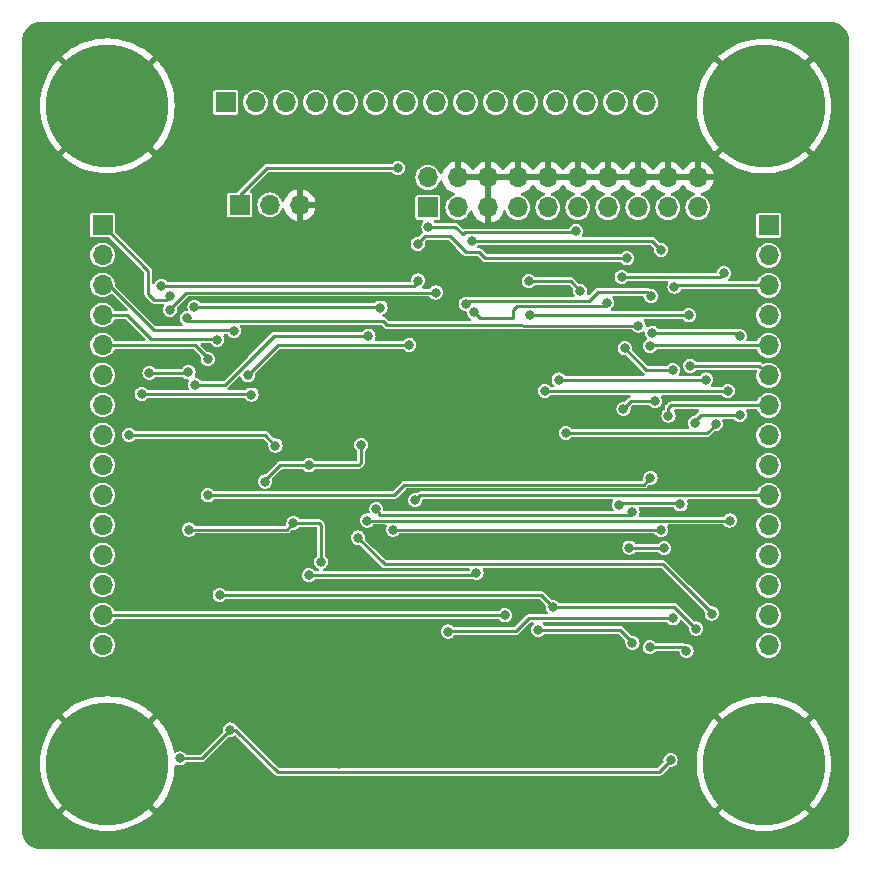
<source format=gbr>
%TF.GenerationSoftware,KiCad,Pcbnew,7.0.7*%
%TF.CreationDate,2024-02-10T00:47:22+05:30*%
%TF.ProjectId,MC_stack,4d435f73-7461-4636-9b2e-6b696361645f,rev?*%
%TF.SameCoordinates,Original*%
%TF.FileFunction,Copper,L2,Bot*%
%TF.FilePolarity,Positive*%
%FSLAX46Y46*%
G04 Gerber Fmt 4.6, Leading zero omitted, Abs format (unit mm)*
G04 Created by KiCad (PCBNEW 7.0.7) date 2024-02-10 00:47:22*
%MOMM*%
%LPD*%
G01*
G04 APERTURE LIST*
%TA.AperFunction,ComponentPad*%
%ADD10R,1.700000X1.700000*%
%TD*%
%TA.AperFunction,ComponentPad*%
%ADD11O,1.700000X1.700000*%
%TD*%
%TA.AperFunction,ComponentPad*%
%ADD12C,10.400000*%
%TD*%
%TA.AperFunction,ViaPad*%
%ADD13C,0.800000*%
%TD*%
%TA.AperFunction,Conductor*%
%ADD14C,0.250000*%
%TD*%
G04 APERTURE END LIST*
D10*
%TO.P,J1,1,Pin_1*%
%TO.N,3.3V*%
X143256000Y-64465200D03*
D11*
%TO.P,J1,2,Pin_2*%
X143256000Y-61925200D03*
%TO.P,J1,3,Pin_3*%
%TO.N,unconnected-(J1-Pin_3-Pad3)*%
X145796000Y-64465200D03*
%TO.P,J1,4,Pin_4*%
%TO.N,GND*%
X145796000Y-61925200D03*
%TO.P,J1,5,Pin_5*%
X148336000Y-64465200D03*
%TO.P,J1,6,Pin_6*%
X148336000Y-61925200D03*
%TO.P,J1,7,Pin_7*%
%TO.N,SWDIO*%
X150876000Y-64465200D03*
%TO.P,J1,8,Pin_8*%
%TO.N,GND*%
X150876000Y-61925200D03*
%TO.P,J1,9,Pin_9*%
%TO.N,SWCLK*%
X153416000Y-64465200D03*
%TO.P,J1,10,Pin_10*%
%TO.N,GND*%
X153416000Y-61925200D03*
%TO.P,J1,11,Pin_11*%
%TO.N,unconnected-(J1-Pin_11-Pad11)*%
X155956000Y-64465200D03*
%TO.P,J1,12,Pin_12*%
%TO.N,GND*%
X155956000Y-61925200D03*
%TO.P,J1,13,Pin_13*%
%TO.N,SWO*%
X158496000Y-64465200D03*
%TO.P,J1,14,Pin_14*%
%TO.N,GND*%
X158496000Y-61925200D03*
%TO.P,J1,15,Pin_15*%
%TO.N,NRST*%
X161036000Y-64465200D03*
%TO.P,J1,16,Pin_16*%
%TO.N,GND*%
X161036000Y-61925200D03*
%TO.P,J1,17,Pin_17*%
%TO.N,unconnected-(J1-Pin_17-Pad17)*%
X163576000Y-64465200D03*
%TO.P,J1,18,Pin_18*%
%TO.N,GND*%
X163576000Y-61925200D03*
%TO.P,J1,19,Pin_19*%
%TO.N,unconnected-(J1-Pin_19-Pad19)*%
X166116000Y-64465200D03*
%TO.P,J1,20,Pin_20*%
%TO.N,GND*%
X166116000Y-61925200D03*
%TD*%
D10*
%TO.P,J2,1,Pin_1*%
%TO.N,BOOT0*%
X127330200Y-64262000D03*
D11*
%TO.P,J2,2,Pin_2*%
%TO.N,Net-(J2-Pin_2)*%
X129870200Y-64262000D03*
%TO.P,J2,3,Pin_3*%
%TO.N,GND*%
X132410200Y-64262000D03*
%TD*%
D10*
%TO.P,U3,1*%
%TO.N,CS_ADXL*%
X172111400Y-65990200D03*
D11*
%TO.P,U3,2*%
%TO.N,SCLK_SPI2*%
X172111400Y-68530200D03*
%TO.P,U3,3*%
%TO.N,MOSI_SPI2*%
X172111400Y-71070200D03*
%TO.P,U3,4*%
%TO.N,MISO_SPI2*%
X172111400Y-73610200D03*
%TO.P,U3,5*%
%TO.N,INT_ADXL*%
X172111400Y-76150200D03*
%TO.P,U3,6*%
%TO.N,CS_LSM*%
X172111400Y-78690200D03*
%TO.P,U3,7*%
%TO.N,INT_LSM*%
X172111400Y-81230200D03*
%TO.P,U3,8*%
%TO.N,TX_TELEM*%
X172111400Y-83770200D03*
%TO.P,U3,9*%
%TO.N,RX_TELEM*%
X172111400Y-86310200D03*
%TO.P,U3,10*%
%TO.N,INT_LPS*%
X172111400Y-88850200D03*
%TO.P,U3,11*%
%TO.N,unconnected-(U3-Pad11)*%
X172111400Y-91390200D03*
%TO.P,U3,12*%
%TO.N,unconnected-(U3-Pad12)*%
X172111400Y-93930200D03*
%TO.P,U3,13*%
%TO.N,unconnected-(U3-Pad13)*%
X172111400Y-96470200D03*
%TO.P,U3,14*%
%TO.N,PYRO2*%
X172111400Y-99010200D03*
%TO.P,U3,15*%
%TO.N,unconnected-(U3-Pad15)*%
X172111400Y-101550200D03*
%TO.P,U3,16*%
%TO.N,unconnected-(U3-Pad16)*%
X115711400Y-101520200D03*
%TO.P,U3,17*%
%TO.N,PYRO1*%
X115711400Y-98980200D03*
%TO.P,U3,18*%
%TO.N,unconnected-(U3-Pad18)*%
X115711400Y-96440200D03*
%TO.P,U3,19*%
%TO.N,unconnected-(U3-Pad19)*%
X115711400Y-93900200D03*
%TO.P,U3,20*%
%TO.N,unconnected-(U3-Pad20)*%
X115711400Y-91360200D03*
%TO.P,U3,21*%
%TO.N,unconnected-(U3-Pad21)*%
X115711400Y-88820200D03*
%TO.P,U3,22*%
%TO.N,unconnected-(U3-Pad22)*%
X115711400Y-86280200D03*
%TO.P,U3,23*%
%TO.N,I2C1_SDA*%
X115711400Y-83740200D03*
%TO.P,U3,24*%
%TO.N,I2C1_SCL*%
X115711400Y-81200200D03*
%TO.P,U3,25*%
%TO.N,unconnected-(U3-Pad25)*%
X115711400Y-78660200D03*
%TO.P,U3,26*%
%TO.N,CS_LPS*%
X115711400Y-76120200D03*
%TO.P,U3,27*%
%TO.N,MISO_SPI1*%
X115711400Y-73580200D03*
%TO.P,U3,28*%
%TO.N,MOSI_SPI1*%
X115711400Y-71040200D03*
%TO.P,U3,29*%
%TO.N,SCLK_SPI1*%
X115711400Y-68500200D03*
D10*
%TO.P,U3,30*%
%TO.N,CS_MS5607*%
X115711400Y-65960200D03*
%TO.P,U3,31*%
%TO.N,unconnected-(U3-Pad31)*%
X126136400Y-55575200D03*
D11*
%TO.P,U3,32*%
%TO.N,unconnected-(U3-Pad32)*%
X128676400Y-55575200D03*
%TO.P,U3,33*%
%TO.N,unconnected-(U3-Pad33)*%
X131216400Y-55575200D03*
%TO.P,U3,34*%
%TO.N,unconnected-(U3-Pad34)*%
X133756400Y-55575200D03*
%TO.P,U3,35*%
%TO.N,3.3V*%
X136296400Y-55575200D03*
%TO.P,U3,36*%
%TO.N,unconnected-(U3-Pad36)*%
X138836400Y-55575200D03*
%TO.P,U3,37*%
%TO.N,3.3V*%
X141376400Y-55575200D03*
%TO.P,U3,38*%
X143916400Y-55575200D03*
%TO.P,U3,39*%
%TO.N,unconnected-(U3-Pad39)*%
X146456400Y-55575200D03*
%TO.P,U3,40*%
%TO.N,unconnected-(U3-Pad40)*%
X148996400Y-55575200D03*
%TO.P,U3,41*%
%TO.N,unconnected-(U3-Pad41)*%
X151536400Y-55575200D03*
%TO.P,U3,42*%
%TO.N,unconnected-(U3-Pad42)*%
X154076400Y-55575200D03*
%TO.P,U3,43*%
%TO.N,unconnected-(U3-Pad43)*%
X156616400Y-55575200D03*
%TO.P,U3,44*%
%TO.N,unconnected-(U3-Pad44)*%
X159156400Y-55575200D03*
%TO.P,U3,45*%
%TO.N,unconnected-(U3-Pad45)*%
X161696400Y-55575200D03*
D12*
%TO.P,U3,49,1*%
%TO.N,GND*%
X171711400Y-111575200D03*
%TO.P,U3,50,1*%
X116111400Y-111575200D03*
%TO.P,U3,51,1*%
X116111400Y-55875200D03*
%TO.P,U3,52,1*%
X171711400Y-55890200D03*
%TD*%
D13*
%TO.N,GND*%
X139649200Y-69697600D03*
X135128000Y-87858600D03*
X124637800Y-115798600D03*
X142748000Y-82702400D03*
X142468600Y-117551200D03*
X138709400Y-65278000D03*
X142849600Y-78638400D03*
X149758400Y-113080800D03*
X148818600Y-86537800D03*
X135051800Y-81813400D03*
X130454400Y-105994200D03*
X147167600Y-82677000D03*
X135763000Y-111556800D03*
X147015200Y-78613000D03*
%TO.N,3.3V*%
X119684800Y-78486000D03*
X143306800Y-66090800D03*
X137617200Y-84582000D03*
X133197600Y-86309200D03*
X122986800Y-78435200D03*
X141681200Y-76098400D03*
X125628400Y-97282000D03*
X153822400Y-98298000D03*
X128016000Y-78689200D03*
X134213600Y-94488000D03*
X131876800Y-91186000D03*
X165963600Y-100126800D03*
X129489200Y-87680800D03*
X123037600Y-91744800D03*
X155803600Y-66497200D03*
%TO.N,NRST*%
X161086800Y-74472800D03*
X163804600Y-111277400D03*
X122834400Y-73863200D03*
X167284400Y-98856800D03*
X137337800Y-92430600D03*
X122250200Y-111125000D03*
X126517400Y-108686600D03*
%TO.N,SWDIO*%
X156159200Y-71526400D03*
X151790400Y-70713600D03*
%TO.N,SWO*%
X147167600Y-73355200D03*
X158445200Y-72542400D03*
%TO.N,LED_STM*%
X138226800Y-75329774D03*
X123545600Y-79498305D03*
%TO.N,MISO_SPI3*%
X169672000Y-75387200D03*
X169672000Y-82042000D03*
X162255200Y-75082400D03*
X144983200Y-100380800D03*
X164033200Y-99263200D03*
X165862000Y-82702400D03*
X146456400Y-72644000D03*
X162153600Y-71983600D03*
%TO.N,I2C1_SCL*%
X142443200Y-70662800D03*
X120700800Y-71120000D03*
%TO.N,SCLK_SPI1*%
X119024400Y-80264000D03*
X128320800Y-80314800D03*
%TO.N,I2C1_SDA*%
X130352800Y-84632800D03*
X121412000Y-73152000D03*
X117957600Y-83718400D03*
X143916400Y-71678800D03*
%TO.N,MOSI_SPI1*%
X126847600Y-74930000D03*
X133197600Y-95605600D03*
X147370800Y-95402400D03*
%TO.N,CS_MS5607*%
X123494800Y-72898000D03*
X142392400Y-67564000D03*
X121462800Y-71932800D03*
X160121600Y-68783200D03*
X139242800Y-72948800D03*
%TO.N,MOSI_SPI2*%
X164134800Y-71170800D03*
X162509200Y-80873600D03*
X159816800Y-81534000D03*
%TO.N,SCLK_SPI2*%
X164642800Y-89611200D03*
X159461200Y-89662000D03*
%TO.N,CS_LPS*%
X124612400Y-88849200D03*
X124612400Y-77317600D03*
X159918400Y-76403200D03*
X162102800Y-87376000D03*
X163982400Y-78232000D03*
%TO.N,CS_ADXL*%
X159664400Y-70358000D03*
X168300400Y-70053200D03*
%TO.N,CS_LSM*%
X165455600Y-77876400D03*
X151892000Y-73558400D03*
X165354000Y-73609200D03*
%TO.N,MOSI_SPI3*%
X163017200Y-68072000D03*
X147015200Y-67310000D03*
%TO.N,SCLK_SPI3*%
X160324800Y-93268800D03*
X165150800Y-102006400D03*
X162052000Y-101701600D03*
X163271200Y-93319600D03*
%TO.N,CS_SDCARD*%
X160578800Y-101346000D03*
X152603200Y-100228400D03*
%TO.N,PWM_SIGNAL2*%
X168808400Y-90982800D03*
X138125200Y-90982800D03*
%TO.N,INT_ADXL*%
X138887200Y-90017600D03*
X160578800Y-90220800D03*
X162052000Y-76200000D03*
%TO.N,INT_LSM*%
X163626800Y-82092800D03*
X140309600Y-91744800D03*
X163017200Y-91795600D03*
%TO.N,INT_LPS*%
X142189200Y-89255600D03*
%TO.N,MISO_SPI1*%
X125425200Y-75692000D03*
%TO.N,MISO_SPI2*%
X167640000Y-82804000D03*
X154940000Y-83566000D03*
%TO.N,TX_UART1*%
X153162000Y-80010000D03*
X168656000Y-80010000D03*
%TO.N,RX_UART1*%
X154330400Y-79044800D03*
X166827200Y-79044800D03*
%TO.N,PWM_SIGNAL1*%
X149758400Y-99009200D03*
%TO.N,BOOT0*%
X140716000Y-61137800D03*
%TD*%
D14*
%TO.N,3.3V*%
X131318000Y-91744800D02*
X131876800Y-91186000D01*
X125628400Y-97282000D02*
X152806400Y-97282000D01*
X155715800Y-66585000D02*
X155803600Y-66497200D01*
X134010400Y-91186000D02*
X134213600Y-91389200D01*
X137414000Y-86258400D02*
X133197600Y-86309200D01*
X165912800Y-100126800D02*
X165963600Y-100126800D01*
X129489200Y-87528400D02*
X129489200Y-87680800D01*
X133197600Y-86309200D02*
X130708400Y-86309200D01*
X137617200Y-86055200D02*
X137414000Y-86258400D01*
X143306800Y-66090800D02*
X145542000Y-66090800D01*
X129336800Y-87680800D02*
X129438400Y-87579200D01*
X122834400Y-78486000D02*
X122783600Y-78486000D01*
X137617200Y-84582000D02*
X137617200Y-86055200D01*
X130708400Y-86309200D02*
X129489200Y-87528400D01*
X146368600Y-66585000D02*
X155715800Y-66585000D01*
X131876800Y-91186000D02*
X134010400Y-91186000D01*
X145542000Y-66090800D02*
X146202400Y-66751200D01*
X153822400Y-98298000D02*
X164093305Y-98298000D01*
X134213600Y-91389200D02*
X134213600Y-94488000D01*
X122732800Y-78486000D02*
X122986800Y-78435200D01*
X164093305Y-98298000D02*
X165912800Y-100117495D01*
X165963600Y-100126800D02*
X165912800Y-100117495D01*
X123037600Y-91744800D02*
X131318000Y-91744800D01*
X153822400Y-98298000D02*
X152806400Y-97282000D01*
X141681200Y-76098400D02*
X130606800Y-76098400D01*
X128016000Y-78689200D02*
X130606800Y-76098400D01*
X119684800Y-78486000D02*
X122732800Y-78486000D01*
X122986800Y-78435200D02*
X122834400Y-78486000D01*
X129489200Y-87680800D02*
X129336800Y-87680800D01*
X146202400Y-66751200D02*
X146368600Y-66585000D01*
%TO.N,NRST*%
X139446000Y-74066400D02*
X122986800Y-74066400D01*
X139801600Y-74422000D02*
X139446000Y-74066400D01*
X141579600Y-74422000D02*
X161086800Y-74472800D01*
X122834400Y-73914000D02*
X122834400Y-73863200D01*
X139584600Y-94677400D02*
X163155800Y-94677400D01*
X167284400Y-98856800D02*
X167335200Y-98856800D01*
X162800200Y-112281800D02*
X163804600Y-111277400D01*
X126949200Y-108686600D02*
X130544400Y-112281800D01*
X126949200Y-108686600D02*
X126517400Y-108686600D01*
X126517400Y-108712000D02*
X126517400Y-108686600D01*
X130544400Y-112281800D02*
X162800200Y-112281800D01*
X163155800Y-94677400D02*
X167284400Y-98806000D01*
X167335200Y-98856800D02*
X167335200Y-98856800D01*
X141579600Y-74422000D02*
X139801600Y-74422000D01*
X122986800Y-74066400D02*
X122834400Y-73914000D01*
X137337800Y-92430600D02*
X139584600Y-94677400D01*
X167284400Y-98806000D02*
X167284400Y-98856800D01*
X122834400Y-73863200D02*
X122783600Y-73863200D01*
X122783600Y-73863200D02*
X122885200Y-73964800D01*
X122250200Y-111125000D02*
X124104400Y-111125000D01*
X124104400Y-111125000D02*
X126517400Y-108712000D01*
%TO.N,SWDIO*%
X155346400Y-70713600D02*
X156159200Y-71526400D01*
X151790400Y-70713600D02*
X155346400Y-70713600D01*
%TO.N,SWO*%
X150469600Y-73152000D02*
X150788200Y-72833400D01*
X147675600Y-73863200D02*
X150469600Y-73863200D01*
X158445200Y-72542400D02*
X158496000Y-72542400D01*
X158445200Y-72593200D02*
X158445200Y-72542400D01*
X158205000Y-72833400D02*
X158445200Y-72593200D01*
X147167600Y-73355200D02*
X147675600Y-73863200D01*
X158496000Y-72542400D02*
X158445200Y-72593200D01*
X150469600Y-73863200D02*
X150469600Y-73152000D01*
X150788200Y-72833400D02*
X158205000Y-72833400D01*
%TO.N,LED_STM*%
X123545600Y-79498305D02*
X126089295Y-79498305D01*
X126089295Y-79498305D02*
X130257826Y-75329774D01*
X130257826Y-75329774D02*
X138226800Y-75329774D01*
%TO.N,MISO_SPI3*%
X169418000Y-75082400D02*
X169672000Y-75336400D01*
X151790400Y-99263200D02*
X150723600Y-100330000D01*
X145034000Y-100330000D02*
X144983200Y-100380800D01*
X146717000Y-72383400D02*
X156877000Y-72383400D01*
X157632400Y-71628000D02*
X161798000Y-71628000D01*
X150723600Y-100330000D02*
X145034000Y-100330000D01*
X169672000Y-82042000D02*
X166370000Y-82042000D01*
X156877000Y-72383400D02*
X157632400Y-71628000D01*
X165709600Y-82702400D02*
X165811200Y-82600800D01*
X161798000Y-71628000D02*
X162153600Y-71983600D01*
X164033200Y-99263200D02*
X151790400Y-99263200D01*
X165862000Y-82702400D02*
X165709600Y-82702400D01*
X146456400Y-72644000D02*
X146717000Y-72383400D01*
X165862000Y-82550000D02*
X165862000Y-82702400D01*
X166370000Y-82042000D02*
X165862000Y-82550000D01*
X169672000Y-75336400D02*
X169672000Y-75387200D01*
X162255200Y-75082400D02*
X169418000Y-75082400D01*
%TO.N,I2C1_SCL*%
X142087600Y-71120000D02*
X142443200Y-70764400D01*
X142443200Y-70662800D02*
X142544800Y-70662800D01*
X142443200Y-70764400D02*
X142443200Y-70662800D01*
X120700800Y-71120000D02*
X142087600Y-71120000D01*
X142544800Y-70662800D02*
X142443200Y-70764400D01*
%TO.N,SCLK_SPI1*%
X119024400Y-80264000D02*
X128270000Y-80264000D01*
X128270000Y-80264000D02*
X128320800Y-80314800D01*
%TO.N,I2C1_SDA*%
X121310400Y-73152000D02*
X121412000Y-73050400D01*
X122783600Y-71678800D02*
X121412000Y-73050400D01*
X143916400Y-71678800D02*
X122783600Y-71678800D01*
X121412000Y-73152000D02*
X121310400Y-73152000D01*
X129438400Y-83718400D02*
X130352800Y-84632800D01*
X121412000Y-73050400D02*
X121412000Y-73152000D01*
X117957600Y-83718400D02*
X129438400Y-83718400D01*
%TO.N,MOSI_SPI1*%
X116252200Y-71040200D02*
X120091200Y-74879200D01*
X126796800Y-74879200D02*
X126847600Y-74930000D01*
X115711400Y-71040200D02*
X116252200Y-71040200D01*
X147167600Y-95605600D02*
X147370800Y-95402400D01*
X120091200Y-74879200D02*
X126796800Y-74879200D01*
X133197600Y-95605600D02*
X147167600Y-95605600D01*
X126847600Y-74930000D02*
X126847600Y-74879200D01*
%TO.N,CS_MS5607*%
X120091200Y-72288400D02*
X121056400Y-72288400D01*
X142392400Y-67513200D02*
X142392400Y-67564000D01*
X148132800Y-68783200D02*
X147624800Y-68275200D01*
X119583200Y-69832000D02*
X119583200Y-71780400D01*
X142392400Y-67564000D02*
X142341600Y-67564000D01*
X119583200Y-71780400D02*
X120091200Y-72288400D01*
X143002000Y-66903600D02*
X142392400Y-67513200D01*
X121462800Y-71932800D02*
X121462800Y-71882000D01*
X115711400Y-65960200D02*
X119583200Y-69832000D01*
X146507200Y-68275200D02*
X145135600Y-66903600D01*
X142341600Y-67564000D02*
X142443200Y-67462400D01*
X147624800Y-68275200D02*
X146507200Y-68275200D01*
X121412000Y-71932800D02*
X121462800Y-71932800D01*
X160121600Y-68783200D02*
X148132800Y-68783200D01*
X123494800Y-72898000D02*
X139192000Y-72898000D01*
X139192000Y-72898000D02*
X139242800Y-72948800D01*
X121056400Y-72288400D02*
X121412000Y-71932800D01*
X121462800Y-71882000D02*
X121412000Y-71932800D01*
X145135600Y-66903600D02*
X143002000Y-66903600D01*
%TO.N,MOSI_SPI2*%
X159816800Y-81534000D02*
X160477200Y-80873600D01*
X164235400Y-71070200D02*
X172111400Y-71070200D01*
X160477200Y-80873600D02*
X162509200Y-80873600D01*
X164134800Y-71170800D02*
X164235400Y-71070200D01*
%TO.N,SCLK_SPI2*%
X164642800Y-89611200D02*
X164527400Y-89495800D01*
X164541200Y-89509600D02*
X164642800Y-89611200D01*
X159627400Y-89495800D02*
X164527400Y-89495800D01*
X159461200Y-89662000D02*
X159627400Y-89495800D01*
%TO.N,CS_LPS*%
X141274800Y-87934800D02*
X161544000Y-87934800D01*
X124612400Y-88849200D02*
X140360400Y-88849200D01*
X161544000Y-87934800D02*
X162102800Y-87376000D01*
X123516600Y-76120200D02*
X124612400Y-77216000D01*
X159918400Y-76403200D02*
X161747200Y-78232000D01*
X115711400Y-76120200D02*
X123516600Y-76120200D01*
X140360400Y-88849200D02*
X141274800Y-87934800D01*
X124612400Y-77216000D02*
X124612400Y-77317600D01*
X124612400Y-77317600D02*
X124714000Y-77317600D01*
X161747200Y-78232000D02*
X163982400Y-78232000D01*
X124714000Y-77317600D02*
X124612400Y-77216000D01*
%TO.N,CS_ADXL*%
X167995600Y-70358000D02*
X168300400Y-70053200D01*
X159664400Y-70358000D02*
X167995600Y-70358000D01*
%TO.N,CS_LSM*%
X172111400Y-78690200D02*
X171297600Y-77876400D01*
X165455600Y-77876400D02*
X171297600Y-77876400D01*
X165303200Y-73558400D02*
X165354000Y-73609200D01*
X151892000Y-73558400D02*
X165303200Y-73558400D01*
%TO.N,MOSI_SPI3*%
X147015200Y-67310000D02*
X162255200Y-67310000D01*
X163017200Y-68072000D02*
X162255200Y-67310000D01*
%TO.N,SCLK_SPI3*%
X164846000Y-101701600D02*
X165150800Y-102006400D01*
X160375600Y-93319600D02*
X163271200Y-93319600D01*
X160324800Y-93268800D02*
X160375600Y-93319600D01*
X162052000Y-101701600D02*
X164846000Y-101701600D01*
%TO.N,CS_SDCARD*%
X152603200Y-100228400D02*
X159512000Y-100228400D01*
X159512000Y-100228400D02*
X160578800Y-101295200D01*
X160578800Y-101295200D02*
X160578800Y-101346000D01*
%TO.N,PWM_SIGNAL2*%
X138125200Y-90982800D02*
X168808400Y-90982800D01*
%TO.N,INT_ADXL*%
X139141200Y-90271600D02*
X138887200Y-90017600D01*
X162101800Y-76150200D02*
X172111400Y-76150200D01*
X160266800Y-90532800D02*
X139141200Y-90532800D01*
X139141200Y-90532800D02*
X139141200Y-90271600D01*
X160578800Y-90220800D02*
X160266800Y-90532800D01*
X162052000Y-76200000D02*
X162101800Y-76150200D01*
%TO.N,INT_LSM*%
X162915600Y-91744800D02*
X162864800Y-91795600D01*
X163626800Y-81432400D02*
X163829000Y-81230200D01*
X162864800Y-91795600D02*
X163017200Y-91795600D01*
X163626800Y-82092800D02*
X163626800Y-81432400D01*
X140309600Y-91744800D02*
X162915600Y-91744800D01*
X163829000Y-81230200D02*
X172111400Y-81230200D01*
X163017200Y-91795600D02*
X163017200Y-91643200D01*
X163017200Y-91643200D02*
X162966400Y-91694000D01*
%TO.N,INT_LPS*%
X142189200Y-89255600D02*
X142594600Y-88850200D01*
X142594600Y-88850200D02*
X172111400Y-88850200D01*
%TO.N,MISO_SPI1*%
X115711400Y-73580200D02*
X117776200Y-73580200D01*
X117776200Y-73580200D02*
X119837200Y-75641200D01*
X119837200Y-75641200D02*
X125374400Y-75641200D01*
X125374400Y-75641200D02*
X125425200Y-75692000D01*
%TO.N,MISO_SPI2*%
X154940000Y-83566000D02*
X166928800Y-83566000D01*
X166928800Y-83566000D02*
X167640000Y-82854800D01*
X167690800Y-82804000D02*
X167640000Y-82854800D01*
X167640000Y-82854800D02*
X167640000Y-82804000D01*
X167640000Y-82804000D02*
X167690800Y-82804000D01*
%TO.N,TX_UART1*%
X168656000Y-80010000D02*
X153162000Y-80010000D01*
%TO.N,RX_UART1*%
X154330400Y-79044800D02*
X166827200Y-79044800D01*
%TO.N,PWM_SIGNAL1*%
X115711400Y-98980200D02*
X149729400Y-98980200D01*
X149729400Y-98980200D02*
X149758400Y-99009200D01*
%TO.N,BOOT0*%
X129641600Y-61137800D02*
X127330200Y-63449200D01*
X127330200Y-63449200D02*
X127330200Y-64262000D01*
X140716000Y-61137800D02*
X129641600Y-61137800D01*
X140716000Y-61137800D02*
X140309600Y-61137800D01*
%TD*%
%TA.AperFunction,Conductor*%
%TO.N,GND*%
G36*
X148513512Y-62424707D02*
G01*
X148566315Y-62470462D01*
X148586000Y-62537501D01*
X148586000Y-63852898D01*
X148566315Y-63919937D01*
X148513511Y-63965692D01*
X148444355Y-63975636D01*
X148371766Y-63965200D01*
X148371763Y-63965200D01*
X148300237Y-63965200D01*
X148300233Y-63965200D01*
X148227645Y-63975636D01*
X148158487Y-63965692D01*
X148105684Y-63919936D01*
X148086000Y-63852898D01*
X148086000Y-62537501D01*
X148105685Y-62470462D01*
X148158489Y-62424707D01*
X148227647Y-62414763D01*
X148300237Y-62425200D01*
X148300238Y-62425200D01*
X148371762Y-62425200D01*
X148371763Y-62425200D01*
X148444353Y-62414763D01*
X148513512Y-62424707D01*
G37*
%TD.AperFunction*%
%TA.AperFunction,Conductor*%
G36*
X147789692Y-61694885D02*
G01*
X147835447Y-61747689D01*
X147845391Y-61816847D01*
X147841631Y-61834133D01*
X147836000Y-61853311D01*
X147836000Y-61997088D01*
X147841631Y-62016267D01*
X147841630Y-62086136D01*
X147803855Y-62144914D01*
X147740299Y-62173938D01*
X147722653Y-62175200D01*
X146409347Y-62175200D01*
X146342308Y-62155515D01*
X146296553Y-62102711D01*
X146286609Y-62033553D01*
X146290369Y-62016267D01*
X146296000Y-61997088D01*
X146296000Y-61853311D01*
X146290369Y-61834133D01*
X146290370Y-61764264D01*
X146328145Y-61705486D01*
X146391701Y-61676462D01*
X146409347Y-61675200D01*
X147722653Y-61675200D01*
X147789692Y-61694885D01*
G37*
%TD.AperFunction*%
%TA.AperFunction,Conductor*%
G36*
X150329692Y-61694885D02*
G01*
X150375447Y-61747689D01*
X150385391Y-61816847D01*
X150381631Y-61834133D01*
X150376000Y-61853311D01*
X150376000Y-61997088D01*
X150381631Y-62016267D01*
X150381630Y-62086136D01*
X150343855Y-62144914D01*
X150280299Y-62173938D01*
X150262653Y-62175200D01*
X148949347Y-62175200D01*
X148882308Y-62155515D01*
X148836553Y-62102711D01*
X148826609Y-62033553D01*
X148830369Y-62016267D01*
X148836000Y-61997088D01*
X148836000Y-61853311D01*
X148830369Y-61834133D01*
X148830370Y-61764264D01*
X148868145Y-61705486D01*
X148931701Y-61676462D01*
X148949347Y-61675200D01*
X150262653Y-61675200D01*
X150329692Y-61694885D01*
G37*
%TD.AperFunction*%
%TA.AperFunction,Conductor*%
G36*
X152869692Y-61694885D02*
G01*
X152915447Y-61747689D01*
X152925391Y-61816847D01*
X152921631Y-61834133D01*
X152916000Y-61853311D01*
X152916000Y-61997088D01*
X152921631Y-62016267D01*
X152921630Y-62086136D01*
X152883855Y-62144914D01*
X152820299Y-62173938D01*
X152802653Y-62175200D01*
X151489347Y-62175200D01*
X151422308Y-62155515D01*
X151376553Y-62102711D01*
X151366609Y-62033553D01*
X151370369Y-62016267D01*
X151376000Y-61997088D01*
X151376000Y-61853311D01*
X151370369Y-61834133D01*
X151370370Y-61764264D01*
X151408145Y-61705486D01*
X151471701Y-61676462D01*
X151489347Y-61675200D01*
X152802653Y-61675200D01*
X152869692Y-61694885D01*
G37*
%TD.AperFunction*%
%TA.AperFunction,Conductor*%
G36*
X155409692Y-61694885D02*
G01*
X155455447Y-61747689D01*
X155465391Y-61816847D01*
X155461631Y-61834133D01*
X155456000Y-61853311D01*
X155456000Y-61997088D01*
X155461631Y-62016267D01*
X155461630Y-62086136D01*
X155423855Y-62144914D01*
X155360299Y-62173938D01*
X155342653Y-62175200D01*
X154029347Y-62175200D01*
X153962308Y-62155515D01*
X153916553Y-62102711D01*
X153906609Y-62033553D01*
X153910369Y-62016267D01*
X153916000Y-61997088D01*
X153916000Y-61853311D01*
X153910369Y-61834133D01*
X153910370Y-61764264D01*
X153948145Y-61705486D01*
X154011701Y-61676462D01*
X154029347Y-61675200D01*
X155342653Y-61675200D01*
X155409692Y-61694885D01*
G37*
%TD.AperFunction*%
%TA.AperFunction,Conductor*%
G36*
X157949692Y-61694885D02*
G01*
X157995447Y-61747689D01*
X158005391Y-61816847D01*
X158001631Y-61834133D01*
X157996000Y-61853311D01*
X157996000Y-61997088D01*
X158001631Y-62016267D01*
X158001630Y-62086136D01*
X157963855Y-62144914D01*
X157900299Y-62173938D01*
X157882653Y-62175200D01*
X156569347Y-62175200D01*
X156502308Y-62155515D01*
X156456553Y-62102711D01*
X156446609Y-62033553D01*
X156450369Y-62016267D01*
X156456000Y-61997088D01*
X156456000Y-61853311D01*
X156450369Y-61834133D01*
X156450370Y-61764264D01*
X156488145Y-61705486D01*
X156551701Y-61676462D01*
X156569347Y-61675200D01*
X157882653Y-61675200D01*
X157949692Y-61694885D01*
G37*
%TD.AperFunction*%
%TA.AperFunction,Conductor*%
G36*
X160489692Y-61694885D02*
G01*
X160535447Y-61747689D01*
X160545391Y-61816847D01*
X160541631Y-61834133D01*
X160536000Y-61853311D01*
X160536000Y-61997088D01*
X160541631Y-62016267D01*
X160541630Y-62086136D01*
X160503855Y-62144914D01*
X160440299Y-62173938D01*
X160422653Y-62175200D01*
X159109347Y-62175200D01*
X159042308Y-62155515D01*
X158996553Y-62102711D01*
X158986609Y-62033553D01*
X158990369Y-62016267D01*
X158996000Y-61997088D01*
X158996000Y-61853311D01*
X158990369Y-61834133D01*
X158990370Y-61764264D01*
X159028145Y-61705486D01*
X159091701Y-61676462D01*
X159109347Y-61675200D01*
X160422653Y-61675200D01*
X160489692Y-61694885D01*
G37*
%TD.AperFunction*%
%TA.AperFunction,Conductor*%
G36*
X163029692Y-61694885D02*
G01*
X163075447Y-61747689D01*
X163085391Y-61816847D01*
X163081631Y-61834133D01*
X163076000Y-61853311D01*
X163076000Y-61997088D01*
X163081631Y-62016267D01*
X163081630Y-62086136D01*
X163043855Y-62144914D01*
X162980299Y-62173938D01*
X162962653Y-62175200D01*
X161649347Y-62175200D01*
X161582308Y-62155515D01*
X161536553Y-62102711D01*
X161526609Y-62033553D01*
X161530369Y-62016267D01*
X161536000Y-61997088D01*
X161536000Y-61853311D01*
X161530369Y-61834133D01*
X161530370Y-61764264D01*
X161568145Y-61705486D01*
X161631701Y-61676462D01*
X161649347Y-61675200D01*
X162962653Y-61675200D01*
X163029692Y-61694885D01*
G37*
%TD.AperFunction*%
%TA.AperFunction,Conductor*%
G36*
X165569692Y-61694885D02*
G01*
X165615447Y-61747689D01*
X165625391Y-61816847D01*
X165621631Y-61834133D01*
X165616000Y-61853311D01*
X165616000Y-61997088D01*
X165621631Y-62016267D01*
X165621630Y-62086136D01*
X165583855Y-62144914D01*
X165520299Y-62173938D01*
X165502653Y-62175200D01*
X164189347Y-62175200D01*
X164122308Y-62155515D01*
X164076553Y-62102711D01*
X164066609Y-62033553D01*
X164070369Y-62016267D01*
X164076000Y-61997088D01*
X164076000Y-61853311D01*
X164070369Y-61834133D01*
X164070370Y-61764264D01*
X164108145Y-61705486D01*
X164171701Y-61676462D01*
X164189347Y-61675200D01*
X165502653Y-61675200D01*
X165569692Y-61694885D01*
G37*
%TD.AperFunction*%
%TA.AperFunction,Conductor*%
G36*
X177413607Y-48775857D02*
G01*
X177481155Y-48780689D01*
X177628044Y-48792249D01*
X177636347Y-48793474D01*
X177731160Y-48814099D01*
X177847625Y-48842060D01*
X177854801Y-48844251D01*
X177951137Y-48880183D01*
X178029322Y-48912568D01*
X178057256Y-48924139D01*
X178063247Y-48927005D01*
X178154337Y-48976743D01*
X178156980Y-48978273D01*
X178252303Y-49036688D01*
X178257043Y-49039905D01*
X178340840Y-49102635D01*
X178343920Y-49105098D01*
X178428337Y-49177197D01*
X178431913Y-49180503D01*
X178506095Y-49254685D01*
X178509401Y-49258261D01*
X178581494Y-49342671D01*
X178583976Y-49345774D01*
X178646689Y-49429549D01*
X178649921Y-49434311D01*
X178708310Y-49529593D01*
X178709863Y-49532276D01*
X178759593Y-49623351D01*
X178762459Y-49629341D01*
X178806416Y-49735460D01*
X178842342Y-49831782D01*
X178844540Y-49838981D01*
X178872498Y-49955431D01*
X178893123Y-50050244D01*
X178894350Y-50058567D01*
X178905917Y-50205531D01*
X178910742Y-50272989D01*
X178910900Y-50277413D01*
X178910900Y-117272986D01*
X178910742Y-117277408D01*
X178909358Y-117296755D01*
X178905917Y-117344868D01*
X178894350Y-117491832D01*
X178893123Y-117500155D01*
X178872501Y-117594955D01*
X178844540Y-117711417D01*
X178842342Y-117718616D01*
X178806416Y-117814939D01*
X178762459Y-117921057D01*
X178759593Y-117927047D01*
X178709863Y-118018122D01*
X178708310Y-118020805D01*
X178649921Y-118116087D01*
X178646689Y-118120849D01*
X178583976Y-118204624D01*
X178581487Y-118207736D01*
X178509401Y-118292137D01*
X178506095Y-118295713D01*
X178431913Y-118369895D01*
X178428337Y-118373201D01*
X178343936Y-118445287D01*
X178340824Y-118447776D01*
X178257049Y-118510489D01*
X178252287Y-118513721D01*
X178157005Y-118572110D01*
X178154322Y-118573663D01*
X178063247Y-118623393D01*
X178057257Y-118626259D01*
X177951139Y-118670216D01*
X177854816Y-118706142D01*
X177847617Y-118708340D01*
X177731155Y-118736301D01*
X177636355Y-118756923D01*
X177628032Y-118758150D01*
X177481068Y-118769717D01*
X177432955Y-118773158D01*
X177413608Y-118774542D01*
X177409186Y-118774700D01*
X110413614Y-118774700D01*
X110409191Y-118774542D01*
X110381644Y-118772571D01*
X110341773Y-118769720D01*
X110194761Y-118758149D01*
X110186438Y-118756922D01*
X110091672Y-118736307D01*
X109975186Y-118708341D01*
X109967986Y-118706143D01*
X109871669Y-118670219D01*
X109765535Y-118626256D01*
X109759544Y-118623390D01*
X109668486Y-118573669D01*
X109665805Y-118572116D01*
X109570510Y-118513720D01*
X109565752Y-118510491D01*
X109481967Y-118447770D01*
X109478871Y-118445294D01*
X109394461Y-118373201D01*
X109390885Y-118369895D01*
X109316703Y-118295713D01*
X109313397Y-118292137D01*
X109241298Y-118207720D01*
X109238835Y-118204640D01*
X109176101Y-118120838D01*
X109172887Y-118116101D01*
X109114479Y-118020788D01*
X109112935Y-118018122D01*
X109063202Y-117927041D01*
X109060342Y-117921063D01*
X109016380Y-117814930D01*
X109011151Y-117800910D01*
X108980452Y-117718604D01*
X108978259Y-117711417D01*
X108950300Y-117594964D01*
X108929675Y-117500153D01*
X108928451Y-117491851D01*
X108916880Y-117344826D01*
X108914236Y-117307873D01*
X108912057Y-117277407D01*
X108911900Y-117272987D01*
X108911900Y-111575200D01*
X110406527Y-111575200D01*
X110426012Y-112046309D01*
X110484333Y-112514189D01*
X110484334Y-112514189D01*
X110581094Y-112975659D01*
X110715632Y-113427565D01*
X110887026Y-113866815D01*
X110887026Y-113866816D01*
X111094114Y-114290420D01*
X111094115Y-114290421D01*
X111335469Y-114695466D01*
X111335468Y-114695465D01*
X111609450Y-115079201D01*
X111904949Y-115428095D01*
X112877782Y-114455262D01*
X112939105Y-114421777D01*
X113008796Y-114426761D01*
X113057341Y-114459670D01*
X113137969Y-114548630D01*
X113226928Y-114629257D01*
X113263382Y-114688863D01*
X113261823Y-114758715D01*
X113231336Y-114808816D01*
X112258503Y-115781648D01*
X112258503Y-115781650D01*
X112607399Y-116077150D01*
X112991135Y-116351132D01*
X112991134Y-116351131D01*
X113396179Y-116592485D01*
X113396180Y-116592486D01*
X113819784Y-116799574D01*
X113819785Y-116799574D01*
X114259035Y-116970968D01*
X114710941Y-117105506D01*
X115172411Y-117202266D01*
X115172411Y-117202267D01*
X115640291Y-117260588D01*
X116111400Y-117280073D01*
X116582509Y-117260588D01*
X117050389Y-117202267D01*
X117050389Y-117202266D01*
X117511859Y-117105506D01*
X117963765Y-116970968D01*
X118403015Y-116799574D01*
X118403016Y-116799574D01*
X118826620Y-116592486D01*
X118826621Y-116592485D01*
X119231666Y-116351131D01*
X119231665Y-116351132D01*
X119615401Y-116077150D01*
X119964295Y-115781650D01*
X119964295Y-115781649D01*
X118991462Y-114808816D01*
X118957977Y-114747493D01*
X118962961Y-114677801D01*
X118995868Y-114629260D01*
X119084830Y-114548630D01*
X119165459Y-114459668D01*
X119225062Y-114423217D01*
X119294914Y-114424774D01*
X119345016Y-114455262D01*
X120317849Y-115428095D01*
X120317850Y-115428095D01*
X120613350Y-115079201D01*
X120887332Y-114695465D01*
X120887331Y-114695466D01*
X121128685Y-114290421D01*
X121128686Y-114290420D01*
X121335774Y-113866816D01*
X121335774Y-113866815D01*
X121507168Y-113427565D01*
X121641706Y-112975659D01*
X121738466Y-112514189D01*
X121738467Y-112514189D01*
X121796788Y-112046309D01*
X121808122Y-111772273D01*
X121830560Y-111706104D01*
X121885210Y-111662570D01*
X121954720Y-111655493D01*
X121979465Y-111662834D01*
X122093438Y-111710044D01*
X122171818Y-111720362D01*
X122250199Y-111730682D01*
X122250200Y-111730682D01*
X122250201Y-111730682D01*
X122302454Y-111723802D01*
X122406962Y-111710044D01*
X122553041Y-111649536D01*
X122678482Y-111553282D01*
X122720123Y-111499013D01*
X122776551Y-111457811D01*
X122818499Y-111450500D01*
X124087478Y-111450500D01*
X124092881Y-111450735D01*
X124133207Y-111454264D01*
X124172340Y-111443777D01*
X124177562Y-111442619D01*
X124217445Y-111435588D01*
X124217450Y-111435584D01*
X124222499Y-111433747D01*
X124239224Y-111426819D01*
X124244081Y-111424554D01*
X124244084Y-111424554D01*
X124277241Y-111401335D01*
X124281790Y-111398438D01*
X124316855Y-111378194D01*
X124342881Y-111347176D01*
X124346522Y-111343202D01*
X126368160Y-109321564D01*
X126429481Y-109288081D01*
X126472025Y-109286308D01*
X126517399Y-109292282D01*
X126517400Y-109292282D01*
X126517401Y-109292282D01*
X126569654Y-109285402D01*
X126674162Y-109271644D01*
X126820241Y-109211136D01*
X126843269Y-109193465D01*
X126908435Y-109168272D01*
X126976880Y-109182309D01*
X127006435Y-109204161D01*
X130302263Y-112499989D01*
X130305918Y-112503978D01*
X130331941Y-112534990D01*
X130331943Y-112534991D01*
X130331945Y-112534994D01*
X130331947Y-112534995D01*
X130331948Y-112534996D01*
X130366999Y-112555233D01*
X130371562Y-112558139D01*
X130404716Y-112581354D01*
X130404719Y-112581354D01*
X130409576Y-112583620D01*
X130426333Y-112590560D01*
X130431353Y-112592387D01*
X130431355Y-112592388D01*
X130467206Y-112598709D01*
X130471208Y-112599415D01*
X130476480Y-112600583D01*
X130515593Y-112611064D01*
X130555922Y-112607535D01*
X130561324Y-112607300D01*
X162783278Y-112607300D01*
X162788681Y-112607535D01*
X162829007Y-112611064D01*
X162868140Y-112600577D01*
X162873362Y-112599419D01*
X162913245Y-112592388D01*
X162913250Y-112592384D01*
X162918299Y-112590547D01*
X162935024Y-112583619D01*
X162939881Y-112581354D01*
X162939884Y-112581354D01*
X162973041Y-112558135D01*
X162977590Y-112555238D01*
X163012655Y-112534994D01*
X163012659Y-112534990D01*
X163038676Y-112503982D01*
X163042322Y-112500002D01*
X163632915Y-111909409D01*
X163694236Y-111875926D01*
X163736780Y-111874153D01*
X163804599Y-111883082D01*
X163804600Y-111883082D01*
X163804601Y-111883082D01*
X163856853Y-111876202D01*
X163961362Y-111862444D01*
X164107441Y-111801936D01*
X164232882Y-111705682D01*
X164329136Y-111580241D01*
X164331224Y-111575200D01*
X166006527Y-111575200D01*
X166026012Y-112046309D01*
X166084333Y-112514189D01*
X166084334Y-112514189D01*
X166181094Y-112975659D01*
X166315632Y-113427565D01*
X166487026Y-113866815D01*
X166487026Y-113866816D01*
X166694114Y-114290420D01*
X166694115Y-114290421D01*
X166935469Y-114695466D01*
X166935468Y-114695465D01*
X167209450Y-115079201D01*
X167504949Y-115428095D01*
X168477782Y-114455262D01*
X168539105Y-114421777D01*
X168608796Y-114426761D01*
X168657341Y-114459670D01*
X168737969Y-114548630D01*
X168826928Y-114629257D01*
X168863382Y-114688863D01*
X168861823Y-114758715D01*
X168831336Y-114808816D01*
X167858503Y-115781649D01*
X167858503Y-115781650D01*
X168207399Y-116077150D01*
X168591135Y-116351132D01*
X168591134Y-116351131D01*
X168996179Y-116592485D01*
X168996180Y-116592486D01*
X169419784Y-116799574D01*
X169419785Y-116799574D01*
X169859035Y-116970968D01*
X170310941Y-117105506D01*
X170772411Y-117202266D01*
X170772411Y-117202267D01*
X171240291Y-117260588D01*
X171711400Y-117280073D01*
X172182509Y-117260588D01*
X172650389Y-117202267D01*
X172650389Y-117202266D01*
X173111859Y-117105506D01*
X173563765Y-116970968D01*
X174003015Y-116799574D01*
X174003016Y-116799574D01*
X174426620Y-116592486D01*
X174426621Y-116592485D01*
X174831666Y-116351131D01*
X174831665Y-116351132D01*
X175215401Y-116077150D01*
X175564295Y-115781650D01*
X175564295Y-115781649D01*
X174591462Y-114808816D01*
X174557977Y-114747493D01*
X174562961Y-114677801D01*
X174595868Y-114629260D01*
X174684830Y-114548630D01*
X174765459Y-114459668D01*
X174825062Y-114423217D01*
X174894914Y-114424774D01*
X174945016Y-114455262D01*
X175917849Y-115428095D01*
X175917850Y-115428095D01*
X176213350Y-115079201D01*
X176487332Y-114695465D01*
X176487331Y-114695466D01*
X176728685Y-114290421D01*
X176728686Y-114290420D01*
X176935774Y-113866816D01*
X176935774Y-113866815D01*
X177107168Y-113427565D01*
X177241706Y-112975659D01*
X177338466Y-112514189D01*
X177338467Y-112514189D01*
X177396788Y-112046309D01*
X177416273Y-111575200D01*
X177396788Y-111104091D01*
X177338467Y-110636211D01*
X177338466Y-110636211D01*
X177241706Y-110174741D01*
X177107168Y-109722835D01*
X176935774Y-109283585D01*
X176935774Y-109283584D01*
X176728686Y-108859980D01*
X176728685Y-108859979D01*
X176487331Y-108454934D01*
X176487332Y-108454935D01*
X176213350Y-108071199D01*
X175917850Y-107722303D01*
X175917849Y-107722303D01*
X174945016Y-108695136D01*
X174883693Y-108728621D01*
X174814001Y-108723637D01*
X174765457Y-108690728D01*
X174684830Y-108601769D01*
X174595870Y-108521141D01*
X174559416Y-108461535D01*
X174560975Y-108391683D01*
X174591462Y-108341582D01*
X175564295Y-107368749D01*
X175215401Y-107073250D01*
X174831665Y-106799268D01*
X174831666Y-106799269D01*
X174426621Y-106557915D01*
X174426620Y-106557914D01*
X174003016Y-106350826D01*
X174003015Y-106350826D01*
X173563765Y-106179432D01*
X173111859Y-106044894D01*
X172650389Y-105948134D01*
X172650389Y-105948133D01*
X172182509Y-105889812D01*
X171711400Y-105870327D01*
X171240291Y-105889812D01*
X170772411Y-105948133D01*
X170772411Y-105948134D01*
X170310941Y-106044894D01*
X169859035Y-106179432D01*
X169419785Y-106350826D01*
X169419784Y-106350826D01*
X168996180Y-106557914D01*
X168996179Y-106557915D01*
X168591134Y-106799269D01*
X168591135Y-106799268D01*
X168207399Y-107073250D01*
X167858503Y-107368749D01*
X168831336Y-108341582D01*
X168864821Y-108402905D01*
X168859837Y-108472597D01*
X168826929Y-108521140D01*
X168737969Y-108601769D01*
X168657340Y-108690729D01*
X168597734Y-108727182D01*
X168527881Y-108725623D01*
X168477782Y-108695136D01*
X167504949Y-107722303D01*
X167209450Y-108071199D01*
X166935468Y-108454935D01*
X166935469Y-108454934D01*
X166694115Y-108859979D01*
X166694114Y-108859980D01*
X166487026Y-109283584D01*
X166487026Y-109283585D01*
X166315632Y-109722835D01*
X166181094Y-110174741D01*
X166084334Y-110636211D01*
X166084333Y-110636211D01*
X166026012Y-111104091D01*
X166006527Y-111575200D01*
X164331224Y-111575200D01*
X164389644Y-111434162D01*
X164410282Y-111277400D01*
X164389644Y-111120638D01*
X164329136Y-110974559D01*
X164232882Y-110849118D01*
X164107441Y-110752864D01*
X164102907Y-110750986D01*
X163961362Y-110692356D01*
X163961360Y-110692355D01*
X163804601Y-110671718D01*
X163804599Y-110671718D01*
X163647839Y-110692355D01*
X163647837Y-110692356D01*
X163501760Y-110752863D01*
X163376318Y-110849118D01*
X163280063Y-110974560D01*
X163219556Y-111120637D01*
X163219555Y-111120639D01*
X163198918Y-111277398D01*
X163198918Y-111277401D01*
X163207846Y-111345218D01*
X163197080Y-111414253D01*
X163172588Y-111449084D01*
X162701693Y-111919981D01*
X162640370Y-111953466D01*
X162614012Y-111956300D01*
X130730588Y-111956300D01*
X130663549Y-111936615D01*
X130642907Y-111919981D01*
X129077460Y-110354534D01*
X127191319Y-108468393D01*
X127187674Y-108464414D01*
X127161656Y-108433407D01*
X127161655Y-108433406D01*
X127150258Y-108426826D01*
X127126592Y-108413161D01*
X127122031Y-108410255D01*
X127095506Y-108391683D01*
X127088884Y-108387046D01*
X127088881Y-108387045D01*
X127084061Y-108384797D01*
X127067255Y-108377835D01*
X127059776Y-108375113D01*
X127056399Y-108372637D01*
X127052855Y-108370591D01*
X127053079Y-108370202D01*
X127003815Y-108334079D01*
X126945683Y-108258319D01*
X126945682Y-108258318D01*
X126820241Y-108162064D01*
X126674162Y-108101556D01*
X126674160Y-108101555D01*
X126517401Y-108080918D01*
X126517399Y-108080918D01*
X126360639Y-108101555D01*
X126360637Y-108101556D01*
X126214560Y-108162063D01*
X126089118Y-108258318D01*
X125992863Y-108383760D01*
X125932356Y-108529837D01*
X125932355Y-108529839D01*
X125911718Y-108686598D01*
X125911718Y-108686602D01*
X125923600Y-108776864D01*
X125912834Y-108845899D01*
X125888342Y-108880729D01*
X124005893Y-110763181D01*
X123944570Y-110796666D01*
X123918212Y-110799500D01*
X122818499Y-110799500D01*
X122751460Y-110779815D01*
X122720123Y-110750986D01*
X122678483Y-110696719D01*
X122645901Y-110671718D01*
X122553041Y-110600464D01*
X122517704Y-110585827D01*
X122406962Y-110539956D01*
X122406960Y-110539955D01*
X122250201Y-110519318D01*
X122250199Y-110519318D01*
X122093439Y-110539955D01*
X122093437Y-110539956D01*
X121947356Y-110600465D01*
X121947355Y-110600465D01*
X121917351Y-110623488D01*
X121852182Y-110648681D01*
X121783737Y-110634642D01*
X121733748Y-110585827D01*
X121720506Y-110550558D01*
X121641706Y-110174741D01*
X121507168Y-109722835D01*
X121335774Y-109283585D01*
X121335774Y-109283584D01*
X121128686Y-108859980D01*
X121128685Y-108859979D01*
X120887331Y-108454934D01*
X120887332Y-108454935D01*
X120613350Y-108071199D01*
X120317850Y-107722303D01*
X120317848Y-107722303D01*
X119345016Y-108695136D01*
X119283693Y-108728621D01*
X119214001Y-108723637D01*
X119165457Y-108690728D01*
X119084830Y-108601769D01*
X118995870Y-108521141D01*
X118959416Y-108461535D01*
X118960975Y-108391683D01*
X118991462Y-108341582D01*
X119964295Y-107368749D01*
X119615401Y-107073250D01*
X119231665Y-106799268D01*
X119231666Y-106799269D01*
X118826621Y-106557915D01*
X118826620Y-106557914D01*
X118403016Y-106350826D01*
X118403015Y-106350826D01*
X117963765Y-106179432D01*
X117511859Y-106044894D01*
X117050389Y-105948134D01*
X117050389Y-105948133D01*
X116582509Y-105889812D01*
X116111400Y-105870327D01*
X115640291Y-105889812D01*
X115172411Y-105948133D01*
X115172411Y-105948134D01*
X114710941Y-106044894D01*
X114259035Y-106179432D01*
X113819785Y-106350826D01*
X113819784Y-106350826D01*
X113396180Y-106557914D01*
X113396179Y-106557915D01*
X112991134Y-106799269D01*
X112991135Y-106799268D01*
X112607399Y-107073250D01*
X112258503Y-107368749D01*
X113231336Y-108341582D01*
X113264821Y-108402905D01*
X113259837Y-108472597D01*
X113226929Y-108521140D01*
X113137969Y-108601769D01*
X113057340Y-108690729D01*
X112997734Y-108727182D01*
X112927881Y-108725623D01*
X112877782Y-108695136D01*
X111904949Y-107722303D01*
X111609450Y-108071199D01*
X111335468Y-108454935D01*
X111335469Y-108454934D01*
X111094115Y-108859979D01*
X111094114Y-108859980D01*
X110887026Y-109283584D01*
X110887026Y-109283585D01*
X110715632Y-109722835D01*
X110581094Y-110174741D01*
X110484334Y-110636211D01*
X110484333Y-110636211D01*
X110426012Y-111104091D01*
X110406527Y-111575200D01*
X108911900Y-111575200D01*
X108911900Y-101520199D01*
X114655817Y-101520199D01*
X114676099Y-101726132D01*
X114685200Y-101756134D01*
X114736168Y-101924154D01*
X114833715Y-102106650D01*
X114833717Y-102106652D01*
X114964989Y-102266610D01*
X115016936Y-102309241D01*
X115124950Y-102397885D01*
X115307446Y-102495432D01*
X115505466Y-102555500D01*
X115505465Y-102555500D01*
X115525748Y-102557497D01*
X115711400Y-102575783D01*
X115917334Y-102555500D01*
X116115354Y-102495432D01*
X116297850Y-102397885D01*
X116457810Y-102266610D01*
X116589085Y-102106650D01*
X116686632Y-101924154D01*
X116746700Y-101726134D01*
X116766983Y-101520200D01*
X116746700Y-101314266D01*
X116686632Y-101116246D01*
X116589085Y-100933750D01*
X116490353Y-100813444D01*
X116457810Y-100773789D01*
X116318259Y-100659264D01*
X116297850Y-100642515D01*
X116115354Y-100544968D01*
X115917334Y-100484900D01*
X115917332Y-100484899D01*
X115917334Y-100484899D01*
X115711400Y-100464617D01*
X115505467Y-100484899D01*
X115307443Y-100544969D01*
X115222788Y-100590219D01*
X115124950Y-100642515D01*
X115124948Y-100642516D01*
X115124947Y-100642517D01*
X114964989Y-100773789D01*
X114833717Y-100933747D01*
X114736169Y-101116243D01*
X114676099Y-101314267D01*
X114655817Y-101520199D01*
X108911900Y-101520199D01*
X108911900Y-98980200D01*
X114655817Y-98980200D01*
X114676099Y-99186132D01*
X114685200Y-99216134D01*
X114736168Y-99384154D01*
X114833715Y-99566650D01*
X114867966Y-99608385D01*
X114964989Y-99726610D01*
X115045683Y-99792833D01*
X115124950Y-99857885D01*
X115307446Y-99955432D01*
X115505466Y-100015500D01*
X115505465Y-100015500D01*
X115523929Y-100017318D01*
X115711400Y-100035783D01*
X115917334Y-100015500D01*
X116115354Y-99955432D01*
X116297850Y-99857885D01*
X116457810Y-99726610D01*
X116589085Y-99566650D01*
X116686632Y-99384154D01*
X116686634Y-99384145D01*
X116687421Y-99382249D01*
X116688101Y-99381403D01*
X116689504Y-99378781D01*
X116690001Y-99379046D01*
X116731262Y-99327845D01*
X116797556Y-99305779D01*
X116801983Y-99305700D01*
X149167849Y-99305700D01*
X149234888Y-99325385D01*
X149266222Y-99354212D01*
X149330118Y-99437482D01*
X149455559Y-99533736D01*
X149601638Y-99594244D01*
X149619929Y-99596652D01*
X149758399Y-99614882D01*
X149758400Y-99614882D01*
X149758401Y-99614882D01*
X149810654Y-99608002D01*
X149915162Y-99594244D01*
X150061241Y-99533736D01*
X150186682Y-99437482D01*
X150282936Y-99312041D01*
X150343444Y-99165962D01*
X150359620Y-99043089D01*
X150364082Y-99009201D01*
X150364082Y-99009198D01*
X150347473Y-98883044D01*
X150343444Y-98852438D01*
X150282936Y-98706359D01*
X150186682Y-98580918D01*
X150061241Y-98484664D01*
X149989051Y-98454762D01*
X149915162Y-98424156D01*
X149915160Y-98424155D01*
X149758401Y-98403518D01*
X149758399Y-98403518D01*
X149601639Y-98424155D01*
X149601637Y-98424156D01*
X149455560Y-98484663D01*
X149330115Y-98580920D01*
X149310728Y-98606187D01*
X149254300Y-98647390D01*
X149212353Y-98654700D01*
X116801983Y-98654700D01*
X116734944Y-98635015D01*
X116689189Y-98582211D01*
X116687421Y-98578151D01*
X116686633Y-98576251D01*
X116686632Y-98576246D01*
X116589085Y-98393750D01*
X116537102Y-98330409D01*
X116457810Y-98233789D01*
X116297852Y-98102517D01*
X116297853Y-98102517D01*
X116297850Y-98102515D01*
X116115354Y-98004968D01*
X115917334Y-97944900D01*
X115917332Y-97944899D01*
X115917334Y-97944899D01*
X115729863Y-97926435D01*
X115711400Y-97924617D01*
X115711399Y-97924617D01*
X115505467Y-97944899D01*
X115307443Y-98004969D01*
X115232915Y-98044806D01*
X115124950Y-98102515D01*
X115124948Y-98102516D01*
X115124947Y-98102517D01*
X114964989Y-98233789D01*
X114833717Y-98393747D01*
X114736169Y-98576243D01*
X114676099Y-98774267D01*
X114655817Y-98980200D01*
X108911900Y-98980200D01*
X108911900Y-96440200D01*
X114655817Y-96440200D01*
X114676099Y-96646132D01*
X114706134Y-96745143D01*
X114736168Y-96844154D01*
X114833715Y-97026650D01*
X114858335Y-97056650D01*
X114964989Y-97186610D01*
X115001545Y-97216610D01*
X115124950Y-97317885D01*
X115307446Y-97415432D01*
X115505466Y-97475500D01*
X115505465Y-97475500D01*
X115523929Y-97477318D01*
X115711400Y-97495783D01*
X115917334Y-97475500D01*
X116115354Y-97415432D01*
X116297850Y-97317885D01*
X116341575Y-97282001D01*
X125022718Y-97282001D01*
X125043355Y-97438760D01*
X125043356Y-97438762D01*
X125103864Y-97584841D01*
X125200118Y-97710282D01*
X125325559Y-97806536D01*
X125471638Y-97867044D01*
X125491957Y-97869719D01*
X125628399Y-97887682D01*
X125628400Y-97887682D01*
X125628401Y-97887682D01*
X125680654Y-97880802D01*
X125785162Y-97867044D01*
X125931241Y-97806536D01*
X126056682Y-97710282D01*
X126098323Y-97656013D01*
X126154751Y-97614811D01*
X126196699Y-97607500D01*
X152620212Y-97607500D01*
X152687251Y-97627185D01*
X152707893Y-97643819D01*
X153190388Y-98126314D01*
X153223873Y-98187637D01*
X153225646Y-98230179D01*
X153216718Y-98297997D01*
X153216718Y-98298001D01*
X153237355Y-98454760D01*
X153237356Y-98454762D01*
X153289611Y-98580918D01*
X153297864Y-98600841D01*
X153394118Y-98726282D01*
X153394120Y-98726283D01*
X153399066Y-98732729D01*
X153397975Y-98733565D01*
X153427340Y-98787342D01*
X153422356Y-98857034D01*
X153380484Y-98912967D01*
X153315020Y-98937384D01*
X153306174Y-98937700D01*
X151807322Y-98937700D01*
X151801918Y-98937464D01*
X151796507Y-98936990D01*
X151761592Y-98933935D01*
X151761591Y-98933935D01*
X151722491Y-98944412D01*
X151717211Y-98945583D01*
X151677359Y-98952610D01*
X151672361Y-98954429D01*
X151655517Y-98961406D01*
X151650713Y-98963646D01*
X151617566Y-98986856D01*
X151613006Y-98989762D01*
X151579339Y-99009201D01*
X151577945Y-99010006D01*
X151577943Y-99010008D01*
X151577941Y-99010010D01*
X151551924Y-99041015D01*
X151548268Y-99045004D01*
X151072156Y-99521118D01*
X150625093Y-99968181D01*
X150563770Y-100001666D01*
X150537412Y-100004500D01*
X145512519Y-100004500D01*
X145445480Y-99984815D01*
X145414146Y-99955989D01*
X145411482Y-99952518D01*
X145286041Y-99856264D01*
X145281507Y-99854386D01*
X145139962Y-99795756D01*
X145139960Y-99795755D01*
X144983201Y-99775118D01*
X144983199Y-99775118D01*
X144826439Y-99795755D01*
X144826437Y-99795756D01*
X144680360Y-99856263D01*
X144554918Y-99952518D01*
X144458663Y-100077960D01*
X144398156Y-100224037D01*
X144398155Y-100224039D01*
X144377518Y-100380798D01*
X144377518Y-100380801D01*
X144398155Y-100537560D01*
X144398156Y-100537562D01*
X144447007Y-100655500D01*
X144458664Y-100683641D01*
X144554918Y-100809082D01*
X144680359Y-100905336D01*
X144826438Y-100965844D01*
X144904819Y-100976163D01*
X144983199Y-100986482D01*
X144983200Y-100986482D01*
X144983201Y-100986482D01*
X145035454Y-100979602D01*
X145139962Y-100965844D01*
X145286041Y-100905336D01*
X145411482Y-100809082D01*
X145492103Y-100704013D01*
X145548531Y-100662811D01*
X145590479Y-100655500D01*
X150706678Y-100655500D01*
X150712081Y-100655735D01*
X150752407Y-100659264D01*
X150791540Y-100648777D01*
X150796762Y-100647619D01*
X150836645Y-100640588D01*
X150836650Y-100640584D01*
X150841699Y-100638747D01*
X150858424Y-100631819D01*
X150863281Y-100629554D01*
X150863284Y-100629554D01*
X150896441Y-100606335D01*
X150900990Y-100603438D01*
X150936055Y-100583194D01*
X150942957Y-100574969D01*
X150962076Y-100552182D01*
X150965722Y-100548202D01*
X151888906Y-99625019D01*
X151950230Y-99591534D01*
X151976588Y-99588700D01*
X152086974Y-99588700D01*
X152154013Y-99608385D01*
X152199768Y-99661189D01*
X152209712Y-99730347D01*
X152180687Y-99793903D01*
X152175008Y-99800001D01*
X152174918Y-99800117D01*
X152174918Y-99800118D01*
X152137990Y-99848244D01*
X152078663Y-99925560D01*
X152018156Y-100071637D01*
X152018155Y-100071639D01*
X151997518Y-100228398D01*
X151997518Y-100228401D01*
X152018155Y-100385160D01*
X152018156Y-100385162D01*
X152078664Y-100531241D01*
X152174918Y-100656682D01*
X152300359Y-100752936D01*
X152446438Y-100813444D01*
X152507349Y-100821463D01*
X152603199Y-100834082D01*
X152603200Y-100834082D01*
X152603201Y-100834082D01*
X152655453Y-100827202D01*
X152759962Y-100813444D01*
X152906041Y-100752936D01*
X153031482Y-100656682D01*
X153073123Y-100602413D01*
X153129551Y-100561211D01*
X153171499Y-100553900D01*
X159325812Y-100553900D01*
X159392851Y-100573585D01*
X159413493Y-100590219D01*
X159952697Y-101129423D01*
X159986182Y-101190746D01*
X159987955Y-101233288D01*
X159973118Y-101345997D01*
X159973118Y-101346001D01*
X159993755Y-101502760D01*
X159993756Y-101502762D01*
X160024969Y-101578118D01*
X160054264Y-101648841D01*
X160150518Y-101774282D01*
X160275959Y-101870536D01*
X160422038Y-101931044D01*
X160500419Y-101941363D01*
X160578799Y-101951682D01*
X160578800Y-101951682D01*
X160578801Y-101951682D01*
X160631054Y-101944802D01*
X160735562Y-101931044D01*
X160881641Y-101870536D01*
X161007082Y-101774282D01*
X161062852Y-101701601D01*
X161446318Y-101701601D01*
X161466955Y-101858360D01*
X161466956Y-101858362D01*
X161497061Y-101931043D01*
X161527464Y-102004441D01*
X161623718Y-102129882D01*
X161749159Y-102226136D01*
X161895238Y-102286644D01*
X161970938Y-102296610D01*
X162051999Y-102307282D01*
X162052000Y-102307282D01*
X162052001Y-102307282D01*
X162133062Y-102296610D01*
X162208762Y-102286644D01*
X162354841Y-102226136D01*
X162480282Y-102129882D01*
X162521923Y-102075613D01*
X162578351Y-102034411D01*
X162620299Y-102027100D01*
X164439098Y-102027100D01*
X164506137Y-102046785D01*
X164551892Y-102099589D01*
X164562037Y-102134914D01*
X164565756Y-102163160D01*
X164565756Y-102163162D01*
X164625452Y-102307282D01*
X164626264Y-102309241D01*
X164722518Y-102434682D01*
X164847959Y-102530936D01*
X164994038Y-102591444D01*
X165072418Y-102601763D01*
X165150799Y-102612082D01*
X165150800Y-102612082D01*
X165150801Y-102612082D01*
X165203054Y-102605202D01*
X165307562Y-102591444D01*
X165453641Y-102530936D01*
X165579082Y-102434682D01*
X165675336Y-102309241D01*
X165735844Y-102163162D01*
X165756482Y-102006400D01*
X165735844Y-101849638D01*
X165675336Y-101703559D01*
X165579082Y-101578118D01*
X165542697Y-101550199D01*
X171055817Y-101550199D01*
X171076099Y-101756132D01*
X171081605Y-101774282D01*
X171136168Y-101954154D01*
X171233715Y-102136650D01*
X171233717Y-102136652D01*
X171364989Y-102296610D01*
X171461609Y-102375902D01*
X171524950Y-102427885D01*
X171707446Y-102525432D01*
X171905466Y-102585500D01*
X171905465Y-102585500D01*
X171925747Y-102587497D01*
X172111400Y-102605783D01*
X172317334Y-102585500D01*
X172515354Y-102525432D01*
X172697850Y-102427885D01*
X172857810Y-102296610D01*
X172989085Y-102136650D01*
X173086632Y-101954154D01*
X173146700Y-101756134D01*
X173166983Y-101550200D01*
X173146700Y-101344266D01*
X173086632Y-101146246D01*
X172989085Y-100963750D01*
X172872314Y-100821463D01*
X172857810Y-100803789D01*
X172711407Y-100683641D01*
X172697850Y-100672515D01*
X172515354Y-100574968D01*
X172317334Y-100514900D01*
X172317332Y-100514899D01*
X172317334Y-100514899D01*
X172111400Y-100494617D01*
X171905467Y-100514899D01*
X171707443Y-100574969D01*
X171605324Y-100629554D01*
X171524950Y-100672515D01*
X171524948Y-100672516D01*
X171524947Y-100672517D01*
X171364989Y-100803789D01*
X171258335Y-100933750D01*
X171233715Y-100963750D01*
X171195043Y-101036098D01*
X171136169Y-101146243D01*
X171076099Y-101344267D01*
X171055817Y-101550199D01*
X165542697Y-101550199D01*
X165453641Y-101481864D01*
X165307562Y-101421356D01*
X165307560Y-101421355D01*
X165150802Y-101400718D01*
X165150797Y-101400718D01*
X165055648Y-101413244D01*
X164996350Y-101404117D01*
X164996154Y-101404851D01*
X164989458Y-101403056D01*
X164987059Y-101402687D01*
X164980862Y-101399797D01*
X164964055Y-101392835D01*
X164959043Y-101391011D01*
X164919190Y-101383983D01*
X164913910Y-101382812D01*
X164874808Y-101372335D01*
X164839892Y-101375390D01*
X164834481Y-101375864D01*
X164829078Y-101376100D01*
X162620299Y-101376100D01*
X162553260Y-101356415D01*
X162521923Y-101327586D01*
X162480283Y-101273319D01*
X162480282Y-101273318D01*
X162354841Y-101177064D01*
X162208762Y-101116556D01*
X162208760Y-101116555D01*
X162052001Y-101095918D01*
X162051999Y-101095918D01*
X161895239Y-101116555D01*
X161895237Y-101116556D01*
X161749160Y-101177063D01*
X161623718Y-101273318D01*
X161527463Y-101398760D01*
X161466956Y-101544837D01*
X161466955Y-101544839D01*
X161446318Y-101701598D01*
X161446318Y-101701601D01*
X161062852Y-101701601D01*
X161103336Y-101648841D01*
X161163844Y-101502762D01*
X161178556Y-101391011D01*
X161184482Y-101346001D01*
X161184482Y-101345998D01*
X161169643Y-101233288D01*
X161163844Y-101189238D01*
X161103336Y-101043159D01*
X161007082Y-100917718D01*
X160881641Y-100821464D01*
X160851748Y-100809082D01*
X160735562Y-100760956D01*
X160735560Y-100760955D01*
X160578801Y-100740318D01*
X160578796Y-100740318D01*
X160555868Y-100743336D01*
X160486833Y-100732569D01*
X160452004Y-100708078D01*
X160124724Y-100380798D01*
X159754119Y-100010193D01*
X159750474Y-100006214D01*
X159724456Y-99975207D01*
X159724455Y-99975206D01*
X159712288Y-99968181D01*
X159689392Y-99954961D01*
X159684831Y-99952055D01*
X159671687Y-99942852D01*
X159651684Y-99928846D01*
X159651681Y-99928845D01*
X159646861Y-99926597D01*
X159630055Y-99919635D01*
X159625043Y-99917811D01*
X159585190Y-99910783D01*
X159579910Y-99909612D01*
X159540808Y-99899135D01*
X159505892Y-99902190D01*
X159500481Y-99902664D01*
X159495078Y-99902900D01*
X153171499Y-99902900D01*
X153104460Y-99883215D01*
X153073123Y-99854386D01*
X153068409Y-99848243D01*
X153031482Y-99800118D01*
X153031481Y-99800117D01*
X153026534Y-99793670D01*
X153027623Y-99792833D01*
X152998260Y-99739058D01*
X153003244Y-99669366D01*
X153045116Y-99613433D01*
X153110580Y-99589016D01*
X153119426Y-99588700D01*
X163464901Y-99588700D01*
X163531940Y-99608385D01*
X163563276Y-99637213D01*
X163604918Y-99691482D01*
X163730359Y-99787736D01*
X163876438Y-99848244D01*
X163937349Y-99856263D01*
X164033199Y-99868882D01*
X164033200Y-99868882D01*
X164033201Y-99868882D01*
X164085453Y-99862002D01*
X164189962Y-99848244D01*
X164336041Y-99787736D01*
X164461482Y-99691482D01*
X164557736Y-99566041D01*
X164587265Y-99494750D01*
X164631103Y-99440352D01*
X164697397Y-99418286D01*
X164765096Y-99435565D01*
X164789505Y-99454526D01*
X165326760Y-99991781D01*
X165360245Y-100053104D01*
X165362019Y-100095643D01*
X165357918Y-100126801D01*
X165378555Y-100283560D01*
X165378556Y-100283562D01*
X165418832Y-100380798D01*
X165439064Y-100429641D01*
X165535318Y-100555082D01*
X165660759Y-100651336D01*
X165806838Y-100711844D01*
X165885218Y-100722163D01*
X165963599Y-100732482D01*
X165963600Y-100732482D01*
X165963601Y-100732482D01*
X166015854Y-100725602D01*
X166120362Y-100711844D01*
X166266441Y-100651336D01*
X166391882Y-100555082D01*
X166488136Y-100429641D01*
X166548644Y-100283562D01*
X166569282Y-100126800D01*
X166548644Y-99970038D01*
X166488136Y-99823959D01*
X166391882Y-99698518D01*
X166266441Y-99602264D01*
X166252892Y-99596652D01*
X166120362Y-99541756D01*
X166120360Y-99541755D01*
X165963601Y-99521118D01*
X165963599Y-99521118D01*
X165903706Y-99529003D01*
X165859112Y-99534873D01*
X165790078Y-99524108D01*
X165755247Y-99499616D01*
X165051684Y-98796053D01*
X164335424Y-98079793D01*
X164331779Y-98075814D01*
X164305761Y-98044807D01*
X164305760Y-98044806D01*
X164294363Y-98038226D01*
X164270697Y-98024561D01*
X164266136Y-98021655D01*
X164252992Y-98012452D01*
X164232989Y-97998446D01*
X164232986Y-97998445D01*
X164228166Y-97996197D01*
X164211360Y-97989235D01*
X164206348Y-97987411D01*
X164166495Y-97980383D01*
X164161215Y-97979212D01*
X164122113Y-97968735D01*
X164087197Y-97971790D01*
X164081786Y-97972264D01*
X164076383Y-97972500D01*
X154390699Y-97972500D01*
X154323660Y-97952815D01*
X154292323Y-97923986D01*
X154250683Y-97869719D01*
X154168341Y-97806536D01*
X154125241Y-97773464D01*
X153979162Y-97712956D01*
X153979160Y-97712955D01*
X153822401Y-97692318D01*
X153822397Y-97692318D01*
X153754579Y-97701246D01*
X153685544Y-97690480D01*
X153650714Y-97665988D01*
X153400156Y-97415430D01*
X153048519Y-97063793D01*
X153044874Y-97059814D01*
X153018856Y-97028807D01*
X153018855Y-97028806D01*
X153007458Y-97022226D01*
X152983792Y-97008561D01*
X152979231Y-97005655D01*
X152966087Y-96996452D01*
X152946084Y-96982446D01*
X152946081Y-96982445D01*
X152941261Y-96980197D01*
X152924455Y-96973235D01*
X152919443Y-96971411D01*
X152879590Y-96964383D01*
X152874310Y-96963212D01*
X152835208Y-96952735D01*
X152800292Y-96955790D01*
X152794881Y-96956264D01*
X152789478Y-96956500D01*
X126196699Y-96956500D01*
X126129660Y-96936815D01*
X126098323Y-96907986D01*
X126056683Y-96853719D01*
X126056682Y-96853718D01*
X125931241Y-96757464D01*
X125785162Y-96696956D01*
X125785160Y-96696955D01*
X125628401Y-96676318D01*
X125628399Y-96676318D01*
X125471639Y-96696955D01*
X125471637Y-96696956D01*
X125325560Y-96757463D01*
X125200118Y-96853718D01*
X125103863Y-96979160D01*
X125043356Y-97125237D01*
X125043355Y-97125239D01*
X125022718Y-97281998D01*
X125022718Y-97282001D01*
X116341575Y-97282001D01*
X116457810Y-97186610D01*
X116589085Y-97026650D01*
X116686632Y-96844154D01*
X116746700Y-96646134D01*
X116766983Y-96440200D01*
X116746700Y-96234266D01*
X116686632Y-96036246D01*
X116589085Y-95853750D01*
X116514084Y-95762360D01*
X116457810Y-95693789D01*
X116297852Y-95562517D01*
X116297853Y-95562517D01*
X116297850Y-95562515D01*
X116115354Y-95464968D01*
X115917334Y-95404900D01*
X115917332Y-95404899D01*
X115917334Y-95404899D01*
X115711400Y-95384617D01*
X115505467Y-95404899D01*
X115307443Y-95464969D01*
X115197298Y-95523843D01*
X115124950Y-95562515D01*
X115124948Y-95562516D01*
X115124947Y-95562517D01*
X114964989Y-95693789D01*
X114833717Y-95853747D01*
X114736169Y-96036243D01*
X114676099Y-96234267D01*
X114655817Y-96440200D01*
X108911900Y-96440200D01*
X108911900Y-93900200D01*
X114655817Y-93900200D01*
X114676099Y-94106132D01*
X114685200Y-94136134D01*
X114736168Y-94304154D01*
X114833715Y-94486650D01*
X114834823Y-94488000D01*
X114964989Y-94646610D01*
X115001545Y-94676610D01*
X115124950Y-94777885D01*
X115307446Y-94875432D01*
X115505466Y-94935500D01*
X115505465Y-94935500D01*
X115523929Y-94937318D01*
X115711400Y-94955783D01*
X115917334Y-94935500D01*
X116115354Y-94875432D01*
X116297850Y-94777885D01*
X116457810Y-94646610D01*
X116589085Y-94486650D01*
X116686632Y-94304154D01*
X116746700Y-94106134D01*
X116766983Y-93900200D01*
X116746700Y-93694266D01*
X116686632Y-93496246D01*
X116589085Y-93313750D01*
X116537102Y-93250409D01*
X116457810Y-93153789D01*
X116297852Y-93022517D01*
X116297853Y-93022517D01*
X116297850Y-93022515D01*
X116115354Y-92924968D01*
X115917334Y-92864900D01*
X115917332Y-92864899D01*
X115917334Y-92864899D01*
X115711400Y-92844617D01*
X115505467Y-92864899D01*
X115307443Y-92924969D01*
X115251006Y-92955136D01*
X115124950Y-93022515D01*
X115124948Y-93022516D01*
X115124947Y-93022517D01*
X114964989Y-93153789D01*
X114870603Y-93268801D01*
X114833715Y-93313750D01*
X114830588Y-93319600D01*
X114736169Y-93496243D01*
X114676099Y-93694267D01*
X114655817Y-93900200D01*
X108911900Y-93900200D01*
X108911900Y-91360199D01*
X114655817Y-91360199D01*
X114676099Y-91566132D01*
X114706134Y-91665143D01*
X114736168Y-91764154D01*
X114833715Y-91946650D01*
X114833717Y-91946652D01*
X114964989Y-92106610D01*
X115045987Y-92173082D01*
X115124950Y-92237885D01*
X115307446Y-92335432D01*
X115505466Y-92395500D01*
X115505465Y-92395500D01*
X115523929Y-92397318D01*
X115711400Y-92415783D01*
X115917334Y-92395500D01*
X116115354Y-92335432D01*
X116297850Y-92237885D01*
X116457810Y-92106610D01*
X116589085Y-91946650D01*
X116686632Y-91764154D01*
X116692503Y-91744801D01*
X122431918Y-91744801D01*
X122452555Y-91901560D01*
X122452556Y-91901562D01*
X122501443Y-92019587D01*
X122513064Y-92047641D01*
X122609318Y-92173082D01*
X122734759Y-92269336D01*
X122880838Y-92329844D01*
X122959219Y-92340163D01*
X123037599Y-92350482D01*
X123037600Y-92350482D01*
X123037601Y-92350482D01*
X123089854Y-92343602D01*
X123194362Y-92329844D01*
X123340441Y-92269336D01*
X123465882Y-92173082D01*
X123507523Y-92118813D01*
X123563951Y-92077611D01*
X123605899Y-92070300D01*
X131301078Y-92070300D01*
X131306481Y-92070535D01*
X131346807Y-92074064D01*
X131385940Y-92063577D01*
X131391162Y-92062419D01*
X131431045Y-92055388D01*
X131431050Y-92055384D01*
X131436099Y-92053547D01*
X131452824Y-92046619D01*
X131457681Y-92044354D01*
X131457684Y-92044354D01*
X131490841Y-92021135D01*
X131495390Y-92018238D01*
X131530455Y-91997994D01*
X131556481Y-91966976D01*
X131560122Y-91963002D01*
X131705115Y-91818009D01*
X131766436Y-91784526D01*
X131808980Y-91782753D01*
X131876799Y-91791682D01*
X131876800Y-91791682D01*
X131876801Y-91791682D01*
X131929054Y-91784802D01*
X132033562Y-91771044D01*
X132179641Y-91710536D01*
X132305082Y-91614282D01*
X132346723Y-91560013D01*
X132403151Y-91518811D01*
X132445099Y-91511500D01*
X133764100Y-91511500D01*
X133831139Y-91531185D01*
X133876894Y-91583989D01*
X133888100Y-91635500D01*
X133888100Y-93919699D01*
X133868415Y-93986738D01*
X133839588Y-94018074D01*
X133785320Y-94059715D01*
X133689063Y-94185160D01*
X133628556Y-94331237D01*
X133628555Y-94331239D01*
X133607918Y-94487998D01*
X133607918Y-94488001D01*
X133628555Y-94644760D01*
X133628556Y-94644762D01*
X133689064Y-94790841D01*
X133785318Y-94916282D01*
X133910759Y-95012536D01*
X133980779Y-95041539D01*
X134035182Y-95085380D01*
X134057247Y-95151674D01*
X134039968Y-95219373D01*
X133988831Y-95266984D01*
X133933326Y-95280100D01*
X133765899Y-95280100D01*
X133698860Y-95260415D01*
X133667523Y-95231586D01*
X133625883Y-95177319D01*
X133622018Y-95174353D01*
X133500441Y-95081064D01*
X133486740Y-95075389D01*
X133354362Y-95020556D01*
X133354360Y-95020555D01*
X133197601Y-94999918D01*
X133197599Y-94999918D01*
X133040839Y-95020555D01*
X133040837Y-95020556D01*
X132894760Y-95081063D01*
X132769318Y-95177318D01*
X132673063Y-95302760D01*
X132612556Y-95448837D01*
X132612555Y-95448839D01*
X132591918Y-95605598D01*
X132591918Y-95605601D01*
X132612555Y-95762360D01*
X132612556Y-95762362D01*
X132662836Y-95883750D01*
X132673064Y-95908441D01*
X132769318Y-96033882D01*
X132894759Y-96130136D01*
X133040838Y-96190644D01*
X133119219Y-96200963D01*
X133197599Y-96211282D01*
X133197600Y-96211282D01*
X133197601Y-96211282D01*
X133249854Y-96204402D01*
X133354362Y-96190644D01*
X133500441Y-96130136D01*
X133625882Y-96033882D01*
X133667523Y-95979613D01*
X133723951Y-95938411D01*
X133765899Y-95931100D01*
X147053347Y-95931100D01*
X147100799Y-95940538D01*
X147214038Y-95987444D01*
X147292419Y-95997763D01*
X147370799Y-96008082D01*
X147370800Y-96008082D01*
X147370801Y-96008082D01*
X147423054Y-96001202D01*
X147527562Y-95987444D01*
X147673641Y-95926936D01*
X147799082Y-95830682D01*
X147895336Y-95705241D01*
X147955844Y-95559162D01*
X147976482Y-95402400D01*
X147955844Y-95245638D01*
X147938412Y-95203553D01*
X147926317Y-95174352D01*
X147918848Y-95104883D01*
X147950124Y-95042404D01*
X148010213Y-95006752D01*
X148040878Y-95002900D01*
X162969612Y-95002900D01*
X163036651Y-95022585D01*
X163057293Y-95039219D01*
X166658297Y-98640223D01*
X166691782Y-98701546D01*
X166693555Y-98744088D01*
X166678718Y-98856797D01*
X166678718Y-98856801D01*
X166699355Y-99013560D01*
X166699356Y-99013562D01*
X166711586Y-99043089D01*
X166759864Y-99159641D01*
X166856118Y-99285082D01*
X166981559Y-99381336D01*
X167127638Y-99441844D01*
X167206019Y-99452163D01*
X167284399Y-99462482D01*
X167284400Y-99462482D01*
X167284401Y-99462482D01*
X167344832Y-99454526D01*
X167441162Y-99441844D01*
X167587241Y-99381336D01*
X167712682Y-99285082D01*
X167808936Y-99159641D01*
X167869444Y-99013562D01*
X167869887Y-99010200D01*
X171055817Y-99010200D01*
X171076099Y-99216132D01*
X171097015Y-99285082D01*
X171136168Y-99414154D01*
X171233715Y-99596650D01*
X171248678Y-99614882D01*
X171364989Y-99756610D01*
X171417862Y-99800001D01*
X171524950Y-99887885D01*
X171707446Y-99985432D01*
X171905466Y-100045500D01*
X171905465Y-100045500D01*
X171925748Y-100047497D01*
X172111400Y-100065783D01*
X172317334Y-100045500D01*
X172515354Y-99985432D01*
X172697850Y-99887885D01*
X172857810Y-99756610D01*
X172989085Y-99596650D01*
X173086632Y-99414154D01*
X173146700Y-99216134D01*
X173166983Y-99010200D01*
X173146700Y-98804266D01*
X173086632Y-98606246D01*
X172989085Y-98423750D01*
X172914004Y-98332263D01*
X172857810Y-98263789D01*
X172697852Y-98132517D01*
X172697853Y-98132517D01*
X172697850Y-98132515D01*
X172515354Y-98034968D01*
X172317334Y-97974900D01*
X172317332Y-97974899D01*
X172317334Y-97974899D01*
X172129863Y-97956435D01*
X172111400Y-97954617D01*
X172111399Y-97954617D01*
X171905467Y-97974899D01*
X171707443Y-98034969D01*
X171597298Y-98093843D01*
X171524950Y-98132515D01*
X171524948Y-98132516D01*
X171524947Y-98132517D01*
X171364989Y-98263789D01*
X171233717Y-98423747D01*
X171233715Y-98423750D01*
X171217140Y-98454760D01*
X171136169Y-98606243D01*
X171076099Y-98804267D01*
X171055817Y-99010200D01*
X167869887Y-99010200D01*
X167890082Y-98856800D01*
X167887186Y-98834805D01*
X167870276Y-98706359D01*
X167869444Y-98700038D01*
X167808936Y-98553959D01*
X167712682Y-98428518D01*
X167587241Y-98332264D01*
X167441162Y-98271756D01*
X167441160Y-98271755D01*
X167284401Y-98251118D01*
X167284396Y-98251118D01*
X167261468Y-98254136D01*
X167192433Y-98243369D01*
X167157604Y-98218878D01*
X165408926Y-96470200D01*
X171055817Y-96470200D01*
X171076099Y-96676132D01*
X171082416Y-96696955D01*
X171136168Y-96874154D01*
X171233715Y-97056650D01*
X171233717Y-97056652D01*
X171364989Y-97216610D01*
X171461609Y-97295902D01*
X171524950Y-97347885D01*
X171707446Y-97445432D01*
X171905466Y-97505500D01*
X171905465Y-97505500D01*
X171923929Y-97507318D01*
X172111400Y-97525783D01*
X172317334Y-97505500D01*
X172515354Y-97445432D01*
X172697850Y-97347885D01*
X172857810Y-97216610D01*
X172989085Y-97056650D01*
X173086632Y-96874154D01*
X173146700Y-96676134D01*
X173166983Y-96470200D01*
X173146700Y-96264266D01*
X173086632Y-96066246D01*
X172989085Y-95883750D01*
X172937102Y-95820409D01*
X172857810Y-95723789D01*
X172697852Y-95592517D01*
X172697853Y-95592517D01*
X172697850Y-95592515D01*
X172515354Y-95494968D01*
X172317334Y-95434900D01*
X172317332Y-95434899D01*
X172317334Y-95434899D01*
X172111400Y-95414617D01*
X171905467Y-95434899D01*
X171707443Y-95494969D01*
X171597298Y-95553843D01*
X171524950Y-95592515D01*
X171524948Y-95592516D01*
X171524947Y-95592517D01*
X171364989Y-95723789D01*
X171258335Y-95853750D01*
X171233715Y-95883750D01*
X171208406Y-95931100D01*
X171136169Y-96066243D01*
X171076099Y-96264267D01*
X171055817Y-96470200D01*
X165408926Y-96470200D01*
X165378926Y-96440200D01*
X163397919Y-94459193D01*
X163394274Y-94455214D01*
X163368256Y-94424207D01*
X163368255Y-94424206D01*
X163356858Y-94417626D01*
X163333192Y-94403961D01*
X163328631Y-94401055D01*
X163315487Y-94391852D01*
X163295484Y-94377846D01*
X163295481Y-94377845D01*
X163290661Y-94375597D01*
X163273855Y-94368635D01*
X163268843Y-94366811D01*
X163228990Y-94359783D01*
X163223710Y-94358612D01*
X163184608Y-94348135D01*
X163149692Y-94351190D01*
X163144281Y-94351664D01*
X163138878Y-94351900D01*
X139770788Y-94351900D01*
X139703749Y-94332215D01*
X139683107Y-94315581D01*
X139297726Y-93930200D01*
X171055817Y-93930200D01*
X171076099Y-94136132D01*
X171076100Y-94136134D01*
X171136168Y-94334154D01*
X171233715Y-94516650D01*
X171233717Y-94516652D01*
X171364989Y-94676610D01*
X171461609Y-94755902D01*
X171524950Y-94807885D01*
X171707446Y-94905432D01*
X171905466Y-94965500D01*
X171905465Y-94965500D01*
X171923929Y-94967318D01*
X172111400Y-94985783D01*
X172317334Y-94965500D01*
X172515354Y-94905432D01*
X172697850Y-94807885D01*
X172857810Y-94676610D01*
X172989085Y-94516650D01*
X173086632Y-94334154D01*
X173146700Y-94136134D01*
X173166983Y-93930200D01*
X173146700Y-93724266D01*
X173086632Y-93526246D01*
X172989085Y-93343750D01*
X172927576Y-93268801D01*
X172857810Y-93183789D01*
X172697852Y-93052517D01*
X172697853Y-93052517D01*
X172697850Y-93052515D01*
X172515354Y-92954968D01*
X172317334Y-92894900D01*
X172317332Y-92894899D01*
X172317334Y-92894899D01*
X172111400Y-92874617D01*
X171905467Y-92894899D01*
X171707443Y-92954969D01*
X171597298Y-93013843D01*
X171524950Y-93052515D01*
X171524948Y-93052516D01*
X171524947Y-93052517D01*
X171364989Y-93183789D01*
X171233717Y-93343747D01*
X171136169Y-93526243D01*
X171076099Y-93724267D01*
X171055817Y-93930200D01*
X139297726Y-93930200D01*
X138636327Y-93268801D01*
X159719118Y-93268801D01*
X159739755Y-93425560D01*
X159739756Y-93425562D01*
X159781459Y-93526243D01*
X159800264Y-93571641D01*
X159896518Y-93697082D01*
X160021959Y-93793336D01*
X160168038Y-93853844D01*
X160246419Y-93864163D01*
X160324799Y-93874482D01*
X160324800Y-93874482D01*
X160324801Y-93874482D01*
X160377054Y-93867602D01*
X160481562Y-93853844D01*
X160627641Y-93793336D01*
X160753082Y-93697082D01*
X160755745Y-93693610D01*
X160758738Y-93691425D01*
X160758829Y-93691335D01*
X160758843Y-93691349D01*
X160812172Y-93652410D01*
X160854119Y-93645100D01*
X162702901Y-93645100D01*
X162769940Y-93664785D01*
X162801275Y-93693612D01*
X162803937Y-93697081D01*
X162824797Y-93724267D01*
X162842918Y-93747882D01*
X162968359Y-93844136D01*
X163114438Y-93904644D01*
X163192819Y-93914963D01*
X163271199Y-93925282D01*
X163271200Y-93925282D01*
X163271201Y-93925282D01*
X163323453Y-93918402D01*
X163427962Y-93904644D01*
X163574041Y-93844136D01*
X163699482Y-93747882D01*
X163795736Y-93622441D01*
X163856244Y-93476362D01*
X163876882Y-93319600D01*
X163876111Y-93313747D01*
X163856244Y-93162839D01*
X163856244Y-93162838D01*
X163795736Y-93016759D01*
X163699482Y-92891318D01*
X163574041Y-92795064D01*
X163427962Y-92734556D01*
X163427960Y-92734555D01*
X163271201Y-92713918D01*
X163271199Y-92713918D01*
X163114439Y-92734555D01*
X163114437Y-92734556D01*
X162968360Y-92795063D01*
X162842916Y-92891319D01*
X162801277Y-92945586D01*
X162744849Y-92986789D01*
X162702901Y-92994100D01*
X160932079Y-92994100D01*
X160865040Y-92974415D01*
X160833703Y-92945586D01*
X160817882Y-92924968D01*
X160767173Y-92858882D01*
X160753083Y-92840519D01*
X160693845Y-92795064D01*
X160627641Y-92744264D01*
X160604201Y-92734555D01*
X160481562Y-92683756D01*
X160481560Y-92683755D01*
X160324801Y-92663118D01*
X160324799Y-92663118D01*
X160168039Y-92683755D01*
X160168037Y-92683756D01*
X160021960Y-92744263D01*
X159896518Y-92840518D01*
X159800263Y-92965960D01*
X159739756Y-93112037D01*
X159739755Y-93112039D01*
X159719118Y-93268798D01*
X159719118Y-93268801D01*
X138636327Y-93268801D01*
X137969811Y-92602285D01*
X137936326Y-92540962D01*
X137934553Y-92498418D01*
X137943482Y-92430600D01*
X137943482Y-92430598D01*
X137922844Y-92273839D01*
X137922844Y-92273838D01*
X137862336Y-92127759D01*
X137766082Y-92002318D01*
X137640641Y-91906064D01*
X137629772Y-91901562D01*
X137494562Y-91845556D01*
X137494560Y-91845555D01*
X137337801Y-91824918D01*
X137337799Y-91824918D01*
X137181039Y-91845555D01*
X137181037Y-91845556D01*
X137034960Y-91906063D01*
X136909518Y-92002318D01*
X136813263Y-92127760D01*
X136752756Y-92273837D01*
X136752755Y-92273839D01*
X136732118Y-92430598D01*
X136732118Y-92430601D01*
X136752755Y-92587360D01*
X136752756Y-92587362D01*
X136813264Y-92733441D01*
X136909518Y-92858882D01*
X137034959Y-92955136D01*
X137181038Y-93015644D01*
X137209348Y-93019371D01*
X137337799Y-93036282D01*
X137337800Y-93036282D01*
X137337801Y-93036282D01*
X137373508Y-93031580D01*
X137405618Y-93027353D01*
X137474653Y-93038118D01*
X137509485Y-93062611D01*
X139342463Y-94895589D01*
X139346118Y-94899578D01*
X139372141Y-94930590D01*
X139372143Y-94930591D01*
X139372145Y-94930594D01*
X139372147Y-94930595D01*
X139372148Y-94930596D01*
X139407199Y-94950833D01*
X139411762Y-94953739D01*
X139444916Y-94976954D01*
X139444919Y-94976954D01*
X139449776Y-94979220D01*
X139466533Y-94986160D01*
X139471550Y-94987986D01*
X139471552Y-94987986D01*
X139471555Y-94987988D01*
X139511418Y-94995016D01*
X139516676Y-94996182D01*
X139555793Y-95006664D01*
X139596118Y-95003135D01*
X139601522Y-95002900D01*
X146700722Y-95002900D01*
X146767761Y-95022585D01*
X146813516Y-95075389D01*
X146823460Y-95144547D01*
X146815283Y-95174353D01*
X146803188Y-95203553D01*
X146759347Y-95257956D01*
X146693053Y-95280021D01*
X146688627Y-95280100D01*
X134493874Y-95280100D01*
X134426835Y-95260415D01*
X134381080Y-95207611D01*
X134371136Y-95138453D01*
X134400161Y-95074897D01*
X134446420Y-95041539D01*
X134516441Y-95012536D01*
X134641882Y-94916282D01*
X134738136Y-94790841D01*
X134798644Y-94644762D01*
X134819282Y-94488000D01*
X134819104Y-94486650D01*
X134800869Y-94348136D01*
X134798644Y-94331238D01*
X134738136Y-94185159D01*
X134641882Y-94059718D01*
X134641880Y-94059716D01*
X134641879Y-94059715D01*
X134587612Y-94018074D01*
X134546410Y-93961646D01*
X134539100Y-93919699D01*
X134539100Y-91406112D01*
X134539336Y-91400706D01*
X134539432Y-91399615D01*
X134542863Y-91360393D01*
X134542862Y-91360392D01*
X134542863Y-91360391D01*
X134532385Y-91321290D01*
X134531218Y-91316030D01*
X134524188Y-91276155D01*
X134524187Y-91276153D01*
X134522360Y-91271133D01*
X134515420Y-91254376D01*
X134513154Y-91249519D01*
X134513154Y-91249516D01*
X134489937Y-91216359D01*
X134487035Y-91211805D01*
X134466794Y-91176745D01*
X134435781Y-91150721D01*
X134431809Y-91147082D01*
X134267528Y-90982801D01*
X137519518Y-90982801D01*
X137540155Y-91139560D01*
X137540156Y-91139562D01*
X137594654Y-91271133D01*
X137600664Y-91285641D01*
X137696918Y-91411082D01*
X137822359Y-91507336D01*
X137968438Y-91567844D01*
X138046818Y-91578163D01*
X138125199Y-91588482D01*
X138125200Y-91588482D01*
X138125201Y-91588482D01*
X138177453Y-91581602D01*
X138281962Y-91567844D01*
X138428041Y-91507336D01*
X138553482Y-91411082D01*
X138595123Y-91356813D01*
X138651551Y-91315611D01*
X138693499Y-91308300D01*
X139654848Y-91308300D01*
X139721887Y-91327985D01*
X139767642Y-91380789D01*
X139777586Y-91449947D01*
X139769409Y-91479752D01*
X139724557Y-91588034D01*
X139724555Y-91588039D01*
X139703918Y-91744798D01*
X139703918Y-91744801D01*
X139724555Y-91901560D01*
X139724556Y-91901562D01*
X139773443Y-92019587D01*
X139785064Y-92047641D01*
X139881318Y-92173082D01*
X140006759Y-92269336D01*
X140152838Y-92329844D01*
X140231219Y-92340163D01*
X140309599Y-92350482D01*
X140309600Y-92350482D01*
X140309601Y-92350482D01*
X140361853Y-92343602D01*
X140466362Y-92329844D01*
X140612441Y-92269336D01*
X140737882Y-92173082D01*
X140779523Y-92118813D01*
X140835951Y-92077611D01*
X140877899Y-92070300D01*
X162409921Y-92070300D01*
X162476960Y-92089985D01*
X162508296Y-92118813D01*
X162588918Y-92223882D01*
X162714359Y-92320136D01*
X162860438Y-92380644D01*
X162938819Y-92390963D01*
X163017199Y-92401282D01*
X163017200Y-92401282D01*
X163017201Y-92401282D01*
X163069453Y-92394402D01*
X163173962Y-92380644D01*
X163320041Y-92320136D01*
X163445482Y-92223882D01*
X163541736Y-92098441D01*
X163602244Y-91952362D01*
X163622882Y-91795600D01*
X163618742Y-91764156D01*
X163602244Y-91638839D01*
X163602244Y-91638838D01*
X163541736Y-91492759D01*
X163541735Y-91492758D01*
X163538626Y-91485251D01*
X163540265Y-91484571D01*
X163526154Y-91426395D01*
X163549008Y-91360369D01*
X163603931Y-91317181D01*
X163650013Y-91308300D01*
X168240101Y-91308300D01*
X168307140Y-91327985D01*
X168338476Y-91356813D01*
X168380118Y-91411082D01*
X168505559Y-91507336D01*
X168651638Y-91567844D01*
X168730018Y-91578163D01*
X168808399Y-91588482D01*
X168808400Y-91588482D01*
X168808401Y-91588482D01*
X168860654Y-91581602D01*
X168965162Y-91567844D01*
X169111241Y-91507336D01*
X169236682Y-91411082D01*
X169252706Y-91390199D01*
X171055817Y-91390199D01*
X171076099Y-91596132D01*
X171089054Y-91638838D01*
X171136168Y-91794154D01*
X171233715Y-91976650D01*
X171254780Y-92002318D01*
X171364989Y-92136610D01*
X171461609Y-92215902D01*
X171524950Y-92267885D01*
X171707446Y-92365432D01*
X171905466Y-92425500D01*
X171905465Y-92425500D01*
X171925747Y-92427497D01*
X172111400Y-92445783D01*
X172317334Y-92425500D01*
X172515354Y-92365432D01*
X172697850Y-92267885D01*
X172857810Y-92136610D01*
X172989085Y-91976650D01*
X173086632Y-91794154D01*
X173146700Y-91596134D01*
X173166983Y-91390200D01*
X173146700Y-91184266D01*
X173086632Y-90986246D01*
X172989085Y-90803750D01*
X172872314Y-90661463D01*
X172857810Y-90643789D01*
X172740077Y-90547169D01*
X172697850Y-90512515D01*
X172515354Y-90414968D01*
X172317334Y-90354900D01*
X172317332Y-90354899D01*
X172317334Y-90354899D01*
X172129863Y-90336435D01*
X172111400Y-90334617D01*
X172111399Y-90334617D01*
X171905467Y-90354899D01*
X171707443Y-90414969D01*
X171597298Y-90473843D01*
X171524950Y-90512515D01*
X171524948Y-90512516D01*
X171524947Y-90512517D01*
X171364989Y-90643789D01*
X171258335Y-90773750D01*
X171233715Y-90803750D01*
X171221802Y-90826038D01*
X171136169Y-90986243D01*
X171076099Y-91184267D01*
X171055817Y-91390199D01*
X169252706Y-91390199D01*
X169332936Y-91285641D01*
X169393444Y-91139562D01*
X169414082Y-90982800D01*
X169407500Y-90932808D01*
X169393444Y-90826039D01*
X169393444Y-90826038D01*
X169332936Y-90679959D01*
X169236682Y-90554518D01*
X169111241Y-90458264D01*
X169081348Y-90445882D01*
X168965162Y-90397756D01*
X168965160Y-90397755D01*
X168808401Y-90377118D01*
X168808399Y-90377118D01*
X168651639Y-90397755D01*
X168651637Y-90397756D01*
X168505560Y-90458263D01*
X168380116Y-90554519D01*
X168338477Y-90608786D01*
X168282049Y-90649989D01*
X168240101Y-90657300D01*
X161233552Y-90657300D01*
X161166513Y-90637615D01*
X161120758Y-90584811D01*
X161110814Y-90515653D01*
X161118991Y-90485848D01*
X161155479Y-90397756D01*
X161163844Y-90377562D01*
X161184482Y-90220800D01*
X161163844Y-90064038D01*
X161144609Y-90017600D01*
X161134317Y-89992752D01*
X161126848Y-89923283D01*
X161158124Y-89860804D01*
X161218213Y-89825152D01*
X161248878Y-89821300D01*
X163996995Y-89821300D01*
X164064034Y-89840985D01*
X164109789Y-89893789D01*
X164111556Y-89897848D01*
X164118261Y-89914036D01*
X164118264Y-89914041D01*
X164197726Y-90017599D01*
X164214518Y-90039482D01*
X164339959Y-90135736D01*
X164486038Y-90196244D01*
X164543819Y-90203851D01*
X164642799Y-90216882D01*
X164642800Y-90216882D01*
X164642801Y-90216882D01*
X164715583Y-90207300D01*
X164799562Y-90196244D01*
X164945641Y-90135736D01*
X165071082Y-90039482D01*
X165167336Y-89914041D01*
X165227844Y-89767962D01*
X165248482Y-89611200D01*
X165227844Y-89454438D01*
X165183404Y-89347152D01*
X165175936Y-89277683D01*
X165207211Y-89215204D01*
X165267300Y-89179552D01*
X165297966Y-89175700D01*
X171020817Y-89175700D01*
X171087856Y-89195385D01*
X171133611Y-89248189D01*
X171135379Y-89252249D01*
X171136168Y-89254154D01*
X171233715Y-89436650D01*
X171248313Y-89454438D01*
X171364989Y-89596610D01*
X171461609Y-89675902D01*
X171524950Y-89727885D01*
X171707446Y-89825432D01*
X171905466Y-89885500D01*
X171905465Y-89885500D01*
X171923929Y-89887318D01*
X172111400Y-89905783D01*
X172317334Y-89885500D01*
X172515354Y-89825432D01*
X172697850Y-89727885D01*
X172857810Y-89596610D01*
X172989085Y-89436650D01*
X173086632Y-89254154D01*
X173146700Y-89056134D01*
X173166983Y-88850200D01*
X173146700Y-88644266D01*
X173086632Y-88446246D01*
X172989085Y-88263750D01*
X172926912Y-88187992D01*
X172857810Y-88103789D01*
X172711407Y-87983641D01*
X172697850Y-87972515D01*
X172515354Y-87874968D01*
X172317334Y-87814900D01*
X172317332Y-87814899D01*
X172317334Y-87814899D01*
X172129863Y-87796435D01*
X172111400Y-87794617D01*
X172111399Y-87794617D01*
X171905467Y-87814899D01*
X171707443Y-87874969D01*
X171597298Y-87933843D01*
X171524950Y-87972515D01*
X171524948Y-87972516D01*
X171524947Y-87972517D01*
X171364989Y-88103789D01*
X171233717Y-88263747D01*
X171233715Y-88263750D01*
X171216146Y-88296619D01*
X171136168Y-88446245D01*
X171135379Y-88448151D01*
X171134698Y-88448996D01*
X171133296Y-88451619D01*
X171132798Y-88451353D01*
X171091538Y-88502555D01*
X171025244Y-88524621D01*
X171020817Y-88524700D01*
X142611513Y-88524700D01*
X142606111Y-88524464D01*
X142598726Y-88523818D01*
X142565792Y-88520936D01*
X142565791Y-88520936D01*
X142526699Y-88531411D01*
X142521419Y-88532582D01*
X142481554Y-88539612D01*
X142476562Y-88541429D01*
X142459717Y-88548406D01*
X142454913Y-88550646D01*
X142421763Y-88573858D01*
X142417202Y-88576764D01*
X142382148Y-88597004D01*
X142382141Y-88597009D01*
X142366691Y-88615421D01*
X142308518Y-88654120D01*
X142255521Y-88658649D01*
X142189201Y-88649918D01*
X142189199Y-88649918D01*
X142032439Y-88670555D01*
X142032437Y-88670556D01*
X141886360Y-88731063D01*
X141760918Y-88827318D01*
X141664663Y-88952760D01*
X141604156Y-89098837D01*
X141604155Y-89098839D01*
X141583518Y-89255598D01*
X141583518Y-89255601D01*
X141604155Y-89412360D01*
X141604156Y-89412362D01*
X141642626Y-89505238D01*
X141664664Y-89558441D01*
X141760918Y-89683882D01*
X141886359Y-89780136D01*
X142032438Y-89840644D01*
X142110818Y-89850963D01*
X142189199Y-89861282D01*
X142189200Y-89861282D01*
X142189201Y-89861282D01*
X142241453Y-89854402D01*
X142345962Y-89840644D01*
X142492041Y-89780136D01*
X142617482Y-89683882D01*
X142713736Y-89558441D01*
X142774244Y-89412362D01*
X142791206Y-89283515D01*
X142819473Y-89219618D01*
X142877798Y-89181147D01*
X142914146Y-89175700D01*
X158827810Y-89175700D01*
X158894849Y-89195385D01*
X158940604Y-89248189D01*
X158950548Y-89317347D01*
X158938812Y-89351252D01*
X158939774Y-89351651D01*
X158876156Y-89505237D01*
X158876155Y-89505239D01*
X158855518Y-89661998D01*
X158855518Y-89662001D01*
X158876155Y-89818760D01*
X158876156Y-89818762D01*
X158936664Y-89964842D01*
X158969638Y-90007814D01*
X158994832Y-90072983D01*
X158980794Y-90141428D01*
X158931980Y-90191417D01*
X158871262Y-90207300D01*
X139609302Y-90207300D01*
X139542263Y-90187615D01*
X139496508Y-90134811D01*
X139486363Y-90067114D01*
X139492882Y-90017599D01*
X139492882Y-90017598D01*
X139475491Y-89885500D01*
X139472244Y-89860838D01*
X139411736Y-89714759D01*
X139315482Y-89589318D01*
X139190041Y-89493064D01*
X139043962Y-89432556D01*
X139043960Y-89432555D01*
X138961039Y-89421639D01*
X138897142Y-89393372D01*
X138889041Y-89381090D01*
X138832111Y-89417677D01*
X138813361Y-89421639D01*
X138730439Y-89432555D01*
X138730437Y-89432556D01*
X138584360Y-89493063D01*
X138458918Y-89589318D01*
X138362663Y-89714760D01*
X138302156Y-89860837D01*
X138302155Y-89860839D01*
X138281518Y-90017598D01*
X138281518Y-90017601D01*
X138302155Y-90174360D01*
X138302157Y-90174365D01*
X138319000Y-90215028D01*
X138326469Y-90284497D01*
X138295193Y-90346976D01*
X138235104Y-90382628D01*
X138188254Y-90385419D01*
X138125201Y-90377118D01*
X138125199Y-90377118D01*
X137968439Y-90397755D01*
X137968437Y-90397756D01*
X137822360Y-90458263D01*
X137696918Y-90554518D01*
X137600663Y-90679960D01*
X137540156Y-90826037D01*
X137540155Y-90826039D01*
X137519518Y-90982798D01*
X137519518Y-90982801D01*
X134267528Y-90982801D01*
X134252533Y-90967806D01*
X134248878Y-90963818D01*
X134222857Y-90932808D01*
X134222856Y-90932807D01*
X134222855Y-90932806D01*
X134211458Y-90926226D01*
X134187792Y-90912561D01*
X134183231Y-90909655D01*
X134170087Y-90900452D01*
X134150084Y-90886446D01*
X134150081Y-90886445D01*
X134145261Y-90884197D01*
X134128455Y-90877235D01*
X134123443Y-90875411D01*
X134083590Y-90868383D01*
X134078310Y-90867212D01*
X134039208Y-90856735D01*
X134004292Y-90859790D01*
X133998881Y-90860264D01*
X133993478Y-90860500D01*
X132445099Y-90860500D01*
X132378060Y-90840815D01*
X132346723Y-90811986D01*
X132305083Y-90757719D01*
X132305082Y-90757718D01*
X132179641Y-90661464D01*
X132169588Y-90657300D01*
X132033562Y-90600956D01*
X132033560Y-90600955D01*
X131876801Y-90580318D01*
X131876799Y-90580318D01*
X131720039Y-90600955D01*
X131720037Y-90600956D01*
X131573960Y-90661463D01*
X131448518Y-90757718D01*
X131352263Y-90883160D01*
X131291756Y-91029237D01*
X131291755Y-91029239D01*
X131271118Y-91185998D01*
X131271118Y-91186001D01*
X131280046Y-91253818D01*
X131269280Y-91322853D01*
X131244790Y-91357683D01*
X131219494Y-91382980D01*
X131158171Y-91416466D01*
X131131811Y-91419300D01*
X123605899Y-91419300D01*
X123538860Y-91399615D01*
X123507523Y-91370786D01*
X123465883Y-91316519D01*
X123425642Y-91285641D01*
X123340441Y-91220264D01*
X123325661Y-91214142D01*
X123194362Y-91159756D01*
X123194360Y-91159755D01*
X123037601Y-91139118D01*
X123037599Y-91139118D01*
X122880839Y-91159755D01*
X122880837Y-91159756D01*
X122734760Y-91220263D01*
X122609318Y-91316518D01*
X122513063Y-91441960D01*
X122452556Y-91588037D01*
X122452555Y-91588039D01*
X122431918Y-91744798D01*
X122431918Y-91744801D01*
X116692503Y-91744801D01*
X116746700Y-91566134D01*
X116766983Y-91360200D01*
X116746700Y-91154266D01*
X116686632Y-90956246D01*
X116589085Y-90773750D01*
X116487518Y-90649989D01*
X116457810Y-90613789D01*
X116297852Y-90482517D01*
X116297853Y-90482517D01*
X116297850Y-90482515D01*
X116115354Y-90384968D01*
X115917334Y-90324900D01*
X115917332Y-90324899D01*
X115917334Y-90324899D01*
X115711400Y-90304617D01*
X115505467Y-90324899D01*
X115307443Y-90384969D01*
X115197298Y-90443843D01*
X115124950Y-90482515D01*
X115124948Y-90482516D01*
X115124947Y-90482517D01*
X114964989Y-90613789D01*
X114833717Y-90773747D01*
X114736169Y-90956243D01*
X114676099Y-91154267D01*
X114655817Y-91360199D01*
X108911900Y-91360199D01*
X108911900Y-88820199D01*
X114655817Y-88820199D01*
X114676099Y-89026132D01*
X114699232Y-89102392D01*
X114736168Y-89224154D01*
X114833715Y-89406650D01*
X114856360Y-89434243D01*
X114964989Y-89566610D01*
X115061609Y-89645902D01*
X115124950Y-89697885D01*
X115307446Y-89795432D01*
X115505466Y-89855500D01*
X115505465Y-89855500D01*
X115523929Y-89857318D01*
X115711400Y-89875783D01*
X115917334Y-89855500D01*
X116115354Y-89795432D01*
X116297850Y-89697885D01*
X116457810Y-89566610D01*
X116589085Y-89406650D01*
X116686632Y-89224154D01*
X116746700Y-89026134D01*
X116764127Y-88849201D01*
X124006718Y-88849201D01*
X124027355Y-89005960D01*
X124027356Y-89005962D01*
X124076243Y-89123987D01*
X124087864Y-89152041D01*
X124184118Y-89277482D01*
X124309559Y-89373736D01*
X124455638Y-89434244D01*
X124473929Y-89436652D01*
X124612399Y-89454882D01*
X124612400Y-89454882D01*
X124612401Y-89454882D01*
X124664653Y-89448002D01*
X124769162Y-89434244D01*
X124915241Y-89373736D01*
X125040682Y-89277482D01*
X125082323Y-89223213D01*
X125138751Y-89182011D01*
X125180699Y-89174700D01*
X138797176Y-89174700D01*
X138864215Y-89194385D01*
X138886243Y-89219807D01*
X138894912Y-89205960D01*
X138958118Y-89176181D01*
X138977224Y-89174700D01*
X140343478Y-89174700D01*
X140348881Y-89174935D01*
X140389207Y-89178464D01*
X140428340Y-89167977D01*
X140433562Y-89166819D01*
X140473445Y-89159788D01*
X140473450Y-89159784D01*
X140478499Y-89157947D01*
X140495224Y-89151019D01*
X140500081Y-89148754D01*
X140500084Y-89148754D01*
X140533241Y-89125535D01*
X140537790Y-89122638D01*
X140572855Y-89102394D01*
X140598881Y-89071376D01*
X140602522Y-89067402D01*
X141373306Y-88296619D01*
X141434630Y-88263134D01*
X141460988Y-88260300D01*
X161527078Y-88260300D01*
X161532481Y-88260535D01*
X161572807Y-88264064D01*
X161611940Y-88253577D01*
X161617162Y-88252419D01*
X161657045Y-88245388D01*
X161657050Y-88245384D01*
X161662099Y-88243547D01*
X161678824Y-88236619D01*
X161683681Y-88234354D01*
X161683684Y-88234354D01*
X161716841Y-88211135D01*
X161721390Y-88208238D01*
X161756455Y-88187994D01*
X161782481Y-88156976D01*
X161786122Y-88153002D01*
X161931115Y-88008009D01*
X161992436Y-87974526D01*
X162034980Y-87972753D01*
X162102799Y-87981682D01*
X162102800Y-87981682D01*
X162102801Y-87981682D01*
X162155054Y-87974802D01*
X162259562Y-87961044D01*
X162405641Y-87900536D01*
X162531082Y-87804282D01*
X162627336Y-87678841D01*
X162687844Y-87532762D01*
X162708482Y-87376000D01*
X162703187Y-87335783D01*
X162687844Y-87219239D01*
X162687844Y-87219238D01*
X162627336Y-87073159D01*
X162531082Y-86947718D01*
X162405641Y-86851464D01*
X162259562Y-86790956D01*
X162259560Y-86790955D01*
X162102801Y-86770318D01*
X162102799Y-86770318D01*
X161946039Y-86790955D01*
X161946037Y-86790956D01*
X161799960Y-86851463D01*
X161674518Y-86947718D01*
X161578263Y-87073160D01*
X161517756Y-87219237D01*
X161517755Y-87219239D01*
X161497118Y-87375998D01*
X161497118Y-87376001D01*
X161506046Y-87443818D01*
X161495280Y-87512853D01*
X161470790Y-87547683D01*
X161445494Y-87572980D01*
X161384171Y-87606466D01*
X161357811Y-87609300D01*
X141291722Y-87609300D01*
X141286318Y-87609064D01*
X141280907Y-87608590D01*
X141245992Y-87605535D01*
X141245991Y-87605535D01*
X141206891Y-87616012D01*
X141201611Y-87617183D01*
X141161759Y-87624210D01*
X141156761Y-87626029D01*
X141139917Y-87633006D01*
X141135113Y-87635246D01*
X141101966Y-87658456D01*
X141097406Y-87661362D01*
X141063739Y-87680801D01*
X141062345Y-87681606D01*
X141062343Y-87681608D01*
X141062341Y-87681610D01*
X141036324Y-87712615D01*
X141032668Y-87716604D01*
X140640192Y-88109082D01*
X140261893Y-88487381D01*
X140200570Y-88520866D01*
X140174212Y-88523700D01*
X129579224Y-88523700D01*
X129512185Y-88504015D01*
X129490156Y-88478592D01*
X129481488Y-88492440D01*
X129418282Y-88522219D01*
X129399176Y-88523700D01*
X125180699Y-88523700D01*
X125113660Y-88504015D01*
X125082323Y-88475186D01*
X125040683Y-88420919D01*
X125034589Y-88416243D01*
X124915241Y-88324664D01*
X124897484Y-88317309D01*
X124769162Y-88264156D01*
X124769160Y-88264155D01*
X124612401Y-88243518D01*
X124612399Y-88243518D01*
X124455639Y-88264155D01*
X124455637Y-88264156D01*
X124309560Y-88324663D01*
X124184118Y-88420918D01*
X124087863Y-88546360D01*
X124027356Y-88692437D01*
X124027355Y-88692439D01*
X124006718Y-88849198D01*
X124006718Y-88849201D01*
X116764127Y-88849201D01*
X116766983Y-88820200D01*
X116746700Y-88614266D01*
X116686632Y-88416246D01*
X116589085Y-88233750D01*
X116522808Y-88152991D01*
X116457810Y-88073789D01*
X116320428Y-87961044D01*
X116297850Y-87942515D01*
X116115354Y-87844968D01*
X115917334Y-87784900D01*
X115917332Y-87784899D01*
X115917334Y-87784899D01*
X115711400Y-87764617D01*
X115505467Y-87784899D01*
X115307443Y-87844969D01*
X115203486Y-87900536D01*
X115124950Y-87942515D01*
X115124948Y-87942516D01*
X115124947Y-87942517D01*
X114964989Y-88073789D01*
X114833717Y-88233747D01*
X114833715Y-88233750D01*
X114818009Y-88263134D01*
X114736169Y-88416243D01*
X114736168Y-88416245D01*
X114736168Y-88416246D01*
X114729298Y-88438892D01*
X114676099Y-88614267D01*
X114655817Y-88820199D01*
X108911900Y-88820199D01*
X108911900Y-87680801D01*
X128883518Y-87680801D01*
X128904155Y-87837560D01*
X128904156Y-87837562D01*
X128963852Y-87981682D01*
X128964664Y-87983641D01*
X129060918Y-88109082D01*
X129186359Y-88205336D01*
X129332438Y-88265844D01*
X129396974Y-88274340D01*
X129415361Y-88276761D01*
X129479258Y-88305028D01*
X129487358Y-88317309D01*
X129544289Y-88280723D01*
X129563039Y-88276761D01*
X129573378Y-88275399D01*
X129645962Y-88265844D01*
X129792041Y-88205336D01*
X129917482Y-88109082D01*
X130013736Y-87983641D01*
X130074244Y-87837562D01*
X130090420Y-87714689D01*
X130094882Y-87680801D01*
X130094882Y-87680798D01*
X130077357Y-87547683D01*
X130074244Y-87524038D01*
X130070699Y-87515481D01*
X130063228Y-87446016D01*
X130094500Y-87383535D01*
X130097546Y-87380378D01*
X130806907Y-86671019D01*
X130868231Y-86637534D01*
X130894589Y-86634700D01*
X132629301Y-86634700D01*
X132696340Y-86654385D01*
X132727676Y-86683213D01*
X132769318Y-86737482D01*
X132894759Y-86833736D01*
X133040838Y-86894244D01*
X133059129Y-86896652D01*
X133197599Y-86914882D01*
X133197600Y-86914882D01*
X133197601Y-86914882D01*
X133249854Y-86908002D01*
X133354362Y-86894244D01*
X133500441Y-86833736D01*
X133625882Y-86737482D01*
X133672802Y-86676333D01*
X133729226Y-86635132D01*
X133769679Y-86627830D01*
X137398657Y-86584107D01*
X137404811Y-86584339D01*
X137414134Y-86585154D01*
X137442807Y-86587664D01*
X137484177Y-86576577D01*
X137488703Y-86575545D01*
X137530779Y-86567604D01*
X137530783Y-86567601D01*
X137540929Y-86563770D01*
X137541004Y-86563969D01*
X137543936Y-86562734D01*
X137543846Y-86562541D01*
X137553676Y-86557956D01*
X137553684Y-86557954D01*
X137588769Y-86533386D01*
X137592637Y-86530888D01*
X137629490Y-86509016D01*
X137653662Y-86479492D01*
X137657776Y-86474948D01*
X137822525Y-86310200D01*
X171055817Y-86310200D01*
X171076099Y-86516132D01*
X171097798Y-86587663D01*
X171136168Y-86714154D01*
X171233715Y-86896650D01*
X171233717Y-86896652D01*
X171364989Y-87056610D01*
X171461609Y-87135902D01*
X171524950Y-87187885D01*
X171707446Y-87285432D01*
X171905466Y-87345500D01*
X171905465Y-87345500D01*
X171923929Y-87347318D01*
X172111400Y-87365783D01*
X172317334Y-87345500D01*
X172515354Y-87285432D01*
X172697850Y-87187885D01*
X172857810Y-87056610D01*
X172989085Y-86896650D01*
X173086632Y-86714154D01*
X173146700Y-86516134D01*
X173166983Y-86310200D01*
X173146700Y-86104266D01*
X173086632Y-85906246D01*
X172989085Y-85723750D01*
X172937102Y-85660409D01*
X172857810Y-85563789D01*
X172697852Y-85432517D01*
X172697853Y-85432517D01*
X172697850Y-85432515D01*
X172515354Y-85334968D01*
X172317334Y-85274900D01*
X172317332Y-85274899D01*
X172317334Y-85274899D01*
X172111400Y-85254617D01*
X171905467Y-85274899D01*
X171707443Y-85334969D01*
X171597298Y-85393843D01*
X171524950Y-85432515D01*
X171524948Y-85432516D01*
X171524947Y-85432517D01*
X171364989Y-85563789D01*
X171233717Y-85723747D01*
X171136169Y-85906243D01*
X171076099Y-86104267D01*
X171055817Y-86310200D01*
X137822525Y-86310200D01*
X137835409Y-86297316D01*
X137839370Y-86293686D01*
X137870394Y-86267655D01*
X137890640Y-86232585D01*
X137893528Y-86228052D01*
X137916754Y-86194884D01*
X137916754Y-86194881D01*
X137919019Y-86190024D01*
X137925947Y-86173299D01*
X137927787Y-86168246D01*
X137927788Y-86168245D01*
X137934821Y-86128350D01*
X137935977Y-86123137D01*
X137946463Y-86084007D01*
X137942935Y-86043689D01*
X137942700Y-86038286D01*
X137942700Y-85150298D01*
X137962385Y-85083259D01*
X137991210Y-85051925D01*
X138045482Y-85010282D01*
X138141736Y-84884841D01*
X138202244Y-84738762D01*
X138222882Y-84582000D01*
X138215040Y-84522437D01*
X138202244Y-84425239D01*
X138202244Y-84425238D01*
X138141736Y-84279159D01*
X138045482Y-84153718D01*
X137920041Y-84057464D01*
X137896601Y-84047755D01*
X137773962Y-83996956D01*
X137773960Y-83996955D01*
X137617201Y-83976318D01*
X137617199Y-83976318D01*
X137460439Y-83996955D01*
X137460437Y-83996956D01*
X137314360Y-84057463D01*
X137188918Y-84153718D01*
X137092663Y-84279160D01*
X137032156Y-84425237D01*
X137032155Y-84425239D01*
X137011518Y-84581998D01*
X137011518Y-84582001D01*
X137032155Y-84738760D01*
X137032156Y-84738762D01*
X137092664Y-84884841D01*
X137188918Y-85010282D01*
X137243187Y-85051924D01*
X137284389Y-85108349D01*
X137291700Y-85150298D01*
X137291700Y-85811834D01*
X137272015Y-85878873D01*
X137219211Y-85924628D01*
X137169194Y-85935825D01*
X133762162Y-85976874D01*
X133694890Y-85957999D01*
X133662292Y-85928369D01*
X133659421Y-85924628D01*
X133625882Y-85880918D01*
X133500441Y-85784664D01*
X133354362Y-85724156D01*
X133354360Y-85724155D01*
X133197601Y-85703518D01*
X133197599Y-85703518D01*
X133040839Y-85724155D01*
X133040837Y-85724156D01*
X132894760Y-85784663D01*
X132769316Y-85880919D01*
X132727677Y-85935186D01*
X132671249Y-85976389D01*
X132629301Y-85983700D01*
X130725313Y-85983700D01*
X130719911Y-85983464D01*
X130712526Y-85982818D01*
X130679592Y-85979936D01*
X130679591Y-85979936D01*
X130640499Y-85990411D01*
X130635219Y-85991582D01*
X130595354Y-85998612D01*
X130590362Y-86000429D01*
X130573517Y-86007406D01*
X130568713Y-86009646D01*
X130535563Y-86032858D01*
X130531002Y-86035764D01*
X130495948Y-86056004D01*
X130495945Y-86056006D01*
X130495943Y-86056007D01*
X130495942Y-86056009D01*
X130469923Y-86087015D01*
X130466269Y-86091003D01*
X129510850Y-87046421D01*
X129449527Y-87079906D01*
X129439356Y-87081679D01*
X129332438Y-87095756D01*
X129186360Y-87156263D01*
X129060918Y-87252518D01*
X128964663Y-87377960D01*
X128904156Y-87524037D01*
X128904155Y-87524039D01*
X128883518Y-87680798D01*
X128883518Y-87680801D01*
X108911900Y-87680801D01*
X108911900Y-86280200D01*
X114655817Y-86280200D01*
X114676099Y-86486132D01*
X114699336Y-86562734D01*
X114736168Y-86684154D01*
X114833715Y-86866650D01*
X114833717Y-86866652D01*
X114964989Y-87026610D01*
X115032092Y-87081679D01*
X115124950Y-87157885D01*
X115307446Y-87255432D01*
X115505466Y-87315500D01*
X115505465Y-87315500D01*
X115523929Y-87317318D01*
X115711400Y-87335783D01*
X115917334Y-87315500D01*
X116115354Y-87255432D01*
X116297850Y-87157885D01*
X116457810Y-87026610D01*
X116589085Y-86866650D01*
X116686632Y-86684154D01*
X116746700Y-86486134D01*
X116766983Y-86280200D01*
X116746700Y-86074266D01*
X116686632Y-85876246D01*
X116589085Y-85693750D01*
X116537102Y-85630409D01*
X116457810Y-85533789D01*
X116297852Y-85402517D01*
X116297853Y-85402517D01*
X116297850Y-85402515D01*
X116115354Y-85304968D01*
X115917334Y-85244900D01*
X115917332Y-85244899D01*
X115917334Y-85244899D01*
X115711400Y-85224617D01*
X115505467Y-85244899D01*
X115307443Y-85304969D01*
X115197298Y-85363843D01*
X115124950Y-85402515D01*
X115124948Y-85402516D01*
X115124947Y-85402517D01*
X114964989Y-85533789D01*
X114833717Y-85693747D01*
X114736169Y-85876243D01*
X114736168Y-85876245D01*
X114736168Y-85876246D01*
X114729298Y-85898892D01*
X114676099Y-86074267D01*
X114655817Y-86280200D01*
X108911900Y-86280200D01*
X108911900Y-83740200D01*
X114655817Y-83740200D01*
X114676099Y-83946132D01*
X114698883Y-84021241D01*
X114736168Y-84144154D01*
X114833715Y-84326650D01*
X114858335Y-84356650D01*
X114964989Y-84486610D01*
X115060483Y-84564979D01*
X115124950Y-84617885D01*
X115307446Y-84715432D01*
X115505466Y-84775500D01*
X115505465Y-84775500D01*
X115523929Y-84777318D01*
X115711400Y-84795783D01*
X115917334Y-84775500D01*
X116115354Y-84715432D01*
X116297850Y-84617885D01*
X116457810Y-84486610D01*
X116589085Y-84326650D01*
X116686632Y-84144154D01*
X116746700Y-83946134D01*
X116766983Y-83740200D01*
X116764836Y-83718401D01*
X117351918Y-83718401D01*
X117372555Y-83875160D01*
X117372556Y-83875162D01*
X117433064Y-84021241D01*
X117529318Y-84146682D01*
X117654759Y-84242936D01*
X117800838Y-84303444D01*
X117879219Y-84313763D01*
X117957599Y-84324082D01*
X117957600Y-84324082D01*
X117957601Y-84324082D01*
X118009853Y-84317202D01*
X118114362Y-84303444D01*
X118260441Y-84242936D01*
X118385882Y-84146682D01*
X118427523Y-84092413D01*
X118483951Y-84051211D01*
X118525899Y-84043900D01*
X129252212Y-84043900D01*
X129319251Y-84063585D01*
X129339893Y-84080219D01*
X129720788Y-84461114D01*
X129754273Y-84522437D01*
X129756046Y-84564979D01*
X129747118Y-84632797D01*
X129747118Y-84632801D01*
X129767755Y-84789560D01*
X129767756Y-84789562D01*
X129828264Y-84935641D01*
X129924518Y-85061082D01*
X130049959Y-85157336D01*
X130196038Y-85217844D01*
X130274419Y-85228163D01*
X130352799Y-85238482D01*
X130352800Y-85238482D01*
X130352801Y-85238482D01*
X130405054Y-85231602D01*
X130509562Y-85217844D01*
X130655641Y-85157336D01*
X130781082Y-85061082D01*
X130877336Y-84935641D01*
X130937844Y-84789562D01*
X130956496Y-84647885D01*
X130958482Y-84632801D01*
X130958482Y-84632798D01*
X130944723Y-84528292D01*
X130937844Y-84476038D01*
X130877336Y-84329959D01*
X130781082Y-84204518D01*
X130655641Y-84108264D01*
X130587934Y-84080219D01*
X130509562Y-84047756D01*
X130509560Y-84047755D01*
X130352801Y-84027118D01*
X130352797Y-84027118D01*
X130284979Y-84036046D01*
X130215944Y-84025280D01*
X130181114Y-84000788D01*
X129950525Y-83770199D01*
X129746327Y-83566001D01*
X154334318Y-83566001D01*
X154354955Y-83722760D01*
X154354956Y-83722762D01*
X154403843Y-83840787D01*
X154415464Y-83868841D01*
X154511718Y-83994282D01*
X154637159Y-84090536D01*
X154783238Y-84151044D01*
X154861619Y-84161363D01*
X154939999Y-84171682D01*
X154940000Y-84171682D01*
X154940001Y-84171682D01*
X154992253Y-84164802D01*
X155096762Y-84151044D01*
X155242841Y-84090536D01*
X155368282Y-83994282D01*
X155409923Y-83940013D01*
X155466351Y-83898811D01*
X155508299Y-83891500D01*
X166911878Y-83891500D01*
X166917281Y-83891735D01*
X166957607Y-83895264D01*
X166996740Y-83884777D01*
X167001962Y-83883619D01*
X167041845Y-83876588D01*
X167041850Y-83876584D01*
X167046899Y-83874747D01*
X167063624Y-83867819D01*
X167068481Y-83865554D01*
X167068484Y-83865554D01*
X167101641Y-83842335D01*
X167106190Y-83839438D01*
X167141255Y-83819194D01*
X167167281Y-83788176D01*
X167170922Y-83784202D01*
X167184924Y-83770200D01*
X171055817Y-83770200D01*
X171076099Y-83976132D01*
X171094274Y-84036046D01*
X171136168Y-84174154D01*
X171233715Y-84356650D01*
X171233717Y-84356652D01*
X171364989Y-84516610D01*
X171461609Y-84595902D01*
X171524950Y-84647885D01*
X171707446Y-84745432D01*
X171905466Y-84805500D01*
X171905465Y-84805500D01*
X171925747Y-84807497D01*
X172111400Y-84825783D01*
X172317334Y-84805500D01*
X172515354Y-84745432D01*
X172697850Y-84647885D01*
X172857810Y-84516610D01*
X172989085Y-84356650D01*
X173086632Y-84174154D01*
X173146700Y-83976134D01*
X173166983Y-83770200D01*
X173146700Y-83564266D01*
X173086632Y-83366246D01*
X172989085Y-83183750D01*
X172872314Y-83041463D01*
X172857810Y-83023789D01*
X172697852Y-82892517D01*
X172697853Y-82892517D01*
X172697850Y-82892515D01*
X172515354Y-82794968D01*
X172317334Y-82734900D01*
X172317332Y-82734899D01*
X172317334Y-82734899D01*
X172111400Y-82714617D01*
X171905467Y-82734899D01*
X171707443Y-82794969D01*
X171597298Y-82853843D01*
X171524950Y-82892515D01*
X171524948Y-82892516D01*
X171524947Y-82892517D01*
X171364989Y-83023789D01*
X171241201Y-83174628D01*
X171233715Y-83183750D01*
X171207774Y-83232282D01*
X171136169Y-83366243D01*
X171076099Y-83564267D01*
X171055817Y-83770200D01*
X167184924Y-83770200D01*
X167513205Y-83441919D01*
X167574526Y-83408436D01*
X167617070Y-83406663D01*
X167640000Y-83409682D01*
X167796762Y-83389044D01*
X167942841Y-83328536D01*
X168068282Y-83232282D01*
X168164536Y-83106841D01*
X168225044Y-82960762D01*
X168245682Y-82804000D01*
X168240543Y-82764969D01*
X168225044Y-82647239D01*
X168225042Y-82647234D01*
X168180191Y-82538952D01*
X168172722Y-82469483D01*
X168203997Y-82407004D01*
X168264086Y-82371352D01*
X168294752Y-82367500D01*
X169103701Y-82367500D01*
X169170740Y-82387185D01*
X169202077Y-82416014D01*
X169243104Y-82469483D01*
X169243718Y-82470282D01*
X169369159Y-82566536D01*
X169515238Y-82627044D01*
X169593619Y-82637363D01*
X169671999Y-82647682D01*
X169672000Y-82647682D01*
X169672001Y-82647682D01*
X169724253Y-82640802D01*
X169828762Y-82627044D01*
X169974841Y-82566536D01*
X170100282Y-82470282D01*
X170196536Y-82344841D01*
X170257044Y-82198762D01*
X170277682Y-82042000D01*
X170257044Y-81885238D01*
X170196536Y-81739159D01*
X170196535Y-81739158D01*
X170193426Y-81731651D01*
X170195370Y-81730845D01*
X170181530Y-81673801D01*
X170204382Y-81607774D01*
X170259302Y-81564583D01*
X170305390Y-81555700D01*
X171020817Y-81555700D01*
X171087856Y-81575385D01*
X171133611Y-81628189D01*
X171135379Y-81632249D01*
X171136168Y-81634154D01*
X171233715Y-81816650D01*
X171250284Y-81836839D01*
X171364989Y-81976610D01*
X171461609Y-82055902D01*
X171524950Y-82107885D01*
X171707446Y-82205432D01*
X171905466Y-82265500D01*
X171905465Y-82265500D01*
X171925747Y-82267497D01*
X172111400Y-82285783D01*
X172317334Y-82265500D01*
X172515354Y-82205432D01*
X172697850Y-82107885D01*
X172857810Y-81976610D01*
X172989085Y-81816650D01*
X173086632Y-81634154D01*
X173146700Y-81436134D01*
X173166983Y-81230200D01*
X173146700Y-81024266D01*
X173086632Y-80826246D01*
X172989085Y-80643750D01*
X172925966Y-80566839D01*
X172857810Y-80483789D01*
X172697852Y-80352517D01*
X172697853Y-80352517D01*
X172697850Y-80352515D01*
X172515354Y-80254968D01*
X172317334Y-80194900D01*
X172317332Y-80194899D01*
X172317334Y-80194899D01*
X172129863Y-80176435D01*
X172111400Y-80174617D01*
X172111399Y-80174617D01*
X171905467Y-80194899D01*
X171707443Y-80254969D01*
X171599178Y-80312839D01*
X171524950Y-80352515D01*
X171524948Y-80352516D01*
X171524947Y-80352517D01*
X171364989Y-80483789D01*
X171238422Y-80638014D01*
X171233715Y-80643750D01*
X171207774Y-80692282D01*
X171136168Y-80826245D01*
X171135379Y-80828151D01*
X171134698Y-80828996D01*
X171133296Y-80831619D01*
X171132798Y-80831353D01*
X171091538Y-80882555D01*
X171025244Y-80904621D01*
X171020817Y-80904700D01*
X163845922Y-80904700D01*
X163840518Y-80904464D01*
X163835107Y-80903990D01*
X163800192Y-80900935D01*
X163800191Y-80900935D01*
X163761091Y-80911412D01*
X163755811Y-80912583D01*
X163715959Y-80919610D01*
X163710961Y-80921429D01*
X163694117Y-80928406D01*
X163689313Y-80930646D01*
X163656166Y-80953856D01*
X163651606Y-80956762D01*
X163616548Y-80977004D01*
X163616540Y-80977010D01*
X163590523Y-81008015D01*
X163586869Y-81012004D01*
X163408603Y-81190270D01*
X163404614Y-81193925D01*
X163373605Y-81219945D01*
X163353362Y-81255006D01*
X163350456Y-81259566D01*
X163327246Y-81292713D01*
X163325006Y-81297517D01*
X163318029Y-81314361D01*
X163316210Y-81319359D01*
X163309183Y-81359211D01*
X163308012Y-81364491D01*
X163297535Y-81403591D01*
X163301064Y-81443913D01*
X163301300Y-81449320D01*
X163301300Y-81524499D01*
X163281615Y-81591538D01*
X163252788Y-81622874D01*
X163198520Y-81664515D01*
X163102263Y-81789960D01*
X163041756Y-81936037D01*
X163041755Y-81936039D01*
X163021118Y-82092798D01*
X163021118Y-82092801D01*
X163041755Y-82249560D01*
X163041756Y-82249562D01*
X163094011Y-82375718D01*
X163102264Y-82395641D01*
X163198518Y-82521082D01*
X163323959Y-82617336D01*
X163470038Y-82677844D01*
X163548419Y-82688163D01*
X163626799Y-82698482D01*
X163626800Y-82698482D01*
X163626801Y-82698482D01*
X163679053Y-82691602D01*
X163783562Y-82677844D01*
X163929641Y-82617336D01*
X164055082Y-82521082D01*
X164151336Y-82395641D01*
X164211844Y-82249562D01*
X164230496Y-82107885D01*
X164232482Y-82092801D01*
X164232482Y-82092798D01*
X164211844Y-81936039D01*
X164211844Y-81936038D01*
X164151336Y-81789959D01*
X164151335Y-81789958D01*
X164151335Y-81789957D01*
X164124654Y-81755186D01*
X164099460Y-81690017D01*
X164113498Y-81621572D01*
X164162312Y-81571583D01*
X164223030Y-81555700D01*
X166098522Y-81555700D01*
X166165561Y-81575385D01*
X166211316Y-81628189D01*
X166221260Y-81697347D01*
X166192235Y-81760903D01*
X166160522Y-81787087D01*
X166157545Y-81788805D01*
X166131523Y-81819815D01*
X166127869Y-81823803D01*
X165883650Y-82068022D01*
X165822327Y-82101507D01*
X165812155Y-82103280D01*
X165705238Y-82117356D01*
X165705237Y-82117356D01*
X165559160Y-82177863D01*
X165433718Y-82274118D01*
X165337463Y-82399560D01*
X165276956Y-82545637D01*
X165276955Y-82545639D01*
X165256318Y-82702398D01*
X165256318Y-82702401D01*
X165276955Y-82859160D01*
X165276956Y-82859162D01*
X165337464Y-83005242D01*
X165364913Y-83041014D01*
X165390107Y-83106183D01*
X165376068Y-83174628D01*
X165327254Y-83224618D01*
X165266537Y-83240500D01*
X155508299Y-83240500D01*
X155441260Y-83220815D01*
X155409923Y-83191986D01*
X155368283Y-83137719D01*
X155328042Y-83106841D01*
X155242841Y-83041464D01*
X155200172Y-83023790D01*
X155096762Y-82980956D01*
X155096760Y-82980955D01*
X154940001Y-82960318D01*
X154939999Y-82960318D01*
X154783239Y-82980955D01*
X154783237Y-82980956D01*
X154637160Y-83041463D01*
X154511718Y-83137718D01*
X154415463Y-83263160D01*
X154354956Y-83409237D01*
X154354955Y-83409239D01*
X154334318Y-83565998D01*
X154334318Y-83566001D01*
X129746327Y-83566001D01*
X129680519Y-83500193D01*
X129676874Y-83496214D01*
X129650856Y-83465207D01*
X129650855Y-83465206D01*
X129639458Y-83458626D01*
X129615792Y-83444961D01*
X129611231Y-83442055D01*
X129598087Y-83432852D01*
X129578084Y-83418846D01*
X129578081Y-83418845D01*
X129573261Y-83416597D01*
X129556455Y-83409635D01*
X129551443Y-83407811D01*
X129511590Y-83400783D01*
X129506310Y-83399612D01*
X129467208Y-83389135D01*
X129432292Y-83392190D01*
X129426881Y-83392664D01*
X129421478Y-83392900D01*
X118525899Y-83392900D01*
X118458860Y-83373215D01*
X118427523Y-83344386D01*
X118385883Y-83290119D01*
X118385882Y-83290118D01*
X118260441Y-83193864D01*
X118255907Y-83191986D01*
X118114362Y-83133356D01*
X118114360Y-83133355D01*
X117957601Y-83112718D01*
X117957599Y-83112718D01*
X117800839Y-83133355D01*
X117800837Y-83133356D01*
X117654760Y-83193863D01*
X117529318Y-83290118D01*
X117433063Y-83415560D01*
X117372556Y-83561637D01*
X117372555Y-83561639D01*
X117351918Y-83718398D01*
X117351918Y-83718401D01*
X116764836Y-83718401D01*
X116746700Y-83534266D01*
X116686632Y-83336246D01*
X116589085Y-83153750D01*
X116496566Y-83041014D01*
X116457810Y-82993789D01*
X116297852Y-82862517D01*
X116297853Y-82862517D01*
X116297850Y-82862515D01*
X116115354Y-82764968D01*
X115917334Y-82704900D01*
X115917332Y-82704899D01*
X115917334Y-82704899D01*
X115711400Y-82684617D01*
X115505467Y-82704899D01*
X115307443Y-82764969D01*
X115234423Y-82804000D01*
X115124950Y-82862515D01*
X115124948Y-82862516D01*
X115124947Y-82862517D01*
X114964989Y-82993789D01*
X114846871Y-83137719D01*
X114833715Y-83153750D01*
X114806759Y-83204181D01*
X114736169Y-83336243D01*
X114676099Y-83534267D01*
X114655817Y-83740200D01*
X108911900Y-83740200D01*
X108911900Y-81200200D01*
X114655817Y-81200200D01*
X114657762Y-81219945D01*
X114676099Y-81406132D01*
X114694315Y-81466181D01*
X114736168Y-81604154D01*
X114833715Y-81786650D01*
X114868369Y-81828877D01*
X114964989Y-81946610D01*
X115001545Y-81976610D01*
X115124950Y-82077885D01*
X115307446Y-82175432D01*
X115505466Y-82235500D01*
X115505465Y-82235500D01*
X115523929Y-82237318D01*
X115711400Y-82255783D01*
X115917334Y-82235500D01*
X116115354Y-82175432D01*
X116297850Y-82077885D01*
X116457810Y-81946610D01*
X116589085Y-81786650D01*
X116686632Y-81604154D01*
X116746700Y-81406134D01*
X116766983Y-81200200D01*
X116746700Y-80994266D01*
X116686632Y-80796246D01*
X116589085Y-80613750D01*
X116529137Y-80540703D01*
X116457810Y-80453789D01*
X116297852Y-80322517D01*
X116297853Y-80322517D01*
X116297850Y-80322515D01*
X116188379Y-80264001D01*
X118418718Y-80264001D01*
X118439355Y-80420760D01*
X118439356Y-80420762D01*
X118499864Y-80566841D01*
X118596118Y-80692282D01*
X118721559Y-80788536D01*
X118867638Y-80849044D01*
X118946018Y-80859363D01*
X119024399Y-80869682D01*
X119024400Y-80869682D01*
X119024401Y-80869682D01*
X119076654Y-80862802D01*
X119181162Y-80849044D01*
X119327241Y-80788536D01*
X119452682Y-80692282D01*
X119494323Y-80638013D01*
X119550751Y-80596811D01*
X119592699Y-80589500D01*
X127713521Y-80589500D01*
X127780560Y-80609185D01*
X127811896Y-80638013D01*
X127842866Y-80678374D01*
X127872379Y-80716837D01*
X127892518Y-80743082D01*
X128017959Y-80839336D01*
X128164038Y-80899844D01*
X128242419Y-80910163D01*
X128320799Y-80920482D01*
X128320800Y-80920482D01*
X128320801Y-80920482D01*
X128380799Y-80912583D01*
X128477562Y-80899844D01*
X128623641Y-80839336D01*
X128749082Y-80743082D01*
X128845336Y-80617641D01*
X128905844Y-80471562D01*
X128921165Y-80355185D01*
X128926482Y-80314801D01*
X128926482Y-80314798D01*
X128908027Y-80174617D01*
X128905844Y-80158038D01*
X128845336Y-80011959D01*
X128843834Y-80010001D01*
X152556318Y-80010001D01*
X152576955Y-80166760D01*
X152576956Y-80166762D01*
X152617232Y-80263998D01*
X152637464Y-80312841D01*
X152733718Y-80438282D01*
X152859159Y-80534536D01*
X153005238Y-80595044D01*
X153083618Y-80605363D01*
X153161999Y-80615682D01*
X153162000Y-80615682D01*
X153162001Y-80615682D01*
X153214254Y-80608802D01*
X153318762Y-80595044D01*
X153464841Y-80534536D01*
X153590282Y-80438282D01*
X153631923Y-80384013D01*
X153688351Y-80342811D01*
X153730299Y-80335500D01*
X160289752Y-80335500D01*
X160356791Y-80355185D01*
X160402546Y-80407989D01*
X160412490Y-80477147D01*
X160383465Y-80540703D01*
X160342154Y-80571883D01*
X160337513Y-80574046D01*
X160304366Y-80597256D01*
X160299806Y-80600162D01*
X160264748Y-80620404D01*
X160264740Y-80620410D01*
X160238723Y-80651415D01*
X160235069Y-80655404D01*
X159988484Y-80901988D01*
X159927161Y-80935473D01*
X159884618Y-80937246D01*
X159816801Y-80928318D01*
X159816799Y-80928318D01*
X159660039Y-80948955D01*
X159660037Y-80948956D01*
X159513960Y-81009463D01*
X159388518Y-81105718D01*
X159292263Y-81231160D01*
X159231756Y-81377237D01*
X159231755Y-81377239D01*
X159211118Y-81533998D01*
X159211118Y-81534001D01*
X159231755Y-81690760D01*
X159231756Y-81690762D01*
X159285211Y-81819815D01*
X159292264Y-81836841D01*
X159388518Y-81962282D01*
X159513959Y-82058536D01*
X159660038Y-82119044D01*
X159738419Y-82129363D01*
X159816799Y-82139682D01*
X159816800Y-82139682D01*
X159816801Y-82139682D01*
X159869054Y-82132802D01*
X159973562Y-82119044D01*
X160119641Y-82058536D01*
X160245082Y-81962282D01*
X160341336Y-81836841D01*
X160401844Y-81690762D01*
X160422482Y-81534000D01*
X160413553Y-81466180D01*
X160424318Y-81397146D01*
X160448808Y-81362317D01*
X160575708Y-81235417D01*
X160637030Y-81201934D01*
X160663388Y-81199100D01*
X161940901Y-81199100D01*
X162007940Y-81218785D01*
X162039277Y-81247614D01*
X162077568Y-81297517D01*
X162080918Y-81301882D01*
X162206359Y-81398136D01*
X162352438Y-81458644D01*
X162409688Y-81466181D01*
X162509199Y-81479282D01*
X162509200Y-81479282D01*
X162509201Y-81479282D01*
X162608712Y-81466181D01*
X162665962Y-81458644D01*
X162812041Y-81398136D01*
X162937482Y-81301882D01*
X163033736Y-81176441D01*
X163094244Y-81030362D01*
X163114882Y-80873600D01*
X163108647Y-80826243D01*
X163094244Y-80716839D01*
X163094244Y-80716838D01*
X163033736Y-80570759D01*
X163033735Y-80570758D01*
X163033735Y-80570757D01*
X163006287Y-80534986D01*
X162981093Y-80469817D01*
X162995132Y-80401372D01*
X163043946Y-80351382D01*
X163104663Y-80335500D01*
X168087701Y-80335500D01*
X168154740Y-80355185D01*
X168186076Y-80384013D01*
X168227718Y-80438282D01*
X168353159Y-80534536D01*
X168499238Y-80595044D01*
X168577619Y-80605363D01*
X168655999Y-80615682D01*
X168656000Y-80615682D01*
X168656001Y-80615682D01*
X168708253Y-80608802D01*
X168812762Y-80595044D01*
X168958841Y-80534536D01*
X169084282Y-80438282D01*
X169180536Y-80312841D01*
X169241044Y-80166762D01*
X169261682Y-80010000D01*
X169241044Y-79853238D01*
X169180536Y-79707159D01*
X169084282Y-79581718D01*
X168958841Y-79485464D01*
X168946533Y-79480366D01*
X168812762Y-79424956D01*
X168812760Y-79424955D01*
X168656001Y-79404318D01*
X168655999Y-79404318D01*
X168499239Y-79424955D01*
X168499237Y-79424956D01*
X168353160Y-79485463D01*
X168227716Y-79581719D01*
X168186077Y-79635986D01*
X168129649Y-79677189D01*
X168087701Y-79684500D01*
X167343426Y-79684500D01*
X167276387Y-79664815D01*
X167230632Y-79612011D01*
X167220688Y-79542853D01*
X167249713Y-79479297D01*
X167255391Y-79473198D01*
X167255477Y-79473085D01*
X167255482Y-79473082D01*
X167351736Y-79347641D01*
X167412244Y-79201562D01*
X167432882Y-79044800D01*
X167425071Y-78985473D01*
X167413310Y-78896134D01*
X167412244Y-78888038D01*
X167351736Y-78741959D01*
X167255482Y-78616518D01*
X167130041Y-78520264D01*
X167112284Y-78512909D01*
X166983962Y-78459756D01*
X166983960Y-78459755D01*
X166901039Y-78448839D01*
X166837142Y-78420572D01*
X166829041Y-78408290D01*
X166772111Y-78444877D01*
X166753361Y-78448839D01*
X166670439Y-78459755D01*
X166670437Y-78459756D01*
X166524360Y-78520263D01*
X166398916Y-78616519D01*
X166357277Y-78670786D01*
X166300849Y-78711989D01*
X166258901Y-78719300D01*
X165545624Y-78719300D01*
X165478585Y-78699615D01*
X165456556Y-78674192D01*
X165447888Y-78688040D01*
X165384682Y-78717819D01*
X165365576Y-78719300D01*
X164615213Y-78719300D01*
X164548174Y-78699615D01*
X164502419Y-78646811D01*
X164492475Y-78577653D01*
X164504584Y-78542663D01*
X164503826Y-78542349D01*
X164506936Y-78534841D01*
X164567444Y-78388762D01*
X164588082Y-78232000D01*
X164567444Y-78075238D01*
X164506936Y-77929159D01*
X164466453Y-77876401D01*
X164849918Y-77876401D01*
X164870555Y-78033160D01*
X164870556Y-78033162D01*
X164899794Y-78103750D01*
X164931064Y-78179241D01*
X165027318Y-78304682D01*
X165152759Y-78400936D01*
X165298838Y-78461444D01*
X165363374Y-78469940D01*
X165381761Y-78472361D01*
X165445658Y-78500628D01*
X165453758Y-78512909D01*
X165510689Y-78476323D01*
X165529439Y-78472361D01*
X165539778Y-78470999D01*
X165612362Y-78461444D01*
X165758441Y-78400936D01*
X165883882Y-78304682D01*
X165925523Y-78250413D01*
X165981951Y-78209211D01*
X166023899Y-78201900D01*
X166737176Y-78201900D01*
X166804215Y-78221585D01*
X166826243Y-78247007D01*
X166834912Y-78233160D01*
X166898118Y-78203381D01*
X166917224Y-78201900D01*
X170994560Y-78201900D01*
X171061599Y-78221585D01*
X171107354Y-78274389D01*
X171117298Y-78343547D01*
X171113222Y-78361887D01*
X171101378Y-78400936D01*
X171076099Y-78484267D01*
X171055817Y-78690199D01*
X171076099Y-78896132D01*
X171095393Y-78959736D01*
X171136168Y-79094154D01*
X171233715Y-79276650D01*
X171233717Y-79276652D01*
X171364989Y-79436610D01*
X171440166Y-79498305D01*
X171524950Y-79567885D01*
X171707446Y-79665432D01*
X171905466Y-79725500D01*
X171905465Y-79725500D01*
X171925748Y-79727497D01*
X172111400Y-79745783D01*
X172317334Y-79725500D01*
X172515354Y-79665432D01*
X172697850Y-79567885D01*
X172857810Y-79436610D01*
X172989085Y-79276650D01*
X173086632Y-79094154D01*
X173146700Y-78896134D01*
X173166983Y-78690200D01*
X173146700Y-78484266D01*
X173086632Y-78286246D01*
X172989085Y-78103750D01*
X172931154Y-78033160D01*
X172857810Y-77943789D01*
X172740077Y-77847169D01*
X172697850Y-77812515D01*
X172515354Y-77714968D01*
X172317334Y-77654900D01*
X172317332Y-77654899D01*
X172317334Y-77654899D01*
X172111400Y-77634617D01*
X171905467Y-77654899D01*
X171796830Y-77687853D01*
X171707446Y-77714968D01*
X171707443Y-77714969D01*
X171707438Y-77714971D01*
X171705526Y-77715763D01*
X171704445Y-77715879D01*
X171701617Y-77716737D01*
X171701454Y-77716200D01*
X171636056Y-77723224D01*
X171573580Y-77691943D01*
X171570404Y-77688878D01*
X171566494Y-77684968D01*
X171539719Y-77658193D01*
X171536074Y-77654214D01*
X171510056Y-77623207D01*
X171510055Y-77623206D01*
X171498658Y-77616626D01*
X171474992Y-77602961D01*
X171470431Y-77600055D01*
X171457287Y-77590852D01*
X171437284Y-77576846D01*
X171437281Y-77576845D01*
X171432461Y-77574597D01*
X171415655Y-77567635D01*
X171410643Y-77565811D01*
X171370790Y-77558783D01*
X171365510Y-77557612D01*
X171326408Y-77547135D01*
X171291492Y-77550190D01*
X171286081Y-77550664D01*
X171280678Y-77550900D01*
X166023899Y-77550900D01*
X165956860Y-77531215D01*
X165925523Y-77502386D01*
X165883883Y-77448119D01*
X165883882Y-77448118D01*
X165758441Y-77351864D01*
X165612362Y-77291356D01*
X165612360Y-77291355D01*
X165455601Y-77270718D01*
X165455599Y-77270718D01*
X165298839Y-77291355D01*
X165298837Y-77291356D01*
X165152760Y-77351863D01*
X165027318Y-77448118D01*
X164931063Y-77573560D01*
X164870556Y-77719637D01*
X164870555Y-77719639D01*
X164849918Y-77876398D01*
X164849918Y-77876401D01*
X164466453Y-77876401D01*
X164410682Y-77803718D01*
X164285241Y-77707464D01*
X164240370Y-77688878D01*
X164139162Y-77646956D01*
X164139160Y-77646955D01*
X163982401Y-77626318D01*
X163982399Y-77626318D01*
X163825639Y-77646955D01*
X163825637Y-77646956D01*
X163679560Y-77707463D01*
X163554116Y-77803719D01*
X163512477Y-77857986D01*
X163456049Y-77899189D01*
X163414101Y-77906500D01*
X161933388Y-77906500D01*
X161866349Y-77886815D01*
X161845707Y-77870181D01*
X160550411Y-76574885D01*
X160516926Y-76513562D01*
X160515153Y-76471018D01*
X160520984Y-76426734D01*
X160524082Y-76403200D01*
X160517885Y-76356132D01*
X160507473Y-76277043D01*
X160503444Y-76246438D01*
X160442936Y-76100359D01*
X160346682Y-75974918D01*
X160221241Y-75878664D01*
X160220321Y-75878283D01*
X160075162Y-75818156D01*
X160075160Y-75818155D01*
X159918401Y-75797518D01*
X159918399Y-75797518D01*
X159761639Y-75818155D01*
X159761637Y-75818156D01*
X159615560Y-75878663D01*
X159490118Y-75974918D01*
X159393863Y-76100360D01*
X159333356Y-76246437D01*
X159333355Y-76246439D01*
X159312718Y-76403198D01*
X159312718Y-76403201D01*
X159333355Y-76559960D01*
X159333356Y-76559962D01*
X159393052Y-76704082D01*
X159393864Y-76706041D01*
X159490118Y-76831482D01*
X159615559Y-76927736D01*
X159761638Y-76988244D01*
X159789948Y-76991971D01*
X159918399Y-77008882D01*
X159918400Y-77008882D01*
X159918401Y-77008882D01*
X159954108Y-77004180D01*
X159986218Y-76999953D01*
X160055253Y-77010718D01*
X160090085Y-77035211D01*
X161505063Y-78450189D01*
X161508718Y-78454178D01*
X161534741Y-78485190D01*
X161534743Y-78485191D01*
X161534745Y-78485194D01*
X161534747Y-78485195D01*
X161534748Y-78485196D01*
X161539454Y-78487913D01*
X161587670Y-78538480D01*
X161600892Y-78607087D01*
X161574924Y-78671952D01*
X161518010Y-78712480D01*
X161477454Y-78719300D01*
X154898699Y-78719300D01*
X154831660Y-78699615D01*
X154800323Y-78670786D01*
X154758683Y-78616519D01*
X154686673Y-78561264D01*
X154633241Y-78520264D01*
X154615484Y-78512909D01*
X154487162Y-78459756D01*
X154487160Y-78459755D01*
X154330401Y-78439118D01*
X154330399Y-78439118D01*
X154173639Y-78459755D01*
X154173637Y-78459756D01*
X154027560Y-78520263D01*
X153902118Y-78616518D01*
X153805863Y-78741960D01*
X153745356Y-78888037D01*
X153745355Y-78888039D01*
X153724718Y-79044798D01*
X153724718Y-79044801D01*
X153745355Y-79201560D01*
X153745356Y-79201562D01*
X153803338Y-79341544D01*
X153805864Y-79347641D01*
X153902118Y-79473082D01*
X153902120Y-79473083D01*
X153907066Y-79479529D01*
X153905975Y-79480365D01*
X153935340Y-79534142D01*
X153930356Y-79603834D01*
X153888484Y-79659767D01*
X153823020Y-79684184D01*
X153814174Y-79684500D01*
X153730299Y-79684500D01*
X153663260Y-79664815D01*
X153631923Y-79635986D01*
X153590283Y-79581719D01*
X153572254Y-79567885D01*
X153464841Y-79485464D01*
X153452533Y-79480366D01*
X153318762Y-79424956D01*
X153318760Y-79424955D01*
X153162001Y-79404318D01*
X153161999Y-79404318D01*
X153005239Y-79424955D01*
X153005237Y-79424956D01*
X152859160Y-79485463D01*
X152733718Y-79581718D01*
X152637463Y-79707160D01*
X152576956Y-79853237D01*
X152576955Y-79853239D01*
X152556318Y-80009998D01*
X152556318Y-80010001D01*
X128843834Y-80010001D01*
X128749082Y-79886518D01*
X128623641Y-79790264D01*
X128567590Y-79767047D01*
X128477562Y-79729756D01*
X128477560Y-79729755D01*
X128320801Y-79709118D01*
X128320799Y-79709118D01*
X128164039Y-79729755D01*
X128164037Y-79729756D01*
X128017960Y-79790263D01*
X128017958Y-79790264D01*
X128017959Y-79790264D01*
X127892518Y-79886518D01*
X127889854Y-79889989D01*
X127886861Y-79892174D01*
X127886771Y-79892265D01*
X127886756Y-79892250D01*
X127833428Y-79931190D01*
X127791481Y-79938500D01*
X126410756Y-79938500D01*
X126343717Y-79918815D01*
X126297962Y-79866011D01*
X126288018Y-79796853D01*
X126315761Y-79734800D01*
X126327777Y-79720480D01*
X126331405Y-79716519D01*
X127232663Y-78815261D01*
X127293984Y-78781778D01*
X127363676Y-78786762D01*
X127419609Y-78828634D01*
X127434903Y-78855491D01*
X127439311Y-78866134D01*
X127491464Y-78992041D01*
X127587718Y-79117482D01*
X127713159Y-79213736D01*
X127859238Y-79274244D01*
X127877529Y-79276652D01*
X128015999Y-79294882D01*
X128016000Y-79294882D01*
X128016001Y-79294882D01*
X128068253Y-79288002D01*
X128172762Y-79274244D01*
X128318841Y-79213736D01*
X128444282Y-79117482D01*
X128540536Y-78992041D01*
X128601044Y-78845962D01*
X128621550Y-78690200D01*
X128621682Y-78689201D01*
X128621682Y-78689199D01*
X128612753Y-78621380D01*
X128623518Y-78552345D01*
X128648008Y-78517516D01*
X130705307Y-76460219D01*
X130766631Y-76426734D01*
X130792989Y-76423900D01*
X141112901Y-76423900D01*
X141179940Y-76443585D01*
X141211277Y-76472414D01*
X141250979Y-76524156D01*
X141252918Y-76526682D01*
X141378359Y-76622936D01*
X141524438Y-76683444D01*
X141602819Y-76693763D01*
X141681199Y-76704082D01*
X141681200Y-76704082D01*
X141681201Y-76704082D01*
X141733453Y-76697202D01*
X141837962Y-76683444D01*
X141984041Y-76622936D01*
X142109482Y-76526682D01*
X142205736Y-76401241D01*
X142266244Y-76255162D01*
X142284001Y-76120281D01*
X142286882Y-76098401D01*
X142286882Y-76098398D01*
X142266244Y-75941639D01*
X142266244Y-75941638D01*
X142205736Y-75795559D01*
X142109482Y-75670118D01*
X141984041Y-75573864D01*
X141959616Y-75563747D01*
X141837962Y-75513356D01*
X141837960Y-75513355D01*
X141681201Y-75492718D01*
X141681199Y-75492718D01*
X141524439Y-75513355D01*
X141524437Y-75513356D01*
X141378360Y-75573863D01*
X141252916Y-75670119D01*
X141211277Y-75724386D01*
X141154849Y-75765589D01*
X141112901Y-75772900D01*
X138878807Y-75772900D01*
X138811768Y-75753215D01*
X138766013Y-75700411D01*
X138756069Y-75631253D01*
X138764246Y-75601447D01*
X138771879Y-75583019D01*
X138811844Y-75486536D01*
X138832482Y-75329774D01*
X138820994Y-75242517D01*
X138812102Y-75174969D01*
X138811844Y-75173012D01*
X138751336Y-75026933D01*
X138655082Y-74901492D01*
X138529641Y-74805238D01*
X138522200Y-74802156D01*
X138383562Y-74744730D01*
X138383560Y-74744729D01*
X138226801Y-74724092D01*
X138226799Y-74724092D01*
X138070039Y-74744729D01*
X138070037Y-74744730D01*
X137923960Y-74805237D01*
X137798516Y-74901493D01*
X137756877Y-74955760D01*
X137700449Y-74996963D01*
X137658501Y-75004274D01*
X130274748Y-75004274D01*
X130269344Y-75004038D01*
X130263933Y-75003564D01*
X130229018Y-75000509D01*
X130229017Y-75000509D01*
X130189917Y-75010986D01*
X130184637Y-75012157D01*
X130144785Y-75019184D01*
X130139787Y-75021003D01*
X130122943Y-75027980D01*
X130118139Y-75030220D01*
X130084992Y-75053430D01*
X130080432Y-75056336D01*
X130045374Y-75076578D01*
X130045366Y-75076584D01*
X130019349Y-75107589D01*
X130015694Y-75111578D01*
X128001842Y-77125432D01*
X125990788Y-79136486D01*
X125929465Y-79169971D01*
X125903107Y-79172805D01*
X124113899Y-79172805D01*
X124046860Y-79153120D01*
X124015523Y-79124291D01*
X123973883Y-79070024D01*
X123966233Y-79064154D01*
X123848441Y-78973769D01*
X123702362Y-78913261D01*
X123676713Y-78909884D01*
X123612605Y-78901444D01*
X123548709Y-78873177D01*
X123510238Y-78814853D01*
X123509407Y-78744988D01*
X123514225Y-78731065D01*
X123571844Y-78591962D01*
X123592482Y-78435200D01*
X123571844Y-78278438D01*
X123511336Y-78132359D01*
X123415082Y-78006918D01*
X123289641Y-77910664D01*
X123279588Y-77906500D01*
X123143562Y-77850156D01*
X123143560Y-77850155D01*
X122986801Y-77829518D01*
X122986799Y-77829518D01*
X122830039Y-77850155D01*
X122830037Y-77850156D01*
X122683960Y-77910663D01*
X122558516Y-78006919D01*
X122499741Y-78083518D01*
X122484217Y-78103750D01*
X122477897Y-78111986D01*
X122421469Y-78153189D01*
X122379521Y-78160500D01*
X120253099Y-78160500D01*
X120186060Y-78140815D01*
X120154723Y-78111986D01*
X120113083Y-78057719D01*
X120046879Y-78006919D01*
X119987641Y-77961464D01*
X119944972Y-77943790D01*
X119841562Y-77900956D01*
X119841560Y-77900955D01*
X119684801Y-77880318D01*
X119684799Y-77880318D01*
X119528039Y-77900955D01*
X119528037Y-77900956D01*
X119381960Y-77961463D01*
X119256518Y-78057718D01*
X119160263Y-78183160D01*
X119099756Y-78329237D01*
X119099755Y-78329239D01*
X119079118Y-78485998D01*
X119079118Y-78486001D01*
X119099755Y-78642760D01*
X119099756Y-78642762D01*
X119160264Y-78788841D01*
X119256518Y-78914282D01*
X119381959Y-79010536D01*
X119528038Y-79071044D01*
X119606419Y-79081363D01*
X119684799Y-79091682D01*
X119684800Y-79091682D01*
X119684801Y-79091682D01*
X119737053Y-79084802D01*
X119841562Y-79071044D01*
X119987641Y-79010536D01*
X120113082Y-78914282D01*
X120154723Y-78860013D01*
X120211151Y-78818811D01*
X120253099Y-78811500D01*
X122457481Y-78811500D01*
X122524520Y-78831185D01*
X122555853Y-78860010D01*
X122558518Y-78863482D01*
X122683959Y-78959736D01*
X122830038Y-79020244D01*
X122919794Y-79032060D01*
X122983690Y-79060326D01*
X123022161Y-79118650D01*
X123022993Y-79188515D01*
X123018169Y-79202451D01*
X122960557Y-79341539D01*
X122960555Y-79341544D01*
X122939918Y-79498303D01*
X122939918Y-79498306D01*
X122960555Y-79655065D01*
X122960556Y-79655067D01*
X122998131Y-79745782D01*
X123006940Y-79767047D01*
X123014409Y-79836517D01*
X122983134Y-79898996D01*
X122923045Y-79934648D01*
X122892379Y-79938500D01*
X119592699Y-79938500D01*
X119525660Y-79918815D01*
X119494323Y-79889986D01*
X119452683Y-79835719D01*
X119442062Y-79827569D01*
X119327241Y-79739464D01*
X119303801Y-79729755D01*
X119181162Y-79678956D01*
X119181160Y-79678955D01*
X119024401Y-79658318D01*
X119024399Y-79658318D01*
X118867639Y-79678955D01*
X118867637Y-79678956D01*
X118721560Y-79739463D01*
X118596118Y-79835718D01*
X118499863Y-79961160D01*
X118439356Y-80107237D01*
X118439355Y-80107239D01*
X118418718Y-80263998D01*
X118418718Y-80264001D01*
X116188379Y-80264001D01*
X116115354Y-80224968D01*
X115917334Y-80164900D01*
X115917332Y-80164899D01*
X115917334Y-80164899D01*
X115711400Y-80144617D01*
X115505467Y-80164899D01*
X115307443Y-80224969D01*
X115234423Y-80264000D01*
X115124950Y-80322515D01*
X115124948Y-80322516D01*
X115124947Y-80322517D01*
X114964989Y-80453789D01*
X114847616Y-80596811D01*
X114833715Y-80613750D01*
X114812474Y-80653489D01*
X114736169Y-80796243D01*
X114676099Y-80994267D01*
X114658157Y-81176439D01*
X114655817Y-81200200D01*
X108911900Y-81200200D01*
X108911900Y-78660200D01*
X114655817Y-78660200D01*
X114657195Y-78674192D01*
X114676099Y-78866132D01*
X114706134Y-78965144D01*
X114736168Y-79064154D01*
X114833715Y-79246650D01*
X114833717Y-79246652D01*
X114964989Y-79406610D01*
X115001545Y-79436610D01*
X115124950Y-79537885D01*
X115307446Y-79635432D01*
X115505466Y-79695500D01*
X115505465Y-79695500D01*
X115523929Y-79697318D01*
X115711400Y-79715783D01*
X115917334Y-79695500D01*
X116115354Y-79635432D01*
X116297850Y-79537885D01*
X116457810Y-79406610D01*
X116589085Y-79246650D01*
X116686632Y-79064154D01*
X116746700Y-78866134D01*
X116766983Y-78660200D01*
X116746700Y-78454266D01*
X116686632Y-78256246D01*
X116589085Y-78073750D01*
X116496934Y-77961463D01*
X116457810Y-77913789D01*
X116297852Y-77782517D01*
X116297853Y-77782517D01*
X116297850Y-77782515D01*
X116115354Y-77684968D01*
X115917334Y-77624900D01*
X115917332Y-77624899D01*
X115917334Y-77624899D01*
X115711400Y-77604617D01*
X115505467Y-77624899D01*
X115307443Y-77684969D01*
X115197298Y-77743843D01*
X115124950Y-77782515D01*
X115124948Y-77782516D01*
X115124947Y-77782517D01*
X114964989Y-77913789D01*
X114846871Y-78057719D01*
X114833715Y-78073750D01*
X114819455Y-78100428D01*
X114736169Y-78256243D01*
X114676099Y-78454267D01*
X114657136Y-78646811D01*
X114655817Y-78660200D01*
X108911900Y-78660200D01*
X108911900Y-76120200D01*
X114655817Y-76120200D01*
X114676099Y-76326132D01*
X114698883Y-76401241D01*
X114736168Y-76524154D01*
X114833715Y-76706650D01*
X114858335Y-76736650D01*
X114964989Y-76866610D01*
X115061609Y-76945902D01*
X115124950Y-76997885D01*
X115307446Y-77095432D01*
X115505466Y-77155500D01*
X115505465Y-77155500D01*
X115523929Y-77157318D01*
X115711400Y-77175783D01*
X115917334Y-77155500D01*
X116115354Y-77095432D01*
X116297850Y-76997885D01*
X116457810Y-76866610D01*
X116589085Y-76706650D01*
X116686632Y-76524154D01*
X116686634Y-76524145D01*
X116687421Y-76522249D01*
X116688101Y-76521403D01*
X116689504Y-76518781D01*
X116690001Y-76519046D01*
X116731262Y-76467845D01*
X116797556Y-76445779D01*
X116801983Y-76445700D01*
X123330412Y-76445700D01*
X123397451Y-76465385D01*
X123418093Y-76482019D01*
X123992208Y-77056134D01*
X124025693Y-77117457D01*
X124027466Y-77160000D01*
X124006717Y-77317598D01*
X124006718Y-77317601D01*
X124027355Y-77474360D01*
X124027356Y-77474362D01*
X124080623Y-77602961D01*
X124087864Y-77620441D01*
X124184118Y-77745882D01*
X124309559Y-77842136D01*
X124455638Y-77902644D01*
X124516549Y-77910663D01*
X124612399Y-77923282D01*
X124612400Y-77923282D01*
X124612401Y-77923282D01*
X124684499Y-77913790D01*
X124769162Y-77902644D01*
X124915241Y-77842136D01*
X125040682Y-77745882D01*
X125136936Y-77620441D01*
X125197444Y-77474362D01*
X125218082Y-77317600D01*
X125197444Y-77160838D01*
X125136936Y-77014759D01*
X125040682Y-76889318D01*
X124915241Y-76793064D01*
X124769162Y-76732556D01*
X124769160Y-76732555D01*
X124604343Y-76710857D01*
X124604791Y-76707450D01*
X124552968Y-76692233D01*
X124532326Y-76675599D01*
X124300312Y-76443585D01*
X124035106Y-76178380D01*
X124001622Y-76117058D01*
X124006606Y-76047367D01*
X124048477Y-75991433D01*
X124113942Y-75967016D01*
X124122788Y-75966700D01*
X124817921Y-75966700D01*
X124884960Y-75986385D01*
X124916296Y-76015213D01*
X124937800Y-76043238D01*
X124981630Y-76100359D01*
X124996918Y-76120282D01*
X125122359Y-76216536D01*
X125268438Y-76277044D01*
X125346819Y-76287363D01*
X125425199Y-76297682D01*
X125425200Y-76297682D01*
X125425201Y-76297682D01*
X125477454Y-76290802D01*
X125581962Y-76277044D01*
X125728041Y-76216536D01*
X125853482Y-76120282D01*
X125949736Y-75994841D01*
X126010244Y-75848762D01*
X126030882Y-75692000D01*
X126028396Y-75673120D01*
X126011956Y-75548243D01*
X126010244Y-75535238D01*
X125949736Y-75389159D01*
X125949735Y-75389158D01*
X125946626Y-75381651D01*
X125948265Y-75380971D01*
X125934154Y-75322795D01*
X125957008Y-75256769D01*
X126011931Y-75213581D01*
X126058013Y-75204700D01*
X126240321Y-75204700D01*
X126307360Y-75224385D01*
X126338696Y-75253213D01*
X126369666Y-75293574D01*
X126397441Y-75329772D01*
X126419318Y-75358282D01*
X126544759Y-75454536D01*
X126690838Y-75515044D01*
X126769219Y-75525363D01*
X126847599Y-75535682D01*
X126847600Y-75535682D01*
X126847601Y-75535682D01*
X126899853Y-75528802D01*
X127004362Y-75515044D01*
X127150441Y-75454536D01*
X127275882Y-75358282D01*
X127372136Y-75232841D01*
X127432644Y-75086762D01*
X127453282Y-74930000D01*
X127432644Y-74773238D01*
X127372136Y-74627159D01*
X127372135Y-74627158D01*
X127372135Y-74627157D01*
X127344687Y-74591386D01*
X127319493Y-74526217D01*
X127333532Y-74457772D01*
X127382346Y-74407782D01*
X127443063Y-74391900D01*
X139259812Y-74391900D01*
X139326851Y-74411585D01*
X139347492Y-74428218D01*
X139470444Y-74551171D01*
X139559468Y-74640195D01*
X139563123Y-74644184D01*
X139589141Y-74675190D01*
X139589143Y-74675191D01*
X139589145Y-74675194D01*
X139624205Y-74695435D01*
X139628759Y-74698337D01*
X139661916Y-74721554D01*
X139661919Y-74721554D01*
X139666776Y-74723820D01*
X139683533Y-74730760D01*
X139688553Y-74732587D01*
X139688555Y-74732588D01*
X139728430Y-74739618D01*
X139733687Y-74740784D01*
X139772793Y-74751263D01*
X139813110Y-74747735D01*
X139818512Y-74747500D01*
X141579077Y-74747500D01*
X160517687Y-74796818D01*
X160584675Y-74816677D01*
X160615739Y-74845331D01*
X160658518Y-74901082D01*
X160783959Y-74997336D01*
X160930038Y-75057844D01*
X161008418Y-75068163D01*
X161086799Y-75078482D01*
X161086800Y-75078482D01*
X161086801Y-75078482D01*
X161139054Y-75071602D01*
X161243562Y-75057844D01*
X161389641Y-74997336D01*
X161453678Y-74948198D01*
X161518846Y-74923004D01*
X161587291Y-74937042D01*
X161637281Y-74985855D01*
X161652945Y-75053947D01*
X161652104Y-75062756D01*
X161650285Y-75076578D01*
X161649518Y-75082401D01*
X161670155Y-75239160D01*
X161670156Y-75239162D01*
X161730664Y-75385241D01*
X161805736Y-75483077D01*
X161830929Y-75548243D01*
X161816891Y-75616688D01*
X161768077Y-75666678D01*
X161754816Y-75673120D01*
X161749162Y-75675462D01*
X161749159Y-75675463D01*
X161749159Y-75675464D01*
X161627082Y-75769137D01*
X161623718Y-75771718D01*
X161527463Y-75897160D01*
X161466956Y-76043237D01*
X161466955Y-76043239D01*
X161446318Y-76199998D01*
X161446318Y-76200001D01*
X161466955Y-76356760D01*
X161466956Y-76356762D01*
X161524375Y-76495385D01*
X161527464Y-76502841D01*
X161623718Y-76628282D01*
X161749159Y-76724536D01*
X161895238Y-76785044D01*
X161956149Y-76793063D01*
X162051999Y-76805682D01*
X162052000Y-76805682D01*
X162052001Y-76805682D01*
X162104254Y-76798802D01*
X162208762Y-76785044D01*
X162354841Y-76724536D01*
X162480282Y-76628282D01*
X162560135Y-76524214D01*
X162616564Y-76483011D01*
X162658512Y-76475700D01*
X171020817Y-76475700D01*
X171087856Y-76495385D01*
X171133611Y-76548189D01*
X171135379Y-76552249D01*
X171136168Y-76554154D01*
X171233715Y-76736650D01*
X171233717Y-76736652D01*
X171364989Y-76896610D01*
X171402917Y-76927736D01*
X171524950Y-77027885D01*
X171707446Y-77125432D01*
X171905466Y-77185500D01*
X171905465Y-77185500D01*
X171923929Y-77187318D01*
X172111400Y-77205783D01*
X172317334Y-77185500D01*
X172515354Y-77125432D01*
X172697850Y-77027885D01*
X172857810Y-76896610D01*
X172989085Y-76736650D01*
X173086632Y-76554154D01*
X173146700Y-76356134D01*
X173166983Y-76150200D01*
X173146700Y-75944266D01*
X173086632Y-75746246D01*
X172989085Y-75563750D01*
X172930791Y-75492718D01*
X172857810Y-75403789D01*
X172697852Y-75272517D01*
X172697853Y-75272517D01*
X172697850Y-75272515D01*
X172515354Y-75174968D01*
X172317334Y-75114900D01*
X172317332Y-75114899D01*
X172317334Y-75114899D01*
X172111400Y-75094617D01*
X171905467Y-75114899D01*
X171730092Y-75168098D01*
X171713898Y-75173011D01*
X171707443Y-75174969D01*
X171614994Y-75224385D01*
X171524950Y-75272515D01*
X171524948Y-75272516D01*
X171524947Y-75272517D01*
X171364989Y-75403789D01*
X171249956Y-75543960D01*
X171233715Y-75563750D01*
X171210429Y-75607315D01*
X171136168Y-75746245D01*
X171135379Y-75748151D01*
X171134698Y-75748996D01*
X171133296Y-75751619D01*
X171132798Y-75751353D01*
X171091538Y-75802555D01*
X171025244Y-75824621D01*
X171020817Y-75824700D01*
X170326337Y-75824700D01*
X170259298Y-75805015D01*
X170213543Y-75752211D01*
X170203599Y-75683053D01*
X170211774Y-75653251D01*
X170257044Y-75543962D01*
X170277682Y-75387200D01*
X170276951Y-75381651D01*
X170262584Y-75272517D01*
X170257044Y-75230438D01*
X170196536Y-75084359D01*
X170100282Y-74958918D01*
X169974841Y-74862664D01*
X169828762Y-74802156D01*
X169828760Y-74802155D01*
X169672001Y-74781518D01*
X169671996Y-74781518D01*
X169616463Y-74788828D01*
X169569086Y-74782170D01*
X169568154Y-74785651D01*
X169559394Y-74783303D01*
X169536055Y-74773635D01*
X169531043Y-74771811D01*
X169491190Y-74764783D01*
X169485910Y-74763612D01*
X169446808Y-74753135D01*
X169411892Y-74756190D01*
X169406481Y-74756664D01*
X169401078Y-74756900D01*
X162823499Y-74756900D01*
X162756460Y-74737215D01*
X162725123Y-74708386D01*
X162683483Y-74654119D01*
X162683482Y-74654118D01*
X162558041Y-74557864D01*
X162547988Y-74553700D01*
X162411962Y-74497356D01*
X162411960Y-74497355D01*
X162255201Y-74476718D01*
X162255199Y-74476718D01*
X162098439Y-74497355D01*
X162098437Y-74497356D01*
X161952357Y-74557864D01*
X161888321Y-74607001D01*
X161823151Y-74632195D01*
X161754707Y-74618156D01*
X161704717Y-74569342D01*
X161689054Y-74501250D01*
X161689894Y-74492455D01*
X161692482Y-74472800D01*
X161690518Y-74457885D01*
X161671844Y-74316039D01*
X161671844Y-74316038D01*
X161611336Y-74169959D01*
X161544904Y-74083383D01*
X161519712Y-74018218D01*
X161533750Y-73949773D01*
X161582564Y-73899783D01*
X161643282Y-73883900D01*
X164746721Y-73883900D01*
X164813760Y-73903585D01*
X164845096Y-73932413D01*
X164925718Y-74037482D01*
X165051159Y-74133736D01*
X165197238Y-74194244D01*
X165215529Y-74196652D01*
X165353999Y-74214882D01*
X165354000Y-74214882D01*
X165354001Y-74214882D01*
X165406253Y-74208002D01*
X165510762Y-74194244D01*
X165656841Y-74133736D01*
X165782282Y-74037482D01*
X165878536Y-73912041D01*
X165939044Y-73765962D01*
X165953252Y-73658039D01*
X165959551Y-73610199D01*
X171055817Y-73610199D01*
X171076099Y-73816132D01*
X171090377Y-73863200D01*
X171136168Y-74014154D01*
X171233715Y-74196650D01*
X171233717Y-74196652D01*
X171364989Y-74356610D01*
X171452246Y-74428219D01*
X171524950Y-74487885D01*
X171707446Y-74585432D01*
X171905466Y-74645500D01*
X171905465Y-74645500D01*
X171923929Y-74647318D01*
X172111400Y-74665783D01*
X172317334Y-74645500D01*
X172515354Y-74585432D01*
X172697850Y-74487885D01*
X172857810Y-74356610D01*
X172989085Y-74196650D01*
X173086632Y-74014154D01*
X173146700Y-73816134D01*
X173166983Y-73610200D01*
X173146700Y-73404266D01*
X173086632Y-73206246D01*
X172989085Y-73023750D01*
X172927576Y-72948801D01*
X172857810Y-72863789D01*
X172697852Y-72732517D01*
X172697853Y-72732517D01*
X172697850Y-72732515D01*
X172515354Y-72634968D01*
X172317334Y-72574900D01*
X172317332Y-72574899D01*
X172317334Y-72574899D01*
X172129863Y-72556435D01*
X172111400Y-72554617D01*
X172111399Y-72554617D01*
X171905467Y-72574899D01*
X171707443Y-72634969D01*
X171611245Y-72686389D01*
X171524950Y-72732515D01*
X171524948Y-72732516D01*
X171524947Y-72732517D01*
X171364989Y-72863789D01*
X171233717Y-73023747D01*
X171233715Y-73023750D01*
X171207774Y-73072282D01*
X171136169Y-73206243D01*
X171076099Y-73404267D01*
X171055817Y-73610199D01*
X165959551Y-73610199D01*
X165959682Y-73609201D01*
X165959682Y-73609198D01*
X165941795Y-73473336D01*
X165939044Y-73452438D01*
X165878536Y-73306359D01*
X165782282Y-73180918D01*
X165656841Y-73084664D01*
X165626948Y-73072282D01*
X165510762Y-73024156D01*
X165510760Y-73024155D01*
X165354001Y-73003518D01*
X165353999Y-73003518D01*
X165197239Y-73024155D01*
X165197237Y-73024156D01*
X165051160Y-73084663D01*
X165042572Y-73091253D01*
X164925718Y-73180918D01*
X164923054Y-73184389D01*
X164920061Y-73186574D01*
X164919971Y-73186665D01*
X164919956Y-73186650D01*
X164866628Y-73225590D01*
X164824681Y-73232900D01*
X158897045Y-73232900D01*
X158830006Y-73213215D01*
X158784251Y-73160411D01*
X158774307Y-73091253D01*
X158803332Y-73027697D01*
X158821554Y-73010527D01*
X158873482Y-72970682D01*
X158969736Y-72845241D01*
X159030244Y-72699162D01*
X159050882Y-72542400D01*
X159050775Y-72541590D01*
X159030244Y-72385639D01*
X159030244Y-72385638D01*
X158969736Y-72239559D01*
X158903304Y-72152983D01*
X158878112Y-72087818D01*
X158892150Y-72019373D01*
X158940964Y-71969383D01*
X159001682Y-71953500D01*
X161435210Y-71953500D01*
X161502249Y-71973185D01*
X161548004Y-72025989D01*
X161558149Y-72061314D01*
X161568556Y-72140361D01*
X161568556Y-72140362D01*
X161628252Y-72284482D01*
X161629064Y-72286441D01*
X161725318Y-72411882D01*
X161850759Y-72508136D01*
X161996838Y-72568644D01*
X162075219Y-72578963D01*
X162153599Y-72589282D01*
X162153600Y-72589282D01*
X162153601Y-72589282D01*
X162205853Y-72582402D01*
X162310362Y-72568644D01*
X162456441Y-72508136D01*
X162581882Y-72411882D01*
X162678136Y-72286441D01*
X162738644Y-72140362D01*
X162758064Y-71992855D01*
X162759282Y-71983601D01*
X162759282Y-71983598D01*
X162741471Y-71848309D01*
X162738644Y-71826838D01*
X162678136Y-71680759D01*
X162581882Y-71555318D01*
X162456441Y-71459064D01*
X162455521Y-71458683D01*
X162310362Y-71398556D01*
X162310360Y-71398555D01*
X162153601Y-71377918D01*
X162153597Y-71377918D01*
X162083155Y-71387191D01*
X162014120Y-71376425D01*
X162004970Y-71371638D01*
X161975393Y-71354562D01*
X161970839Y-71351661D01*
X161945066Y-71333615D01*
X161937683Y-71328445D01*
X161932861Y-71326197D01*
X161916055Y-71319235D01*
X161911043Y-71317411D01*
X161871190Y-71310383D01*
X161865910Y-71309212D01*
X161826808Y-71298735D01*
X161791892Y-71301790D01*
X161786481Y-71302264D01*
X161781078Y-71302500D01*
X157649322Y-71302500D01*
X157643918Y-71302264D01*
X157638507Y-71301790D01*
X157603592Y-71298735D01*
X157603591Y-71298735D01*
X157564491Y-71309212D01*
X157559211Y-71310383D01*
X157519359Y-71317410D01*
X157514361Y-71319229D01*
X157497517Y-71326206D01*
X157492713Y-71328446D01*
X157459566Y-71351656D01*
X157455006Y-71354562D01*
X157419948Y-71374804D01*
X157419945Y-71374806D01*
X157419943Y-71374808D01*
X157419941Y-71374810D01*
X157393924Y-71405815D01*
X157390269Y-71409804D01*
X156921530Y-71878543D01*
X156860207Y-71912028D01*
X156790516Y-71907044D01*
X156734582Y-71865173D01*
X156710165Y-71799708D01*
X156719287Y-71743412D01*
X156744244Y-71683162D01*
X156764882Y-71526400D01*
X156761086Y-71497569D01*
X156750591Y-71417846D01*
X156744244Y-71369638D01*
X156683736Y-71223559D01*
X156587482Y-71098118D01*
X156462041Y-71001864D01*
X156315962Y-70941356D01*
X156315960Y-70941355D01*
X156159201Y-70920718D01*
X156159197Y-70920718D01*
X156091379Y-70929646D01*
X156022344Y-70918880D01*
X155987514Y-70894388D01*
X155796311Y-70703185D01*
X155588519Y-70495393D01*
X155584874Y-70491414D01*
X155558856Y-70460407D01*
X155558855Y-70460406D01*
X155547322Y-70453747D01*
X155523792Y-70440161D01*
X155519231Y-70437255D01*
X155506087Y-70428052D01*
X155486084Y-70414046D01*
X155486081Y-70414045D01*
X155481261Y-70411797D01*
X155464455Y-70404835D01*
X155459443Y-70403011D01*
X155419590Y-70395983D01*
X155414310Y-70394812D01*
X155375208Y-70384335D01*
X155340292Y-70387390D01*
X155334881Y-70387864D01*
X155329478Y-70388100D01*
X152358699Y-70388100D01*
X152291660Y-70368415D01*
X152280340Y-70358001D01*
X159058718Y-70358001D01*
X159079355Y-70514760D01*
X159079356Y-70514762D01*
X159139052Y-70658882D01*
X159139864Y-70660841D01*
X159236118Y-70786282D01*
X159361559Y-70882536D01*
X159507638Y-70943044D01*
X159586018Y-70953363D01*
X159664399Y-70963682D01*
X159664400Y-70963682D01*
X159664401Y-70963682D01*
X159716653Y-70956802D01*
X159821162Y-70943044D01*
X159967241Y-70882536D01*
X160092682Y-70786282D01*
X160134323Y-70732013D01*
X160190751Y-70690811D01*
X160232699Y-70683500D01*
X163501987Y-70683500D01*
X163569026Y-70703185D01*
X163614781Y-70755989D01*
X163624725Y-70825147D01*
X163612615Y-70860136D01*
X163613374Y-70860451D01*
X163610264Y-70867958D01*
X163610264Y-70867959D01*
X163609269Y-70870362D01*
X163549756Y-71014037D01*
X163549755Y-71014039D01*
X163529118Y-71170798D01*
X163529118Y-71170801D01*
X163549755Y-71327560D01*
X163549756Y-71327562D01*
X163604225Y-71459063D01*
X163610264Y-71473641D01*
X163706518Y-71599082D01*
X163831959Y-71695336D01*
X163978038Y-71755844D01*
X164036047Y-71763481D01*
X164134799Y-71776482D01*
X164134800Y-71776482D01*
X164134801Y-71776482D01*
X164213006Y-71766186D01*
X164291562Y-71755844D01*
X164437641Y-71695336D01*
X164563082Y-71599082D01*
X164659336Y-71473641D01*
X164659912Y-71472249D01*
X164660714Y-71471253D01*
X164663399Y-71466604D01*
X164664124Y-71467022D01*
X164703751Y-71417846D01*
X164770044Y-71395779D01*
X164774474Y-71395700D01*
X171020817Y-71395700D01*
X171087856Y-71415385D01*
X171133611Y-71468189D01*
X171135379Y-71472249D01*
X171136168Y-71474154D01*
X171233715Y-71656650D01*
X171255470Y-71683159D01*
X171364989Y-71816610D01*
X171432991Y-71872417D01*
X171524950Y-71947885D01*
X171707446Y-72045432D01*
X171905466Y-72105500D01*
X171905465Y-72105500D01*
X171921508Y-72107080D01*
X172111400Y-72125783D01*
X172317334Y-72105500D01*
X172515354Y-72045432D01*
X172697850Y-71947885D01*
X172857810Y-71816610D01*
X172989085Y-71656650D01*
X173086632Y-71474154D01*
X173146700Y-71276134D01*
X173166983Y-71070200D01*
X173146700Y-70864266D01*
X173086632Y-70666246D01*
X172989085Y-70483750D01*
X172924322Y-70404835D01*
X172857810Y-70323789D01*
X172697852Y-70192517D01*
X172697853Y-70192517D01*
X172697850Y-70192515D01*
X172515354Y-70094968D01*
X172317334Y-70034900D01*
X172317332Y-70034899D01*
X172317334Y-70034899D01*
X172111400Y-70014617D01*
X171905467Y-70034899D01*
X171707443Y-70094969D01*
X171597298Y-70153843D01*
X171524950Y-70192515D01*
X171524948Y-70192516D01*
X171524947Y-70192517D01*
X171364989Y-70323789D01*
X171235576Y-70481482D01*
X171233715Y-70483750D01*
X171221802Y-70506038D01*
X171136168Y-70666245D01*
X171135379Y-70668151D01*
X171134698Y-70668996D01*
X171133296Y-70671619D01*
X171132798Y-70671353D01*
X171091538Y-70722555D01*
X171025244Y-70744621D01*
X171020817Y-70744700D01*
X168750941Y-70744700D01*
X168683902Y-70725015D01*
X168638147Y-70672211D01*
X168628203Y-70603053D01*
X168657228Y-70539497D01*
X168675452Y-70522326D01*
X168728682Y-70481482D01*
X168824936Y-70356041D01*
X168885444Y-70209962D01*
X168906082Y-70053200D01*
X168901472Y-70018186D01*
X168889929Y-69930505D01*
X168885444Y-69896438D01*
X168824936Y-69750359D01*
X168728682Y-69624918D01*
X168603241Y-69528664D01*
X168547149Y-69505430D01*
X168457162Y-69468156D01*
X168457160Y-69468155D01*
X168300401Y-69447518D01*
X168300399Y-69447518D01*
X168143639Y-69468155D01*
X168143637Y-69468156D01*
X167997560Y-69528663D01*
X167872118Y-69624918D01*
X167775863Y-69750360D01*
X167715356Y-69896437D01*
X167715356Y-69896439D01*
X167711637Y-69924686D01*
X167683370Y-69988583D01*
X167625045Y-70027053D01*
X167588698Y-70032500D01*
X160232699Y-70032500D01*
X160165660Y-70012815D01*
X160134323Y-69983986D01*
X160092683Y-69929719D01*
X160086124Y-69924686D01*
X159967241Y-69833464D01*
X159894160Y-69803193D01*
X159821162Y-69772956D01*
X159821160Y-69772955D01*
X159664401Y-69752318D01*
X159664399Y-69752318D01*
X159507639Y-69772955D01*
X159507637Y-69772956D01*
X159361560Y-69833463D01*
X159236118Y-69929718D01*
X159139863Y-70055160D01*
X159079356Y-70201237D01*
X159079355Y-70201239D01*
X159058718Y-70357998D01*
X159058718Y-70358001D01*
X152280340Y-70358001D01*
X152260323Y-70339586D01*
X152218683Y-70285319D01*
X152218682Y-70285318D01*
X152093241Y-70189064D01*
X151947162Y-70128556D01*
X151947160Y-70128555D01*
X151790401Y-70107918D01*
X151790399Y-70107918D01*
X151633639Y-70128555D01*
X151633637Y-70128556D01*
X151487560Y-70189063D01*
X151362118Y-70285318D01*
X151265863Y-70410760D01*
X151205356Y-70556837D01*
X151205355Y-70556839D01*
X151184718Y-70713598D01*
X151184718Y-70713601D01*
X151205355Y-70870360D01*
X151205356Y-70870362D01*
X151264868Y-71014038D01*
X151265864Y-71016441D01*
X151362118Y-71141882D01*
X151487559Y-71238136D01*
X151633638Y-71298644D01*
X151693774Y-71306561D01*
X151790399Y-71319282D01*
X151790400Y-71319282D01*
X151790401Y-71319282D01*
X151861557Y-71309914D01*
X151947162Y-71298644D01*
X152093241Y-71238136D01*
X152218682Y-71141882D01*
X152260323Y-71087613D01*
X152316751Y-71046411D01*
X152358699Y-71039100D01*
X155160212Y-71039100D01*
X155227251Y-71058785D01*
X155247893Y-71075419D01*
X155527188Y-71354714D01*
X155560673Y-71416037D01*
X155562446Y-71458579D01*
X155553518Y-71526397D01*
X155553518Y-71526401D01*
X155574155Y-71683160D01*
X155574156Y-71683162D01*
X155634664Y-71829242D01*
X155657049Y-71858414D01*
X155682243Y-71923583D01*
X155668205Y-71992028D01*
X155619391Y-72042017D01*
X155558673Y-72057900D01*
X146733922Y-72057900D01*
X146728518Y-72057664D01*
X146723107Y-72057190D01*
X146688192Y-72054135D01*
X146673774Y-72057999D01*
X146621486Y-72057999D01*
X146621220Y-72060017D01*
X146613162Y-72058956D01*
X146533505Y-72048469D01*
X146456401Y-72038318D01*
X146456399Y-72038318D01*
X146299639Y-72058955D01*
X146299637Y-72058956D01*
X146153560Y-72119463D01*
X146028118Y-72215718D01*
X145931863Y-72341160D01*
X145871356Y-72487237D01*
X145871355Y-72487239D01*
X145850718Y-72643998D01*
X145850718Y-72644001D01*
X145871355Y-72800760D01*
X145871356Y-72800762D01*
X145923611Y-72926918D01*
X145931864Y-72946841D01*
X146028118Y-73072282D01*
X146153559Y-73168536D01*
X146299638Y-73229044D01*
X146455307Y-73249538D01*
X146519204Y-73277804D01*
X146557675Y-73336129D01*
X146562061Y-73356291D01*
X146582556Y-73511961D01*
X146582556Y-73511962D01*
X146624189Y-73612474D01*
X146643064Y-73658041D01*
X146739318Y-73783482D01*
X146864759Y-73879736D01*
X146864760Y-73879736D01*
X146871208Y-73884684D01*
X146870078Y-73886156D01*
X146911188Y-73929265D01*
X146924416Y-73997871D01*
X146898454Y-74062738D01*
X146841543Y-74103271D01*
X146800654Y-74110094D01*
X141611580Y-74096581D01*
X141609760Y-74096500D01*
X141608075Y-74096500D01*
X141580005Y-74096500D01*
X141579886Y-74096499D01*
X141550304Y-74096422D01*
X141548484Y-74096500D01*
X139987789Y-74096500D01*
X139920750Y-74076815D01*
X139900108Y-74060181D01*
X139854081Y-74014154D01*
X139688119Y-73848192D01*
X139684474Y-73844214D01*
X139658456Y-73813207D01*
X139658455Y-73813206D01*
X139645636Y-73805805D01*
X139623392Y-73792961D01*
X139618831Y-73790055D01*
X139605687Y-73780852D01*
X139585684Y-73766846D01*
X139585681Y-73766845D01*
X139580861Y-73764597D01*
X139564055Y-73757635D01*
X139559043Y-73755811D01*
X139519190Y-73748783D01*
X139513910Y-73747612D01*
X139483955Y-73739587D01*
X139424293Y-73703223D01*
X139393762Y-73640377D01*
X139402055Y-73571001D01*
X139446539Y-73517122D01*
X139468589Y-73505251D01*
X139545641Y-73473336D01*
X139671082Y-73377082D01*
X139767336Y-73251641D01*
X139827844Y-73105562D01*
X139848482Y-72948800D01*
X139848120Y-72946054D01*
X139832929Y-72830664D01*
X139827844Y-72792038D01*
X139767336Y-72645959D01*
X139671082Y-72520518D01*
X139545641Y-72424264D01*
X139515748Y-72411882D01*
X139399562Y-72363756D01*
X139399560Y-72363755D01*
X139242801Y-72343118D01*
X139242799Y-72343118D01*
X139086039Y-72363755D01*
X139086037Y-72363756D01*
X138939960Y-72424263D01*
X138939958Y-72424264D01*
X138939959Y-72424264D01*
X138814518Y-72520518D01*
X138811854Y-72523989D01*
X138808861Y-72526174D01*
X138808771Y-72526265D01*
X138808756Y-72526250D01*
X138755428Y-72565190D01*
X138713481Y-72572500D01*
X124063099Y-72572500D01*
X123996060Y-72552815D01*
X123964723Y-72523986D01*
X123923083Y-72469719D01*
X123923082Y-72469718D01*
X123797641Y-72373464D01*
X123774201Y-72363755D01*
X123651562Y-72312956D01*
X123651560Y-72312955D01*
X123494801Y-72292318D01*
X123494799Y-72292318D01*
X123338039Y-72312955D01*
X123338037Y-72312956D01*
X123191960Y-72373463D01*
X123066518Y-72469718D01*
X122970263Y-72595160D01*
X122909756Y-72741237D01*
X122909755Y-72741239D01*
X122889118Y-72897998D01*
X122889118Y-72898001D01*
X122909755Y-73054760D01*
X122909757Y-73054765D01*
X122923659Y-73088329D01*
X122931126Y-73157798D01*
X122899850Y-73220277D01*
X122839761Y-73255928D01*
X122825283Y-73258718D01*
X122677638Y-73278156D01*
X122677637Y-73278156D01*
X122531560Y-73338663D01*
X122406118Y-73434918D01*
X122309863Y-73560360D01*
X122249356Y-73706437D01*
X122249355Y-73706439D01*
X122228718Y-73863198D01*
X122228718Y-73863201D01*
X122249355Y-74019960D01*
X122249356Y-74019962D01*
X122291959Y-74122816D01*
X122309864Y-74166041D01*
X122406118Y-74291482D01*
X122458042Y-74331325D01*
X122499244Y-74387752D01*
X122503399Y-74457499D01*
X122469186Y-74518419D01*
X122407469Y-74551171D01*
X122382555Y-74553700D01*
X120277388Y-74553700D01*
X120210349Y-74534015D01*
X120189707Y-74517381D01*
X116803302Y-71130976D01*
X116769817Y-71069653D01*
X116766983Y-71043295D01*
X116766983Y-71040200D01*
X116759639Y-70965639D01*
X116746700Y-70834266D01*
X116686632Y-70636246D01*
X116589085Y-70453750D01*
X116512113Y-70359959D01*
X116457810Y-70293789D01*
X116297852Y-70162517D01*
X116297853Y-70162517D01*
X116297850Y-70162515D01*
X116115354Y-70064968D01*
X115917334Y-70004900D01*
X115917332Y-70004899D01*
X115917334Y-70004899D01*
X115711400Y-69984617D01*
X115505467Y-70004899D01*
X115307443Y-70064969D01*
X115227093Y-70107918D01*
X115124950Y-70162515D01*
X115124948Y-70162516D01*
X115124947Y-70162517D01*
X114964989Y-70293789D01*
X114845974Y-70438812D01*
X114833715Y-70453750D01*
X114801104Y-70514760D01*
X114736169Y-70636243D01*
X114676099Y-70834267D01*
X114655817Y-71040200D01*
X114676099Y-71246132D01*
X114700389Y-71326206D01*
X114736168Y-71444154D01*
X114833715Y-71626650D01*
X114833717Y-71626652D01*
X114964989Y-71786610D01*
X115052484Y-71858414D01*
X115124950Y-71917885D01*
X115307446Y-72015432D01*
X115505466Y-72075500D01*
X115505465Y-72075500D01*
X115523929Y-72077318D01*
X115711400Y-72095783D01*
X115917334Y-72075500D01*
X116115354Y-72015432D01*
X116297850Y-71917885D01*
X116415135Y-71821632D01*
X116479443Y-71794320D01*
X116548310Y-71806111D01*
X116581479Y-71829805D01*
X117794693Y-73043019D01*
X117828178Y-73104342D01*
X117823194Y-73174034D01*
X117781322Y-73229967D01*
X117715858Y-73254384D01*
X117707012Y-73254700D01*
X116801983Y-73254700D01*
X116734944Y-73235015D01*
X116689189Y-73182211D01*
X116687421Y-73178151D01*
X116686633Y-73176251D01*
X116686632Y-73176246D01*
X116589085Y-72993750D01*
X116521819Y-72911786D01*
X116457810Y-72833789D01*
X116334405Y-72732515D01*
X116297850Y-72702515D01*
X116115354Y-72604968D01*
X115917334Y-72544900D01*
X115917332Y-72544899D01*
X115917334Y-72544899D01*
X115711400Y-72524617D01*
X115505467Y-72544899D01*
X115307443Y-72604969D01*
X115234423Y-72644000D01*
X115124950Y-72702515D01*
X115124948Y-72702516D01*
X115124947Y-72702517D01*
X114964989Y-72833789D01*
X114833717Y-72993747D01*
X114833715Y-72993750D01*
X114815570Y-73027697D01*
X114736169Y-73176243D01*
X114736168Y-73176245D01*
X114736168Y-73176246D01*
X114730413Y-73195218D01*
X114676099Y-73374267D01*
X114655817Y-73580200D01*
X114676099Y-73786132D01*
X114705757Y-73883900D01*
X114736168Y-73984154D01*
X114833715Y-74166650D01*
X114856360Y-74194243D01*
X114964989Y-74326610D01*
X115061074Y-74405464D01*
X115124950Y-74457885D01*
X115307446Y-74555432D01*
X115505466Y-74615500D01*
X115505465Y-74615500D01*
X115523929Y-74617318D01*
X115711400Y-74635783D01*
X115917334Y-74615500D01*
X116115354Y-74555432D01*
X116297850Y-74457885D01*
X116457810Y-74326610D01*
X116589085Y-74166650D01*
X116686632Y-73984154D01*
X116686634Y-73984145D01*
X116687421Y-73982249D01*
X116688101Y-73981403D01*
X116689504Y-73978781D01*
X116690001Y-73979046D01*
X116731262Y-73927845D01*
X116797556Y-73905779D01*
X116801983Y-73905700D01*
X117590012Y-73905700D01*
X117657051Y-73925385D01*
X117677693Y-73942019D01*
X119318693Y-75583019D01*
X119352178Y-75644342D01*
X119347194Y-75714034D01*
X119305322Y-75769967D01*
X119239858Y-75794384D01*
X119231012Y-75794700D01*
X116801983Y-75794700D01*
X116734944Y-75775015D01*
X116689189Y-75722211D01*
X116687421Y-75718151D01*
X116686633Y-75716251D01*
X116686632Y-75716246D01*
X116589085Y-75533750D01*
X116524076Y-75454536D01*
X116457810Y-75373789D01*
X116323686Y-75263718D01*
X116297850Y-75242515D01*
X116115354Y-75144968D01*
X115917334Y-75084900D01*
X115917332Y-75084899D01*
X115917334Y-75084899D01*
X115711400Y-75064617D01*
X115505467Y-75084899D01*
X115307443Y-75144969D01*
X115244237Y-75178754D01*
X115124950Y-75242515D01*
X115124948Y-75242516D01*
X115124947Y-75242517D01*
X114964989Y-75373789D01*
X114833717Y-75533747D01*
X114833715Y-75533750D01*
X114807380Y-75583019D01*
X114736169Y-75716243D01*
X114676099Y-75914267D01*
X114655817Y-76120200D01*
X108911900Y-76120200D01*
X108911900Y-68500199D01*
X114655817Y-68500199D01*
X114676099Y-68706132D01*
X114685200Y-68736134D01*
X114736168Y-68904154D01*
X114833715Y-69086650D01*
X114833717Y-69086652D01*
X114964989Y-69246610D01*
X115061609Y-69325902D01*
X115124950Y-69377885D01*
X115307446Y-69475432D01*
X115505466Y-69535500D01*
X115505465Y-69535500D01*
X115523929Y-69537318D01*
X115711400Y-69555783D01*
X115917334Y-69535500D01*
X116115354Y-69475432D01*
X116297850Y-69377885D01*
X116457810Y-69246610D01*
X116589085Y-69086650D01*
X116686632Y-68904154D01*
X116746700Y-68706134D01*
X116766983Y-68500200D01*
X116746700Y-68294266D01*
X116686632Y-68096246D01*
X116589085Y-67913750D01*
X116524076Y-67834536D01*
X116457810Y-67753789D01*
X116297852Y-67622517D01*
X116297853Y-67622517D01*
X116297850Y-67622515D01*
X116115354Y-67524968D01*
X115917334Y-67464900D01*
X115917332Y-67464899D01*
X115917334Y-67464899D01*
X115711400Y-67444617D01*
X115505467Y-67464899D01*
X115307443Y-67524969D01*
X115234423Y-67564000D01*
X115124950Y-67622515D01*
X115124948Y-67622516D01*
X115124947Y-67622517D01*
X114964989Y-67753789D01*
X114833717Y-67913747D01*
X114833715Y-67913750D01*
X114805554Y-67966435D01*
X114736169Y-68096243D01*
X114676099Y-68294267D01*
X114655817Y-68500199D01*
X108911900Y-68500199D01*
X108911900Y-66829952D01*
X114660900Y-66829952D01*
X114672531Y-66888429D01*
X114672532Y-66888430D01*
X114716847Y-66954752D01*
X114783169Y-66999067D01*
X114783170Y-66999068D01*
X114841647Y-67010699D01*
X114841650Y-67010700D01*
X114841652Y-67010700D01*
X116250212Y-67010700D01*
X116317251Y-67030385D01*
X116337893Y-67047019D01*
X119221380Y-69930505D01*
X119254865Y-69991828D01*
X119257699Y-70018186D01*
X119257699Y-71763481D01*
X119257463Y-71768887D01*
X119253935Y-71809207D01*
X119253935Y-71809208D01*
X119264412Y-71848309D01*
X119265583Y-71853589D01*
X119272611Y-71893443D01*
X119274435Y-71898455D01*
X119281397Y-71915261D01*
X119283645Y-71920081D01*
X119283646Y-71920084D01*
X119292550Y-71932800D01*
X119306855Y-71953231D01*
X119309761Y-71957792D01*
X119330006Y-71992855D01*
X119361015Y-72018875D01*
X119365005Y-72022531D01*
X119849068Y-72506595D01*
X119852723Y-72510584D01*
X119878741Y-72541590D01*
X119878742Y-72541591D01*
X119878745Y-72541594D01*
X119895744Y-72551408D01*
X119913804Y-72561835D01*
X119918354Y-72564733D01*
X119951516Y-72587953D01*
X119951518Y-72587953D01*
X119951519Y-72587954D01*
X119956368Y-72590215D01*
X119973147Y-72597165D01*
X119978152Y-72598987D01*
X119978153Y-72598987D01*
X119978155Y-72598988D01*
X120018029Y-72606018D01*
X120023292Y-72607186D01*
X120035107Y-72610351D01*
X120062393Y-72617663D01*
X120102710Y-72614135D01*
X120108112Y-72613900D01*
X120816537Y-72613900D01*
X120883576Y-72633585D01*
X120929331Y-72686389D01*
X120939275Y-72755547D01*
X120914913Y-72813386D01*
X120887464Y-72849157D01*
X120826956Y-72995237D01*
X120826955Y-72995239D01*
X120806318Y-73151998D01*
X120806318Y-73152001D01*
X120826955Y-73308760D01*
X120826956Y-73308762D01*
X120886468Y-73452438D01*
X120887464Y-73454841D01*
X120983718Y-73580282D01*
X121109159Y-73676536D01*
X121255238Y-73737044D01*
X121333619Y-73747363D01*
X121411999Y-73757682D01*
X121412000Y-73757682D01*
X121412001Y-73757682D01*
X121483157Y-73748314D01*
X121568762Y-73737044D01*
X121714841Y-73676536D01*
X121840282Y-73580282D01*
X121936536Y-73454841D01*
X121997044Y-73308762D01*
X122017682Y-73152000D01*
X121997044Y-72995238D01*
X121997043Y-72995235D01*
X121996933Y-72994400D01*
X122007698Y-72925364D01*
X122032188Y-72890536D01*
X122882107Y-72040619D01*
X122943431Y-72007134D01*
X122969789Y-72004300D01*
X143348101Y-72004300D01*
X143415140Y-72023985D01*
X143446476Y-72052813D01*
X143488118Y-72107082D01*
X143613559Y-72203336D01*
X143759638Y-72263844D01*
X143838019Y-72274163D01*
X143916399Y-72284482D01*
X143916400Y-72284482D01*
X143916401Y-72284482D01*
X143968653Y-72277602D01*
X144073162Y-72263844D01*
X144219241Y-72203336D01*
X144344682Y-72107082D01*
X144440936Y-71981641D01*
X144501444Y-71835562D01*
X144522082Y-71678800D01*
X144514663Y-71622450D01*
X144501444Y-71522039D01*
X144501444Y-71522038D01*
X144440936Y-71375959D01*
X144344682Y-71250518D01*
X144219241Y-71154264D01*
X144189348Y-71141882D01*
X144073162Y-71093756D01*
X144073160Y-71093755D01*
X143916401Y-71073118D01*
X143916399Y-71073118D01*
X143759639Y-71093755D01*
X143759637Y-71093756D01*
X143613560Y-71154263D01*
X143488116Y-71250519D01*
X143446477Y-71304786D01*
X143390049Y-71345989D01*
X143348101Y-71353300D01*
X142895045Y-71353300D01*
X142828006Y-71333615D01*
X142782251Y-71280811D01*
X142772307Y-71211653D01*
X142801332Y-71148097D01*
X142819554Y-71130927D01*
X142871482Y-71091082D01*
X142967736Y-70965641D01*
X143028244Y-70819562D01*
X143048428Y-70666246D01*
X143048882Y-70662801D01*
X143048882Y-70662798D01*
X143030388Y-70522324D01*
X143028244Y-70506038D01*
X142967736Y-70359959D01*
X142871482Y-70234518D01*
X142746041Y-70138264D01*
X142722601Y-70128555D01*
X142599962Y-70077756D01*
X142599960Y-70077755D01*
X142443201Y-70057118D01*
X142443199Y-70057118D01*
X142286439Y-70077755D01*
X142286437Y-70077756D01*
X142140360Y-70138263D01*
X142014918Y-70234518D01*
X141918663Y-70359960D01*
X141858156Y-70506037D01*
X141858155Y-70506039D01*
X141837518Y-70662798D01*
X141837518Y-70670500D01*
X141817833Y-70737539D01*
X141765029Y-70783294D01*
X141713518Y-70794500D01*
X121269099Y-70794500D01*
X121202060Y-70774815D01*
X121170723Y-70745986D01*
X121164241Y-70737539D01*
X121129082Y-70691718D01*
X121003641Y-70595464D01*
X120857562Y-70534956D01*
X120857560Y-70534955D01*
X120700801Y-70514318D01*
X120700799Y-70514318D01*
X120544039Y-70534955D01*
X120544037Y-70534956D01*
X120397960Y-70595463D01*
X120272518Y-70691718D01*
X120176263Y-70817160D01*
X120147261Y-70887178D01*
X120103420Y-70941581D01*
X120037125Y-70963646D01*
X119969426Y-70946367D01*
X119921816Y-70895229D01*
X119908700Y-70839725D01*
X119908700Y-69848920D01*
X119908936Y-69843513D01*
X119909816Y-69833463D01*
X119912464Y-69803193D01*
X119901982Y-69764076D01*
X119900816Y-69758818D01*
X119893788Y-69718955D01*
X119893786Y-69718952D01*
X119893786Y-69718950D01*
X119891960Y-69713933D01*
X119885020Y-69697176D01*
X119882754Y-69692319D01*
X119882754Y-69692316D01*
X119859539Y-69659162D01*
X119856633Y-69654599D01*
X119836396Y-69619548D01*
X119836395Y-69619547D01*
X119836394Y-69619545D01*
X119805377Y-69593518D01*
X119801393Y-69589867D01*
X117775527Y-67564001D01*
X141786718Y-67564001D01*
X141807355Y-67720760D01*
X141807356Y-67720762D01*
X141867864Y-67866841D01*
X141964118Y-67992282D01*
X142089559Y-68088536D01*
X142235638Y-68149044D01*
X142314018Y-68159363D01*
X142392399Y-68169682D01*
X142392400Y-68169682D01*
X142392401Y-68169682D01*
X142444653Y-68162802D01*
X142549162Y-68149044D01*
X142695241Y-68088536D01*
X142820682Y-67992282D01*
X142916936Y-67866841D01*
X142977444Y-67720762D01*
X142998082Y-67564000D01*
X142983243Y-67451288D01*
X142994008Y-67382256D01*
X143018502Y-67347423D01*
X143100509Y-67265418D01*
X143161832Y-67231933D01*
X143188189Y-67229100D01*
X144949412Y-67229100D01*
X145016451Y-67248785D01*
X145037092Y-67265418D01*
X145666717Y-67895044D01*
X146265068Y-68493395D01*
X146268723Y-68497384D01*
X146294741Y-68528390D01*
X146294743Y-68528391D01*
X146294745Y-68528394D01*
X146329805Y-68548635D01*
X146334359Y-68551537D01*
X146367516Y-68574754D01*
X146367519Y-68574754D01*
X146372376Y-68577020D01*
X146389133Y-68583960D01*
X146394153Y-68585787D01*
X146394155Y-68585788D01*
X146434030Y-68592818D01*
X146439287Y-68593984D01*
X146478393Y-68604463D01*
X146518710Y-68600935D01*
X146524112Y-68600700D01*
X147438612Y-68600700D01*
X147505651Y-68620385D01*
X147526293Y-68637019D01*
X147890668Y-69001395D01*
X147894323Y-69005384D01*
X147920341Y-69036390D01*
X147920342Y-69036391D01*
X147920345Y-69036394D01*
X147949187Y-69053045D01*
X147955404Y-69056635D01*
X147959954Y-69059533D01*
X147993116Y-69082753D01*
X147993118Y-69082753D01*
X147993119Y-69082754D01*
X147997968Y-69085015D01*
X148014747Y-69091965D01*
X148019752Y-69093787D01*
X148019753Y-69093787D01*
X148019755Y-69093788D01*
X148059629Y-69100818D01*
X148064892Y-69101986D01*
X148076707Y-69105151D01*
X148103993Y-69112463D01*
X148144310Y-69108935D01*
X148149712Y-69108700D01*
X159553301Y-69108700D01*
X159620340Y-69128385D01*
X159651676Y-69157213D01*
X159693318Y-69211482D01*
X159818759Y-69307736D01*
X159964838Y-69368244D01*
X160038046Y-69377882D01*
X160121599Y-69388882D01*
X160121600Y-69388882D01*
X160121601Y-69388882D01*
X160173854Y-69382002D01*
X160278362Y-69368244D01*
X160424441Y-69307736D01*
X160549882Y-69211482D01*
X160646136Y-69086041D01*
X160706644Y-68939962D01*
X160727282Y-68783200D01*
X160721085Y-68736132D01*
X160706644Y-68626439D01*
X160706644Y-68626438D01*
X160646136Y-68480359D01*
X160549882Y-68354918D01*
X160424441Y-68258664D01*
X160352251Y-68228762D01*
X160278362Y-68198156D01*
X160278360Y-68198155D01*
X160121601Y-68177518D01*
X160121599Y-68177518D01*
X159964839Y-68198155D01*
X159964837Y-68198156D01*
X159818760Y-68258663D01*
X159693316Y-68354919D01*
X159651677Y-68409186D01*
X159595249Y-68450389D01*
X159553301Y-68457700D01*
X148318989Y-68457700D01*
X148251950Y-68438015D01*
X148231308Y-68421381D01*
X148164845Y-68354918D01*
X147866919Y-68056993D01*
X147863274Y-68053014D01*
X147837256Y-68022007D01*
X147837255Y-68022006D01*
X147825858Y-68015426D01*
X147802192Y-68001761D01*
X147797631Y-67998855D01*
X147784487Y-67989652D01*
X147764484Y-67975646D01*
X147764481Y-67975645D01*
X147759661Y-67973397D01*
X147742855Y-67966435D01*
X147737843Y-67964611D01*
X147697990Y-67957583D01*
X147692710Y-67956412D01*
X147653608Y-67945935D01*
X147618692Y-67948990D01*
X147613281Y-67949464D01*
X147607878Y-67949700D01*
X147531426Y-67949700D01*
X147464387Y-67930015D01*
X147418632Y-67877211D01*
X147408688Y-67808053D01*
X147437713Y-67744497D01*
X147443395Y-67738394D01*
X147443479Y-67738283D01*
X147443482Y-67738282D01*
X147485123Y-67684013D01*
X147541551Y-67642811D01*
X147583499Y-67635500D01*
X162069012Y-67635500D01*
X162136051Y-67655185D01*
X162156693Y-67671819D01*
X162385188Y-67900314D01*
X162418673Y-67961637D01*
X162420446Y-68004179D01*
X162411518Y-68071997D01*
X162411518Y-68072001D01*
X162432155Y-68228760D01*
X162432156Y-68228762D01*
X162484411Y-68354918D01*
X162492664Y-68374841D01*
X162588918Y-68500282D01*
X162714359Y-68596536D01*
X162860438Y-68657044D01*
X162938819Y-68667363D01*
X163017199Y-68677682D01*
X163017200Y-68677682D01*
X163017201Y-68677682D01*
X163069454Y-68670802D01*
X163173962Y-68657044D01*
X163320041Y-68596536D01*
X163406493Y-68530199D01*
X171055817Y-68530199D01*
X171076099Y-68736132D01*
X171090377Y-68783200D01*
X171136168Y-68934154D01*
X171233715Y-69116650D01*
X171233717Y-69116652D01*
X171364989Y-69276610D01*
X171402917Y-69307736D01*
X171524950Y-69407885D01*
X171707446Y-69505432D01*
X171905466Y-69565500D01*
X171905465Y-69565500D01*
X171923929Y-69567318D01*
X172111400Y-69585783D01*
X172317334Y-69565500D01*
X172515354Y-69505432D01*
X172697850Y-69407885D01*
X172857810Y-69276610D01*
X172989085Y-69116650D01*
X173086632Y-68934154D01*
X173146700Y-68736134D01*
X173166983Y-68530200D01*
X173146700Y-68324266D01*
X173086632Y-68126246D01*
X172989085Y-67943750D01*
X172899456Y-67834536D01*
X172857810Y-67783789D01*
X172697852Y-67652517D01*
X172697853Y-67652517D01*
X172697850Y-67652515D01*
X172515354Y-67554968D01*
X172317334Y-67494900D01*
X172317332Y-67494899D01*
X172317334Y-67494899D01*
X172117786Y-67475246D01*
X172111400Y-67474617D01*
X172111399Y-67474617D01*
X171905467Y-67494899D01*
X171707443Y-67554969D01*
X171599174Y-67612841D01*
X171524950Y-67652515D01*
X171524948Y-67652516D01*
X171524947Y-67652517D01*
X171364989Y-67783789D01*
X171233717Y-67943747D01*
X171233715Y-67943750D01*
X171207774Y-67992282D01*
X171136169Y-68126243D01*
X171076099Y-68324267D01*
X171055817Y-68530199D01*
X163406493Y-68530199D01*
X163445482Y-68500282D01*
X163541736Y-68374841D01*
X163602244Y-68228762D01*
X163622882Y-68072000D01*
X163620655Y-68055087D01*
X163608744Y-67964611D01*
X163602244Y-67915238D01*
X163541736Y-67769159D01*
X163445482Y-67643718D01*
X163320041Y-67547464D01*
X163265733Y-67524969D01*
X163173962Y-67486956D01*
X163173960Y-67486955D01*
X163017201Y-67466318D01*
X163017197Y-67466318D01*
X162949379Y-67475246D01*
X162880344Y-67464480D01*
X162845514Y-67439988D01*
X162715524Y-67309998D01*
X162497319Y-67091793D01*
X162493674Y-67087814D01*
X162467656Y-67056807D01*
X162467655Y-67056806D01*
X162450704Y-67047019D01*
X162432592Y-67036561D01*
X162428031Y-67033655D01*
X162411309Y-67021947D01*
X162394884Y-67010446D01*
X162394881Y-67010445D01*
X162390061Y-67008197D01*
X162373255Y-67001235D01*
X162368243Y-66999411D01*
X162328390Y-66992383D01*
X162323110Y-66991212D01*
X162284008Y-66980735D01*
X162249092Y-66983790D01*
X162243681Y-66984264D01*
X162238278Y-66984500D01*
X156436413Y-66984500D01*
X156369374Y-66964815D01*
X156323619Y-66912011D01*
X156316134Y-66859952D01*
X171060900Y-66859952D01*
X171072531Y-66918429D01*
X171072532Y-66918430D01*
X171116847Y-66984752D01*
X171183169Y-67029067D01*
X171183170Y-67029068D01*
X171241647Y-67040699D01*
X171241650Y-67040700D01*
X171241652Y-67040700D01*
X172981150Y-67040700D01*
X172981151Y-67040699D01*
X172995968Y-67037752D01*
X173039629Y-67029068D01*
X173039629Y-67029067D01*
X173039631Y-67029067D01*
X173105952Y-66984752D01*
X173150267Y-66918431D01*
X173150267Y-66918429D01*
X173150268Y-66918429D01*
X173161899Y-66859952D01*
X173161900Y-66859950D01*
X173161900Y-65120449D01*
X173161899Y-65120447D01*
X173150268Y-65061970D01*
X173150267Y-65061969D01*
X173105952Y-64995647D01*
X173039630Y-64951332D01*
X173039629Y-64951331D01*
X172981152Y-64939700D01*
X172981148Y-64939700D01*
X171241652Y-64939700D01*
X171241647Y-64939700D01*
X171183170Y-64951331D01*
X171183169Y-64951332D01*
X171116847Y-64995647D01*
X171072532Y-65061969D01*
X171072531Y-65061970D01*
X171060900Y-65120447D01*
X171060900Y-66859952D01*
X156316134Y-66859952D01*
X156313675Y-66842853D01*
X156325784Y-66807863D01*
X156325026Y-66807549D01*
X156328136Y-66800041D01*
X156388644Y-66653962D01*
X156406401Y-66519082D01*
X156409282Y-66497201D01*
X156409282Y-66497198D01*
X156388644Y-66340439D01*
X156388644Y-66340438D01*
X156328136Y-66194359D01*
X156231882Y-66068918D01*
X156106441Y-65972664D01*
X155960362Y-65912156D01*
X155960360Y-65912155D01*
X155803601Y-65891518D01*
X155803599Y-65891518D01*
X155646839Y-65912155D01*
X155646837Y-65912156D01*
X155500760Y-65972663D01*
X155375318Y-66068918D01*
X155279058Y-66194366D01*
X155277249Y-66197501D01*
X155275030Y-66199616D01*
X155274116Y-66200808D01*
X155273930Y-66200665D01*
X155226682Y-66245716D01*
X155169863Y-66259500D01*
X146385513Y-66259500D01*
X146380111Y-66259264D01*
X146372726Y-66258618D01*
X146339792Y-66255736D01*
X146339791Y-66255736D01*
X146300699Y-66266211D01*
X146295418Y-66267382D01*
X146266298Y-66272517D01*
X146259944Y-66273637D01*
X146190506Y-66265895D01*
X146150729Y-66239203D01*
X145980444Y-66068918D01*
X145784119Y-65872593D01*
X145780474Y-65868614D01*
X145754456Y-65837607D01*
X145754455Y-65837606D01*
X145743058Y-65831026D01*
X145719392Y-65817361D01*
X145714831Y-65814455D01*
X145688236Y-65795834D01*
X145681684Y-65791246D01*
X145681681Y-65791245D01*
X145676861Y-65788997D01*
X145660055Y-65782035D01*
X145655043Y-65780211D01*
X145615190Y-65773183D01*
X145609910Y-65772012D01*
X145570808Y-65761535D01*
X145535892Y-65764590D01*
X145530481Y-65765064D01*
X145525078Y-65765300D01*
X143875099Y-65765300D01*
X143808060Y-65745615D01*
X143776732Y-65716798D01*
X143775502Y-65715194D01*
X143750302Y-65650031D01*
X143764333Y-65581584D01*
X143813141Y-65531589D01*
X143873871Y-65515700D01*
X144125750Y-65515700D01*
X144125751Y-65515699D01*
X144140568Y-65512752D01*
X144184229Y-65504068D01*
X144184229Y-65504067D01*
X144184231Y-65504067D01*
X144250552Y-65459752D01*
X144294867Y-65393431D01*
X144294867Y-65393429D01*
X144294868Y-65393429D01*
X144304922Y-65342882D01*
X144306500Y-65334948D01*
X144306500Y-63595452D01*
X144306500Y-63595449D01*
X144306499Y-63595447D01*
X144294868Y-63536970D01*
X144294867Y-63536969D01*
X144250552Y-63470647D01*
X144184230Y-63426332D01*
X144184229Y-63426331D01*
X144125752Y-63414700D01*
X144125748Y-63414700D01*
X142386252Y-63414700D01*
X142386247Y-63414700D01*
X142327770Y-63426331D01*
X142327769Y-63426332D01*
X142261447Y-63470647D01*
X142217132Y-63536969D01*
X142217131Y-63536970D01*
X142205500Y-63595447D01*
X142205500Y-65334952D01*
X142217131Y-65393429D01*
X142217132Y-65393430D01*
X142261447Y-65459752D01*
X142327769Y-65504067D01*
X142327770Y-65504068D01*
X142386247Y-65515699D01*
X142386250Y-65515700D01*
X142386252Y-65515700D01*
X142739729Y-65515700D01*
X142806768Y-65535385D01*
X142852523Y-65588189D01*
X142862467Y-65657347D01*
X142838104Y-65715186D01*
X142830716Y-65724814D01*
X142782264Y-65787957D01*
X142721756Y-65934037D01*
X142721755Y-65934039D01*
X142701118Y-66090798D01*
X142701118Y-66090801D01*
X142721755Y-66247560D01*
X142721756Y-66247562D01*
X142782264Y-66393642D01*
X142834958Y-66462314D01*
X142860152Y-66527483D01*
X142846113Y-66595928D01*
X142798589Y-66645183D01*
X142789550Y-66650402D01*
X142789540Y-66650410D01*
X142763523Y-66681415D01*
X142759869Y-66685404D01*
X142519194Y-66926078D01*
X142457871Y-66959563D01*
X142415329Y-66961336D01*
X142392403Y-66958318D01*
X142392399Y-66958318D01*
X142235639Y-66978955D01*
X142235637Y-66978956D01*
X142089560Y-67039463D01*
X141964118Y-67135718D01*
X141867863Y-67261160D01*
X141807356Y-67407237D01*
X141807355Y-67407239D01*
X141786718Y-67563998D01*
X141786718Y-67564001D01*
X117775527Y-67564001D01*
X116798219Y-66586693D01*
X116764734Y-66525370D01*
X116761900Y-66499012D01*
X116761900Y-65131752D01*
X126279700Y-65131752D01*
X126291331Y-65190229D01*
X126291332Y-65190230D01*
X126335647Y-65256552D01*
X126401969Y-65300867D01*
X126401970Y-65300868D01*
X126460447Y-65312499D01*
X126460450Y-65312500D01*
X126460452Y-65312500D01*
X128199950Y-65312500D01*
X128199951Y-65312499D01*
X128214768Y-65309552D01*
X128258429Y-65300868D01*
X128258429Y-65300867D01*
X128258431Y-65300867D01*
X128324752Y-65256552D01*
X128369067Y-65190231D01*
X128369067Y-65190229D01*
X128369068Y-65190229D01*
X128379122Y-65139682D01*
X128380700Y-65131748D01*
X128380700Y-64262000D01*
X128814617Y-64262000D01*
X128834899Y-64467932D01*
X128834900Y-64467934D01*
X128894968Y-64665954D01*
X128992515Y-64848450D01*
X128992517Y-64848452D01*
X129123789Y-65008410D01*
X129189052Y-65061969D01*
X129283750Y-65139685D01*
X129466246Y-65237232D01*
X129664266Y-65297300D01*
X129664265Y-65297300D01*
X129682729Y-65299118D01*
X129870200Y-65317583D01*
X130076134Y-65297300D01*
X130274154Y-65237232D01*
X130456650Y-65139685D01*
X130616610Y-65008410D01*
X130747885Y-64848450D01*
X130845432Y-64665954D01*
X130865606Y-64599446D01*
X130903902Y-64541010D01*
X130967714Y-64512553D01*
X131036781Y-64523112D01*
X131089175Y-64569336D01*
X131104041Y-64603349D01*
X131136767Y-64725486D01*
X131136770Y-64725492D01*
X131236599Y-64939578D01*
X131372094Y-65133082D01*
X131539117Y-65300105D01*
X131732621Y-65435600D01*
X131946707Y-65535429D01*
X131946716Y-65535433D01*
X132160200Y-65592634D01*
X132160200Y-64874301D01*
X132179885Y-64807262D01*
X132232689Y-64761507D01*
X132301847Y-64751563D01*
X132374437Y-64762000D01*
X132374438Y-64762000D01*
X132445962Y-64762000D01*
X132445963Y-64762000D01*
X132518553Y-64751563D01*
X132587712Y-64761507D01*
X132640515Y-64807262D01*
X132660200Y-64874301D01*
X132660200Y-65592633D01*
X132873683Y-65535433D01*
X132873692Y-65535429D01*
X133087778Y-65435600D01*
X133281282Y-65300105D01*
X133448305Y-65133082D01*
X133583800Y-64939578D01*
X133683629Y-64725492D01*
X133683632Y-64725486D01*
X133740836Y-64512000D01*
X133023547Y-64512000D01*
X132956508Y-64492315D01*
X132910753Y-64439511D01*
X132900809Y-64370353D01*
X132904569Y-64353067D01*
X132910200Y-64333888D01*
X132910200Y-64190111D01*
X132904569Y-64170933D01*
X132904570Y-64101064D01*
X132942345Y-64042286D01*
X133005901Y-64013262D01*
X133023547Y-64012000D01*
X133740836Y-64012000D01*
X133740835Y-64011999D01*
X133683632Y-63798513D01*
X133683629Y-63798507D01*
X133583800Y-63584422D01*
X133583799Y-63584420D01*
X133448313Y-63390926D01*
X133448308Y-63390920D01*
X133281282Y-63223894D01*
X133087778Y-63088399D01*
X132873692Y-62988570D01*
X132873686Y-62988567D01*
X132660200Y-62931364D01*
X132660200Y-63649698D01*
X132640515Y-63716737D01*
X132587711Y-63762492D01*
X132518555Y-63772436D01*
X132445966Y-63762000D01*
X132445963Y-63762000D01*
X132374437Y-63762000D01*
X132374433Y-63762000D01*
X132301845Y-63772436D01*
X132232687Y-63762492D01*
X132179884Y-63716736D01*
X132160200Y-63649698D01*
X132160199Y-62931364D01*
X131946713Y-62988567D01*
X131946707Y-62988570D01*
X131732622Y-63088399D01*
X131732620Y-63088400D01*
X131539126Y-63223886D01*
X131539120Y-63223891D01*
X131372091Y-63390920D01*
X131372086Y-63390926D01*
X131236600Y-63584420D01*
X131236599Y-63584422D01*
X131136770Y-63798507D01*
X131136767Y-63798514D01*
X131104041Y-63920650D01*
X131067676Y-63980310D01*
X131004829Y-64010839D01*
X130935453Y-64002544D01*
X130881575Y-63958059D01*
X130865606Y-63924553D01*
X130845432Y-63858046D01*
X130747885Y-63675550D01*
X130682147Y-63595447D01*
X130616610Y-63515589D01*
X130466321Y-63392252D01*
X130456650Y-63384315D01*
X130274154Y-63286768D01*
X130076134Y-63226700D01*
X130076132Y-63226699D01*
X130076134Y-63226699D01*
X129870200Y-63206417D01*
X129664267Y-63226699D01*
X129466243Y-63286769D01*
X129384301Y-63330569D01*
X129283750Y-63384315D01*
X129283748Y-63384316D01*
X129283747Y-63384317D01*
X129123789Y-63515589D01*
X128992517Y-63675547D01*
X128992515Y-63675550D01*
X128970500Y-63716737D01*
X128894969Y-63858043D01*
X128894969Y-63858044D01*
X128894968Y-63858046D01*
X128888688Y-63878750D01*
X128834899Y-64056067D01*
X128814617Y-64262000D01*
X128380700Y-64262000D01*
X128380700Y-63392252D01*
X128380700Y-63392249D01*
X128380699Y-63392247D01*
X128369068Y-63333770D01*
X128369067Y-63333769D01*
X128324752Y-63267447D01*
X128248277Y-63216348D01*
X128248960Y-63215325D01*
X128204474Y-63179476D01*
X128182410Y-63113181D01*
X128199690Y-63045482D01*
X128218650Y-63021076D01*
X128910571Y-62329156D01*
X129314528Y-61925199D01*
X142200417Y-61925199D01*
X142220699Y-62131132D01*
X142220700Y-62131134D01*
X142280768Y-62329154D01*
X142378315Y-62511650D01*
X142378317Y-62511652D01*
X142509589Y-62671610D01*
X142606209Y-62750902D01*
X142669550Y-62802885D01*
X142852046Y-62900432D01*
X143050066Y-62960500D01*
X143050065Y-62960500D01*
X143068529Y-62962318D01*
X143256000Y-62980783D01*
X143461934Y-62960500D01*
X143659954Y-62900432D01*
X143842450Y-62802885D01*
X144002410Y-62671610D01*
X144133685Y-62511650D01*
X144231232Y-62329154D01*
X144251406Y-62262646D01*
X144289702Y-62204210D01*
X144353514Y-62175753D01*
X144422581Y-62186312D01*
X144474975Y-62232536D01*
X144489841Y-62266549D01*
X144522567Y-62388686D01*
X144522570Y-62388692D01*
X144622399Y-62602778D01*
X144757894Y-62796282D01*
X144924917Y-62963305D01*
X145118421Y-63098800D01*
X145332507Y-63198629D01*
X145332516Y-63198633D01*
X145454649Y-63231358D01*
X145514310Y-63267723D01*
X145544839Y-63330569D01*
X145536545Y-63399945D01*
X145492059Y-63453823D01*
X145458552Y-63469793D01*
X145392046Y-63489967D01*
X145304112Y-63536970D01*
X145209550Y-63587515D01*
X145209548Y-63587516D01*
X145209547Y-63587517D01*
X145049589Y-63718789D01*
X144935306Y-63858046D01*
X144918315Y-63878750D01*
X144896300Y-63919937D01*
X144820769Y-64061243D01*
X144760699Y-64259267D01*
X144740417Y-64465200D01*
X144760699Y-64671132D01*
X144760700Y-64671134D01*
X144820768Y-64869154D01*
X144918315Y-65051650D01*
X144939530Y-65077501D01*
X145049589Y-65211610D01*
X145104352Y-65256552D01*
X145209550Y-65342885D01*
X145392046Y-65440432D01*
X145590066Y-65500500D01*
X145590065Y-65500500D01*
X145608529Y-65502318D01*
X145796000Y-65520783D01*
X146001934Y-65500500D01*
X146199954Y-65440432D01*
X146382450Y-65342885D01*
X146542410Y-65211610D01*
X146673685Y-65051650D01*
X146771232Y-64869154D01*
X146791406Y-64802646D01*
X146829702Y-64744210D01*
X146893514Y-64715753D01*
X146962581Y-64726312D01*
X147014975Y-64772536D01*
X147029841Y-64806549D01*
X147062567Y-64928686D01*
X147062570Y-64928692D01*
X147162399Y-65142778D01*
X147297894Y-65336282D01*
X147464917Y-65503305D01*
X147658421Y-65638800D01*
X147872507Y-65738629D01*
X147872516Y-65738633D01*
X148086000Y-65795834D01*
X148086000Y-65077501D01*
X148105685Y-65010462D01*
X148158489Y-64964707D01*
X148227647Y-64954763D01*
X148300237Y-64965200D01*
X148300238Y-64965200D01*
X148371762Y-64965200D01*
X148371763Y-64965200D01*
X148444353Y-64954763D01*
X148513512Y-64964707D01*
X148566315Y-65010462D01*
X148586000Y-65077501D01*
X148586000Y-65795833D01*
X148799483Y-65738633D01*
X148799492Y-65738629D01*
X149013578Y-65638800D01*
X149207082Y-65503305D01*
X149374105Y-65336282D01*
X149509600Y-65142778D01*
X149609429Y-64928692D01*
X149609433Y-64928683D01*
X149642158Y-64806550D01*
X149678522Y-64746890D01*
X149741369Y-64716360D01*
X149810745Y-64724654D01*
X149864623Y-64769139D01*
X149880593Y-64802647D01*
X149900768Y-64869154D01*
X149998315Y-65051650D01*
X150019530Y-65077501D01*
X150129589Y-65211610D01*
X150184352Y-65256552D01*
X150289550Y-65342885D01*
X150472046Y-65440432D01*
X150670066Y-65500500D01*
X150670065Y-65500500D01*
X150688529Y-65502318D01*
X150876000Y-65520783D01*
X151081934Y-65500500D01*
X151279954Y-65440432D01*
X151462450Y-65342885D01*
X151622410Y-65211610D01*
X151753685Y-65051650D01*
X151851232Y-64869154D01*
X151911300Y-64671134D01*
X151931583Y-64465200D01*
X151911300Y-64259266D01*
X151851232Y-64061246D01*
X151753685Y-63878750D01*
X151701702Y-63815409D01*
X151622410Y-63718789D01*
X151472121Y-63595452D01*
X151462450Y-63587515D01*
X151279954Y-63489968D01*
X151213447Y-63469793D01*
X151155009Y-63431496D01*
X151126553Y-63367684D01*
X151137113Y-63298617D01*
X151183337Y-63246223D01*
X151217350Y-63231358D01*
X151339483Y-63198633D01*
X151339492Y-63198629D01*
X151553578Y-63098800D01*
X151747082Y-62963305D01*
X151914105Y-62796282D01*
X152044425Y-62610168D01*
X152099002Y-62566544D01*
X152168501Y-62559351D01*
X152230855Y-62590873D01*
X152247575Y-62610168D01*
X152377894Y-62796282D01*
X152544917Y-62963305D01*
X152738421Y-63098800D01*
X152952507Y-63198629D01*
X152952516Y-63198633D01*
X153074649Y-63231358D01*
X153134310Y-63267723D01*
X153164839Y-63330569D01*
X153156545Y-63399945D01*
X153112059Y-63453823D01*
X153078552Y-63469793D01*
X153012046Y-63489967D01*
X152924112Y-63536970D01*
X152829550Y-63587515D01*
X152829548Y-63587516D01*
X152829547Y-63587517D01*
X152669589Y-63718789D01*
X152555306Y-63858046D01*
X152538315Y-63878750D01*
X152516300Y-63919937D01*
X152440769Y-64061243D01*
X152380699Y-64259267D01*
X152360417Y-64465200D01*
X152380699Y-64671132D01*
X152380700Y-64671134D01*
X152440768Y-64869154D01*
X152538315Y-65051650D01*
X152559530Y-65077501D01*
X152669589Y-65211610D01*
X152724352Y-65256552D01*
X152829550Y-65342885D01*
X153012046Y-65440432D01*
X153210066Y-65500500D01*
X153210065Y-65500500D01*
X153230348Y-65502497D01*
X153416000Y-65520783D01*
X153621934Y-65500500D01*
X153819954Y-65440432D01*
X154002450Y-65342885D01*
X154162410Y-65211610D01*
X154293685Y-65051650D01*
X154391232Y-64869154D01*
X154451300Y-64671134D01*
X154471583Y-64465200D01*
X154451300Y-64259266D01*
X154391232Y-64061246D01*
X154293685Y-63878750D01*
X154241702Y-63815409D01*
X154162410Y-63718789D01*
X154012121Y-63595452D01*
X154002450Y-63587515D01*
X153819954Y-63489968D01*
X153753447Y-63469793D01*
X153695009Y-63431496D01*
X153666553Y-63367684D01*
X153677113Y-63298617D01*
X153723337Y-63246223D01*
X153757350Y-63231358D01*
X153879483Y-63198633D01*
X153879492Y-63198629D01*
X154093578Y-63098800D01*
X154287082Y-62963305D01*
X154454105Y-62796282D01*
X154584425Y-62610168D01*
X154639002Y-62566544D01*
X154708501Y-62559351D01*
X154770855Y-62590873D01*
X154787575Y-62610168D01*
X154917894Y-62796282D01*
X155084917Y-62963305D01*
X155278421Y-63098800D01*
X155492507Y-63198629D01*
X155492516Y-63198633D01*
X155614649Y-63231358D01*
X155674310Y-63267723D01*
X155704839Y-63330569D01*
X155696545Y-63399945D01*
X155652059Y-63453823D01*
X155618552Y-63469793D01*
X155552046Y-63489967D01*
X155464112Y-63536970D01*
X155369550Y-63587515D01*
X155369548Y-63587516D01*
X155369547Y-63587517D01*
X155209589Y-63718789D01*
X155095306Y-63858046D01*
X155078315Y-63878750D01*
X155056300Y-63919937D01*
X154980769Y-64061243D01*
X154920699Y-64259267D01*
X154900417Y-64465200D01*
X154920699Y-64671132D01*
X154920700Y-64671134D01*
X154980768Y-64869154D01*
X155078315Y-65051650D01*
X155099530Y-65077501D01*
X155209589Y-65211610D01*
X155264352Y-65256552D01*
X155369550Y-65342885D01*
X155552046Y-65440432D01*
X155750066Y-65500500D01*
X155750065Y-65500500D01*
X155768529Y-65502318D01*
X155956000Y-65520783D01*
X156161934Y-65500500D01*
X156359954Y-65440432D01*
X156542450Y-65342885D01*
X156702410Y-65211610D01*
X156833685Y-65051650D01*
X156931232Y-64869154D01*
X156991300Y-64671134D01*
X157011583Y-64465200D01*
X156991300Y-64259266D01*
X156931232Y-64061246D01*
X156833685Y-63878750D01*
X156781702Y-63815409D01*
X156702410Y-63718789D01*
X156552121Y-63595452D01*
X156542450Y-63587515D01*
X156359954Y-63489968D01*
X156293447Y-63469793D01*
X156235009Y-63431496D01*
X156206553Y-63367684D01*
X156217113Y-63298617D01*
X156263337Y-63246223D01*
X156297350Y-63231358D01*
X156419483Y-63198633D01*
X156419492Y-63198629D01*
X156633578Y-63098800D01*
X156827082Y-62963305D01*
X156994105Y-62796282D01*
X157124425Y-62610168D01*
X157179002Y-62566544D01*
X157248501Y-62559351D01*
X157310855Y-62590873D01*
X157327575Y-62610168D01*
X157457894Y-62796282D01*
X157624917Y-62963305D01*
X157818421Y-63098800D01*
X158032507Y-63198629D01*
X158032516Y-63198633D01*
X158154649Y-63231358D01*
X158214310Y-63267723D01*
X158244839Y-63330569D01*
X158236545Y-63399945D01*
X158192059Y-63453823D01*
X158158552Y-63469793D01*
X158092046Y-63489967D01*
X158004112Y-63536970D01*
X157909550Y-63587515D01*
X157909548Y-63587516D01*
X157909547Y-63587517D01*
X157749589Y-63718789D01*
X157635306Y-63858046D01*
X157618315Y-63878750D01*
X157596300Y-63919937D01*
X157520769Y-64061243D01*
X157460699Y-64259267D01*
X157440417Y-64465199D01*
X157460699Y-64671132D01*
X157460700Y-64671134D01*
X157520768Y-64869154D01*
X157618315Y-65051650D01*
X157639530Y-65077501D01*
X157749589Y-65211610D01*
X157804352Y-65256552D01*
X157909550Y-65342885D01*
X158092046Y-65440432D01*
X158290066Y-65500500D01*
X158290065Y-65500500D01*
X158308529Y-65502318D01*
X158496000Y-65520783D01*
X158701934Y-65500500D01*
X158899954Y-65440432D01*
X159082450Y-65342885D01*
X159242410Y-65211610D01*
X159373685Y-65051650D01*
X159471232Y-64869154D01*
X159531300Y-64671134D01*
X159551583Y-64465200D01*
X159531300Y-64259266D01*
X159471232Y-64061246D01*
X159373685Y-63878750D01*
X159321702Y-63815409D01*
X159242410Y-63718789D01*
X159092121Y-63595452D01*
X159082450Y-63587515D01*
X158899954Y-63489968D01*
X158833447Y-63469793D01*
X158775009Y-63431496D01*
X158746553Y-63367684D01*
X158757113Y-63298617D01*
X158803337Y-63246223D01*
X158837350Y-63231358D01*
X158959483Y-63198633D01*
X158959492Y-63198629D01*
X159173578Y-63098800D01*
X159367082Y-62963305D01*
X159534105Y-62796282D01*
X159664425Y-62610168D01*
X159719002Y-62566544D01*
X159788501Y-62559351D01*
X159850855Y-62590873D01*
X159867575Y-62610168D01*
X159997894Y-62796282D01*
X160164917Y-62963305D01*
X160358421Y-63098800D01*
X160572507Y-63198629D01*
X160572516Y-63198633D01*
X160694649Y-63231358D01*
X160754310Y-63267723D01*
X160784839Y-63330569D01*
X160776545Y-63399945D01*
X160732059Y-63453823D01*
X160698552Y-63469793D01*
X160632046Y-63489967D01*
X160544112Y-63536970D01*
X160449550Y-63587515D01*
X160449548Y-63587516D01*
X160449547Y-63587517D01*
X160289589Y-63718789D01*
X160175306Y-63858046D01*
X160158315Y-63878750D01*
X160136300Y-63919937D01*
X160060769Y-64061243D01*
X160000699Y-64259267D01*
X159980417Y-64465199D01*
X160000699Y-64671132D01*
X160000700Y-64671134D01*
X160060768Y-64869154D01*
X160158315Y-65051650D01*
X160179530Y-65077501D01*
X160289589Y-65211610D01*
X160344352Y-65256552D01*
X160449550Y-65342885D01*
X160632046Y-65440432D01*
X160830066Y-65500500D01*
X160830065Y-65500500D01*
X160848529Y-65502318D01*
X161036000Y-65520783D01*
X161241934Y-65500500D01*
X161439954Y-65440432D01*
X161622450Y-65342885D01*
X161782410Y-65211610D01*
X161913685Y-65051650D01*
X162011232Y-64869154D01*
X162071300Y-64671134D01*
X162091583Y-64465200D01*
X162071300Y-64259266D01*
X162011232Y-64061246D01*
X161913685Y-63878750D01*
X161861702Y-63815409D01*
X161782410Y-63718789D01*
X161632121Y-63595452D01*
X161622450Y-63587515D01*
X161439954Y-63489968D01*
X161373447Y-63469793D01*
X161315009Y-63431496D01*
X161286553Y-63367684D01*
X161297113Y-63298617D01*
X161343337Y-63246223D01*
X161377350Y-63231358D01*
X161499483Y-63198633D01*
X161499492Y-63198629D01*
X161713578Y-63098800D01*
X161907082Y-62963305D01*
X162074105Y-62796282D01*
X162204425Y-62610168D01*
X162259002Y-62566544D01*
X162328501Y-62559351D01*
X162390855Y-62590873D01*
X162407575Y-62610168D01*
X162537894Y-62796282D01*
X162704917Y-62963305D01*
X162898421Y-63098800D01*
X163112507Y-63198629D01*
X163112516Y-63198633D01*
X163234649Y-63231358D01*
X163294310Y-63267723D01*
X163324839Y-63330569D01*
X163316545Y-63399945D01*
X163272059Y-63453823D01*
X163238552Y-63469793D01*
X163172046Y-63489967D01*
X163084112Y-63536970D01*
X162989550Y-63587515D01*
X162989548Y-63587516D01*
X162989547Y-63587517D01*
X162829589Y-63718789D01*
X162715306Y-63858046D01*
X162698315Y-63878750D01*
X162676300Y-63919937D01*
X162600769Y-64061243D01*
X162540699Y-64259267D01*
X162520417Y-64465200D01*
X162540699Y-64671132D01*
X162540700Y-64671134D01*
X162600768Y-64869154D01*
X162698315Y-65051650D01*
X162719530Y-65077501D01*
X162829589Y-65211610D01*
X162884352Y-65256552D01*
X162989550Y-65342885D01*
X163172046Y-65440432D01*
X163370066Y-65500500D01*
X163370065Y-65500500D01*
X163388529Y-65502318D01*
X163576000Y-65520783D01*
X163781934Y-65500500D01*
X163979954Y-65440432D01*
X164162450Y-65342885D01*
X164322410Y-65211610D01*
X164453685Y-65051650D01*
X164551232Y-64869154D01*
X164611300Y-64671134D01*
X164631583Y-64465200D01*
X164611300Y-64259266D01*
X164551232Y-64061246D01*
X164453685Y-63878750D01*
X164401702Y-63815409D01*
X164322410Y-63718789D01*
X164172121Y-63595452D01*
X164162450Y-63587515D01*
X163979954Y-63489968D01*
X163913447Y-63469793D01*
X163855009Y-63431496D01*
X163826553Y-63367684D01*
X163837113Y-63298617D01*
X163883337Y-63246223D01*
X163917350Y-63231358D01*
X164039483Y-63198633D01*
X164039492Y-63198629D01*
X164253578Y-63098800D01*
X164447082Y-62963305D01*
X164614105Y-62796282D01*
X164744425Y-62610168D01*
X164799002Y-62566544D01*
X164868501Y-62559351D01*
X164930855Y-62590873D01*
X164947575Y-62610168D01*
X165077894Y-62796282D01*
X165244917Y-62963305D01*
X165438421Y-63098800D01*
X165652507Y-63198629D01*
X165652516Y-63198633D01*
X165774649Y-63231358D01*
X165834310Y-63267723D01*
X165864839Y-63330569D01*
X165856545Y-63399945D01*
X165812059Y-63453823D01*
X165778552Y-63469793D01*
X165712046Y-63489967D01*
X165624112Y-63536970D01*
X165529550Y-63587515D01*
X165529548Y-63587516D01*
X165529547Y-63587517D01*
X165369589Y-63718789D01*
X165255306Y-63858046D01*
X165238315Y-63878750D01*
X165216300Y-63919937D01*
X165140769Y-64061243D01*
X165080699Y-64259267D01*
X165060417Y-64465200D01*
X165080699Y-64671132D01*
X165080700Y-64671134D01*
X165140768Y-64869154D01*
X165238315Y-65051650D01*
X165259530Y-65077501D01*
X165369589Y-65211610D01*
X165424352Y-65256552D01*
X165529550Y-65342885D01*
X165712046Y-65440432D01*
X165910066Y-65500500D01*
X165910065Y-65500500D01*
X165930347Y-65502497D01*
X166116000Y-65520783D01*
X166321934Y-65500500D01*
X166519954Y-65440432D01*
X166702450Y-65342885D01*
X166862410Y-65211610D01*
X166993685Y-65051650D01*
X167091232Y-64869154D01*
X167151300Y-64671134D01*
X167171583Y-64465200D01*
X167151300Y-64259266D01*
X167091232Y-64061246D01*
X166993685Y-63878750D01*
X166941702Y-63815409D01*
X166862410Y-63718789D01*
X166712121Y-63595452D01*
X166702450Y-63587515D01*
X166519954Y-63489968D01*
X166453447Y-63469793D01*
X166395009Y-63431496D01*
X166366553Y-63367684D01*
X166377113Y-63298617D01*
X166423337Y-63246223D01*
X166457350Y-63231358D01*
X166579483Y-63198633D01*
X166579492Y-63198629D01*
X166793578Y-63098800D01*
X166987082Y-62963305D01*
X167154105Y-62796282D01*
X167289600Y-62602778D01*
X167389429Y-62388692D01*
X167389432Y-62388686D01*
X167446636Y-62175200D01*
X166729347Y-62175200D01*
X166662308Y-62155515D01*
X166616553Y-62102711D01*
X166606609Y-62033553D01*
X166610369Y-62016267D01*
X166616000Y-61997088D01*
X166616000Y-61853311D01*
X166610369Y-61834133D01*
X166610370Y-61764264D01*
X166648145Y-61705486D01*
X166711701Y-61676462D01*
X166729347Y-61675200D01*
X167446636Y-61675200D01*
X167446635Y-61675199D01*
X167389432Y-61461713D01*
X167389429Y-61461707D01*
X167289600Y-61247622D01*
X167289599Y-61247620D01*
X167154113Y-61054126D01*
X167154108Y-61054120D01*
X166987082Y-60887094D01*
X166793578Y-60751599D01*
X166579492Y-60651770D01*
X166579486Y-60651767D01*
X166366000Y-60594564D01*
X166366000Y-61312898D01*
X166346315Y-61379937D01*
X166293511Y-61425692D01*
X166224355Y-61435636D01*
X166151766Y-61425200D01*
X166151763Y-61425200D01*
X166080237Y-61425200D01*
X166080233Y-61425200D01*
X166007645Y-61435636D01*
X165938487Y-61425692D01*
X165885684Y-61379936D01*
X165866000Y-61312898D01*
X165866000Y-60594564D01*
X165865999Y-60594564D01*
X165652513Y-60651767D01*
X165652507Y-60651770D01*
X165438422Y-60751599D01*
X165438420Y-60751600D01*
X165244926Y-60887086D01*
X165244920Y-60887091D01*
X165077891Y-61054120D01*
X165077890Y-61054122D01*
X164947575Y-61240231D01*
X164892998Y-61283855D01*
X164823499Y-61291048D01*
X164761145Y-61259526D01*
X164744425Y-61240231D01*
X164614109Y-61054122D01*
X164614108Y-61054120D01*
X164447082Y-60887094D01*
X164253578Y-60751599D01*
X164039492Y-60651770D01*
X164039486Y-60651767D01*
X163826000Y-60594564D01*
X163826000Y-61312898D01*
X163806315Y-61379937D01*
X163753511Y-61425692D01*
X163684355Y-61435636D01*
X163611766Y-61425200D01*
X163611763Y-61425200D01*
X163540237Y-61425200D01*
X163540233Y-61425200D01*
X163467645Y-61435636D01*
X163398487Y-61425692D01*
X163345684Y-61379936D01*
X163326000Y-61312898D01*
X163326000Y-60594564D01*
X163325999Y-60594564D01*
X163112513Y-60651767D01*
X163112507Y-60651770D01*
X162898422Y-60751599D01*
X162898420Y-60751600D01*
X162704926Y-60887086D01*
X162704920Y-60887091D01*
X162537891Y-61054120D01*
X162537890Y-61054122D01*
X162407575Y-61240231D01*
X162352998Y-61283855D01*
X162283499Y-61291048D01*
X162221145Y-61259526D01*
X162204425Y-61240231D01*
X162074109Y-61054122D01*
X162074108Y-61054120D01*
X161907082Y-60887094D01*
X161713578Y-60751599D01*
X161499492Y-60651770D01*
X161499486Y-60651767D01*
X161286000Y-60594564D01*
X161286000Y-61312898D01*
X161266315Y-61379937D01*
X161213511Y-61425692D01*
X161144355Y-61435636D01*
X161071766Y-61425200D01*
X161071763Y-61425200D01*
X161000237Y-61425200D01*
X161000233Y-61425200D01*
X160927645Y-61435636D01*
X160858487Y-61425692D01*
X160805684Y-61379936D01*
X160786000Y-61312898D01*
X160786000Y-60594564D01*
X160785999Y-60594564D01*
X160572513Y-60651767D01*
X160572507Y-60651770D01*
X160358422Y-60751599D01*
X160358420Y-60751600D01*
X160164926Y-60887086D01*
X160164920Y-60887091D01*
X159997891Y-61054120D01*
X159997890Y-61054122D01*
X159867575Y-61240231D01*
X159812998Y-61283855D01*
X159743499Y-61291048D01*
X159681145Y-61259526D01*
X159664425Y-61240231D01*
X159534109Y-61054122D01*
X159534108Y-61054120D01*
X159367082Y-60887094D01*
X159173578Y-60751599D01*
X158959492Y-60651770D01*
X158959486Y-60651767D01*
X158746000Y-60594564D01*
X158746000Y-61312898D01*
X158726315Y-61379937D01*
X158673511Y-61425692D01*
X158604355Y-61435636D01*
X158531766Y-61425200D01*
X158531763Y-61425200D01*
X158460237Y-61425200D01*
X158460233Y-61425200D01*
X158387645Y-61435636D01*
X158318487Y-61425692D01*
X158265684Y-61379936D01*
X158246000Y-61312898D01*
X158246000Y-60594564D01*
X158245999Y-60594564D01*
X158032513Y-60651767D01*
X158032507Y-60651770D01*
X157818422Y-60751599D01*
X157818420Y-60751600D01*
X157624926Y-60887086D01*
X157624920Y-60887091D01*
X157457891Y-61054120D01*
X157457890Y-61054122D01*
X157327575Y-61240231D01*
X157272998Y-61283855D01*
X157203499Y-61291048D01*
X157141145Y-61259526D01*
X157124425Y-61240231D01*
X156994109Y-61054122D01*
X156994108Y-61054120D01*
X156827082Y-60887094D01*
X156633578Y-60751599D01*
X156419492Y-60651770D01*
X156419486Y-60651767D01*
X156206000Y-60594564D01*
X156206000Y-61312898D01*
X156186315Y-61379937D01*
X156133511Y-61425692D01*
X156064355Y-61435636D01*
X155991766Y-61425200D01*
X155991763Y-61425200D01*
X155920237Y-61425200D01*
X155920233Y-61425200D01*
X155847645Y-61435636D01*
X155778487Y-61425692D01*
X155725684Y-61379936D01*
X155706000Y-61312898D01*
X155706000Y-60594564D01*
X155705999Y-60594564D01*
X155492513Y-60651767D01*
X155492507Y-60651770D01*
X155278422Y-60751599D01*
X155278420Y-60751600D01*
X155084926Y-60887086D01*
X155084920Y-60887091D01*
X154917891Y-61054120D01*
X154917890Y-61054122D01*
X154787575Y-61240231D01*
X154732998Y-61283855D01*
X154663499Y-61291048D01*
X154601145Y-61259526D01*
X154584425Y-61240231D01*
X154454109Y-61054122D01*
X154454108Y-61054120D01*
X154287082Y-60887094D01*
X154093578Y-60751599D01*
X153879492Y-60651770D01*
X153879486Y-60651767D01*
X153666000Y-60594564D01*
X153666000Y-61312898D01*
X153646315Y-61379937D01*
X153593511Y-61425692D01*
X153524355Y-61435636D01*
X153451766Y-61425200D01*
X153451763Y-61425200D01*
X153380237Y-61425200D01*
X153380233Y-61425200D01*
X153307645Y-61435636D01*
X153238487Y-61425692D01*
X153185684Y-61379936D01*
X153166000Y-61312898D01*
X153166000Y-60594564D01*
X153165999Y-60594564D01*
X152952513Y-60651767D01*
X152952507Y-60651770D01*
X152738422Y-60751599D01*
X152738420Y-60751600D01*
X152544926Y-60887086D01*
X152544920Y-60887091D01*
X152377891Y-61054120D01*
X152377890Y-61054122D01*
X152247575Y-61240231D01*
X152192998Y-61283855D01*
X152123499Y-61291048D01*
X152061145Y-61259526D01*
X152044425Y-61240231D01*
X151914109Y-61054122D01*
X151914108Y-61054120D01*
X151747082Y-60887094D01*
X151553578Y-60751599D01*
X151339492Y-60651770D01*
X151339486Y-60651767D01*
X151126000Y-60594564D01*
X151126000Y-61312898D01*
X151106315Y-61379937D01*
X151053511Y-61425692D01*
X150984355Y-61435636D01*
X150911766Y-61425200D01*
X150911763Y-61425200D01*
X150840237Y-61425200D01*
X150840233Y-61425200D01*
X150767645Y-61435636D01*
X150698487Y-61425692D01*
X150645684Y-61379936D01*
X150626000Y-61312898D01*
X150626000Y-60594564D01*
X150625999Y-60594564D01*
X150412513Y-60651767D01*
X150412507Y-60651770D01*
X150198422Y-60751599D01*
X150198420Y-60751600D01*
X150004926Y-60887086D01*
X150004920Y-60887091D01*
X149837891Y-61054120D01*
X149837890Y-61054122D01*
X149707574Y-61240231D01*
X149652996Y-61283856D01*
X149583498Y-61291048D01*
X149521143Y-61259526D01*
X149504424Y-61240230D01*
X149374113Y-61054126D01*
X149374108Y-61054120D01*
X149207082Y-60887094D01*
X149013578Y-60751599D01*
X148799492Y-60651770D01*
X148799486Y-60651767D01*
X148586000Y-60594564D01*
X148586000Y-61312898D01*
X148566315Y-61379937D01*
X148513511Y-61425692D01*
X148444355Y-61435636D01*
X148371766Y-61425200D01*
X148371763Y-61425200D01*
X148300237Y-61425200D01*
X148300233Y-61425200D01*
X148227645Y-61435636D01*
X148158487Y-61425692D01*
X148105684Y-61379936D01*
X148086000Y-61312898D01*
X148086000Y-60594564D01*
X148085999Y-60594564D01*
X147872513Y-60651767D01*
X147872507Y-60651770D01*
X147658422Y-60751599D01*
X147658420Y-60751600D01*
X147464926Y-60887086D01*
X147464920Y-60887091D01*
X147297891Y-61054120D01*
X147297890Y-61054122D01*
X147167575Y-61240231D01*
X147112998Y-61283855D01*
X147043499Y-61291048D01*
X146981145Y-61259526D01*
X146964425Y-61240231D01*
X146834109Y-61054122D01*
X146834108Y-61054120D01*
X146667082Y-60887094D01*
X146473578Y-60751599D01*
X146259492Y-60651770D01*
X146259486Y-60651767D01*
X146046000Y-60594564D01*
X146046000Y-61312898D01*
X146026315Y-61379937D01*
X145973511Y-61425692D01*
X145904355Y-61435636D01*
X145831766Y-61425200D01*
X145831763Y-61425200D01*
X145760237Y-61425200D01*
X145760233Y-61425200D01*
X145687645Y-61435636D01*
X145618487Y-61425692D01*
X145565684Y-61379936D01*
X145546000Y-61312898D01*
X145546000Y-60594564D01*
X145545999Y-60594564D01*
X145332513Y-60651767D01*
X145332507Y-60651770D01*
X145118422Y-60751599D01*
X145118420Y-60751600D01*
X144924926Y-60887086D01*
X144924920Y-60887091D01*
X144757891Y-61054120D01*
X144757886Y-61054126D01*
X144622400Y-61247620D01*
X144622399Y-61247622D01*
X144522570Y-61461707D01*
X144522567Y-61461714D01*
X144489841Y-61583850D01*
X144453476Y-61643510D01*
X144390629Y-61674039D01*
X144321253Y-61665744D01*
X144267375Y-61621259D01*
X144251406Y-61587753D01*
X144231232Y-61521246D01*
X144133685Y-61338750D01*
X144052833Y-61240231D01*
X144002410Y-61178789D01*
X143884677Y-61082169D01*
X143842450Y-61047515D01*
X143659954Y-60949968D01*
X143461934Y-60889900D01*
X143461932Y-60889899D01*
X143461934Y-60889899D01*
X143256000Y-60869617D01*
X143050067Y-60889899D01*
X142852043Y-60949969D01*
X142741898Y-61008843D01*
X142669550Y-61047515D01*
X142669548Y-61047516D01*
X142669547Y-61047517D01*
X142509589Y-61178789D01*
X142378317Y-61338747D01*
X142378315Y-61338750D01*
X142356300Y-61379937D01*
X142280769Y-61521243D01*
X142220699Y-61719267D01*
X142200417Y-61925199D01*
X129314528Y-61925199D01*
X129740107Y-61499619D01*
X129801431Y-61466134D01*
X129827789Y-61463300D01*
X140147701Y-61463300D01*
X140214740Y-61482985D01*
X140246076Y-61511813D01*
X140287718Y-61566082D01*
X140413159Y-61662336D01*
X140559238Y-61722844D01*
X140637619Y-61733163D01*
X140715999Y-61743482D01*
X140716000Y-61743482D01*
X140716001Y-61743482D01*
X140768254Y-61736
... [28068 chars truncated]
</source>
